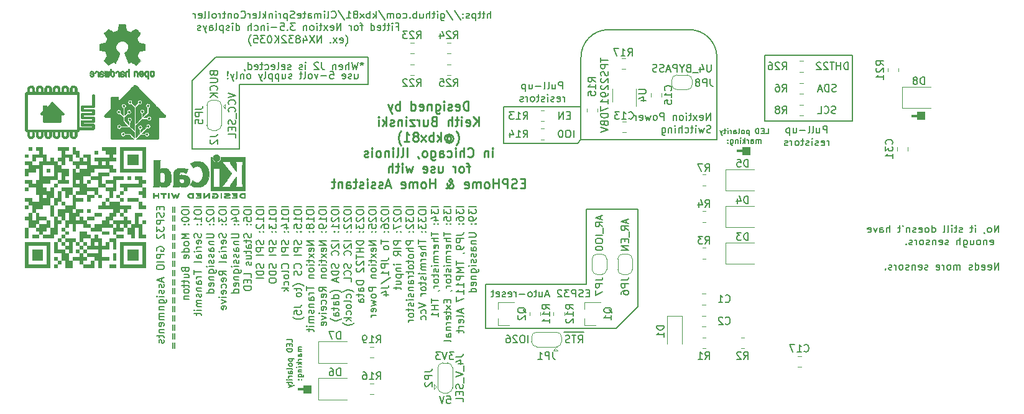
<source format=gbr>
G04 #@! TF.GenerationSoftware,KiCad,Pcbnew,(5.1.8-0-10_14)*
G04 #@! TF.CreationDate,2021-01-25T00:34:09-06:00*
G04 #@! TF.ProjectId,ClimateSprinklerController,436c696d-6174-4655-9370-72696e6b6c65,rev?*
G04 #@! TF.SameCoordinates,Original*
G04 #@! TF.FileFunction,Legend,Bot*
G04 #@! TF.FilePolarity,Positive*
%FSLAX46Y46*%
G04 Gerber Fmt 4.6, Leading zero omitted, Abs format (unit mm)*
G04 Created by KiCad (PCBNEW (5.1.8-0-10_14)) date 2021-01-25 00:34:09*
%MOMM*%
%LPD*%
G01*
G04 APERTURE LIST*
%ADD10C,0.200000*%
%ADD11C,0.100000*%
%ADD12C,0.160000*%
%ADD13C,0.250000*%
%ADD14C,0.120000*%
%ADD15C,0.010000*%
G04 APERTURE END LIST*
D10*
X108750000Y-69500000D02*
X129500000Y-69500000D01*
X105500000Y-72750000D02*
X108750000Y-69500000D01*
X105500000Y-82000000D02*
X105500000Y-72750000D01*
X112000000Y-82000000D02*
X105500000Y-82000000D01*
X112000000Y-73250000D02*
X112000000Y-82000000D01*
X129500000Y-73250000D02*
X112000000Y-73250000D01*
X129500000Y-69500000D02*
X129500000Y-73250000D01*
X158500000Y-76250000D02*
X148000000Y-76250000D01*
X148000000Y-76250000D02*
X148000000Y-81250000D01*
X158500000Y-80750000D02*
X158000000Y-81250000D01*
X158000000Y-81250000D02*
X148000000Y-81250000D01*
X156011904Y-73852380D02*
X156011904Y-72852380D01*
X155630952Y-72852380D01*
X155535714Y-72900000D01*
X155488095Y-72947619D01*
X155440476Y-73042857D01*
X155440476Y-73185714D01*
X155488095Y-73280952D01*
X155535714Y-73328571D01*
X155630952Y-73376190D01*
X156011904Y-73376190D01*
X154583333Y-73185714D02*
X154583333Y-73852380D01*
X155011904Y-73185714D02*
X155011904Y-73709523D01*
X154964285Y-73804761D01*
X154869047Y-73852380D01*
X154726190Y-73852380D01*
X154630952Y-73804761D01*
X154583333Y-73757142D01*
X153964285Y-73852380D02*
X154059523Y-73804761D01*
X154107142Y-73709523D01*
X154107142Y-72852380D01*
X153440476Y-73852380D02*
X153535714Y-73804761D01*
X153583333Y-73709523D01*
X153583333Y-72852380D01*
X153059523Y-73471428D02*
X152297619Y-73471428D01*
X151392857Y-73185714D02*
X151392857Y-73852380D01*
X151821428Y-73185714D02*
X151821428Y-73709523D01*
X151773809Y-73804761D01*
X151678571Y-73852380D01*
X151535714Y-73852380D01*
X151440476Y-73804761D01*
X151392857Y-73757142D01*
X150916666Y-73185714D02*
X150916666Y-74185714D01*
X150916666Y-73233333D02*
X150821428Y-73185714D01*
X150630952Y-73185714D01*
X150535714Y-73233333D01*
X150488095Y-73280952D01*
X150440476Y-73376190D01*
X150440476Y-73661904D01*
X150488095Y-73757142D01*
X150535714Y-73804761D01*
X150630952Y-73852380D01*
X150821428Y-73852380D01*
X150916666Y-73804761D01*
X156250000Y-75552380D02*
X156250000Y-74885714D01*
X156250000Y-75076190D02*
X156202380Y-74980952D01*
X156154761Y-74933333D01*
X156059523Y-74885714D01*
X155964285Y-74885714D01*
X155250000Y-75504761D02*
X155345238Y-75552380D01*
X155535714Y-75552380D01*
X155630952Y-75504761D01*
X155678571Y-75409523D01*
X155678571Y-75028571D01*
X155630952Y-74933333D01*
X155535714Y-74885714D01*
X155345238Y-74885714D01*
X155250000Y-74933333D01*
X155202380Y-75028571D01*
X155202380Y-75123809D01*
X155678571Y-75219047D01*
X154821428Y-75504761D02*
X154726190Y-75552380D01*
X154535714Y-75552380D01*
X154440476Y-75504761D01*
X154392857Y-75409523D01*
X154392857Y-75361904D01*
X154440476Y-75266666D01*
X154535714Y-75219047D01*
X154678571Y-75219047D01*
X154773809Y-75171428D01*
X154821428Y-75076190D01*
X154821428Y-75028571D01*
X154773809Y-74933333D01*
X154678571Y-74885714D01*
X154535714Y-74885714D01*
X154440476Y-74933333D01*
X153964285Y-75552380D02*
X153964285Y-74885714D01*
X153964285Y-74552380D02*
X154011904Y-74600000D01*
X153964285Y-74647619D01*
X153916666Y-74600000D01*
X153964285Y-74552380D01*
X153964285Y-74647619D01*
X153535714Y-75504761D02*
X153440476Y-75552380D01*
X153250000Y-75552380D01*
X153154761Y-75504761D01*
X153107142Y-75409523D01*
X153107142Y-75361904D01*
X153154761Y-75266666D01*
X153250000Y-75219047D01*
X153392857Y-75219047D01*
X153488095Y-75171428D01*
X153535714Y-75076190D01*
X153535714Y-75028571D01*
X153488095Y-74933333D01*
X153392857Y-74885714D01*
X153250000Y-74885714D01*
X153154761Y-74933333D01*
X152821428Y-74885714D02*
X152440476Y-74885714D01*
X152678571Y-74552380D02*
X152678571Y-75409523D01*
X152630952Y-75504761D01*
X152535714Y-75552380D01*
X152440476Y-75552380D01*
X151964285Y-75552380D02*
X152059523Y-75504761D01*
X152107142Y-75457142D01*
X152154761Y-75361904D01*
X152154761Y-75076190D01*
X152107142Y-74980952D01*
X152059523Y-74933333D01*
X151964285Y-74885714D01*
X151821428Y-74885714D01*
X151726190Y-74933333D01*
X151678571Y-74980952D01*
X151630952Y-75076190D01*
X151630952Y-75361904D01*
X151678571Y-75457142D01*
X151726190Y-75504761D01*
X151821428Y-75552380D01*
X151964285Y-75552380D01*
X151202380Y-75552380D02*
X151202380Y-74885714D01*
X151202380Y-75076190D02*
X151154761Y-74980952D01*
X151107142Y-74933333D01*
X151011904Y-74885714D01*
X150916666Y-74885714D01*
X150630952Y-75504761D02*
X150535714Y-75552380D01*
X150345238Y-75552380D01*
X150250000Y-75504761D01*
X150202380Y-75409523D01*
X150202380Y-75361904D01*
X150250000Y-75266666D01*
X150345238Y-75219047D01*
X150488095Y-75219047D01*
X150583333Y-75171428D01*
X150630952Y-75076190D01*
X150630952Y-75028571D01*
X150583333Y-74933333D01*
X150488095Y-74885714D01*
X150345238Y-74885714D01*
X150250000Y-74933333D01*
X195500000Y-78250000D02*
X183500000Y-78250000D01*
X183500000Y-78250000D02*
X183500000Y-69250000D01*
X159250000Y-90250000D02*
X159250000Y-100500000D01*
X166250000Y-90250000D02*
X159250000Y-90250000D01*
X166250000Y-103500000D02*
X166250000Y-90250000D01*
D11*
G36*
X205250000Y-78000000D02*
G01*
X204234000Y-78000000D01*
X204234000Y-77619000D01*
X203472000Y-77619000D01*
X203472000Y-77365000D01*
X204234000Y-77365000D01*
X204234000Y-76984000D01*
X205250000Y-76984000D01*
X205250000Y-78000000D01*
G37*
X205250000Y-78000000D02*
X204234000Y-78000000D01*
X204234000Y-77619000D01*
X203472000Y-77619000D01*
X203472000Y-77365000D01*
X204234000Y-77365000D01*
X204234000Y-76984000D01*
X205250000Y-76984000D01*
X205250000Y-78000000D01*
D10*
X173250000Y-65750000D02*
G75*
G02*
X177000000Y-69500000I0J-3750000D01*
G01*
X158500000Y-69500000D02*
G75*
G02*
X162250000Y-65750000I3750000J0D01*
G01*
X215381904Y-93402380D02*
X215381904Y-92402380D01*
X214810476Y-93402380D01*
X214810476Y-92402380D01*
X214191428Y-93402380D02*
X214286666Y-93354761D01*
X214334285Y-93307142D01*
X214381904Y-93211904D01*
X214381904Y-92926190D01*
X214334285Y-92830952D01*
X214286666Y-92783333D01*
X214191428Y-92735714D01*
X214048571Y-92735714D01*
X213953333Y-92783333D01*
X213905714Y-92830952D01*
X213858095Y-92926190D01*
X213858095Y-93211904D01*
X213905714Y-93307142D01*
X213953333Y-93354761D01*
X214048571Y-93402380D01*
X214191428Y-93402380D01*
X213381904Y-93354761D02*
X213381904Y-93402380D01*
X213429523Y-93497619D01*
X213477142Y-93545238D01*
X212191428Y-93402380D02*
X212191428Y-92735714D01*
X212191428Y-92402380D02*
X212239047Y-92450000D01*
X212191428Y-92497619D01*
X212143809Y-92450000D01*
X212191428Y-92402380D01*
X212191428Y-92497619D01*
X211858095Y-92735714D02*
X211477142Y-92735714D01*
X211715238Y-92402380D02*
X211715238Y-93259523D01*
X211667619Y-93354761D01*
X211572380Y-93402380D01*
X211477142Y-93402380D01*
X210429523Y-93354761D02*
X210334285Y-93402380D01*
X210143809Y-93402380D01*
X210048571Y-93354761D01*
X210000952Y-93259523D01*
X210000952Y-93211904D01*
X210048571Y-93116666D01*
X210143809Y-93069047D01*
X210286666Y-93069047D01*
X210381904Y-93021428D01*
X210429523Y-92926190D01*
X210429523Y-92878571D01*
X210381904Y-92783333D01*
X210286666Y-92735714D01*
X210143809Y-92735714D01*
X210048571Y-92783333D01*
X209715238Y-92735714D02*
X209334285Y-92735714D01*
X209572380Y-92402380D02*
X209572380Y-93259523D01*
X209524761Y-93354761D01*
X209429523Y-93402380D01*
X209334285Y-93402380D01*
X209000952Y-93402380D02*
X209000952Y-92735714D01*
X209000952Y-92402380D02*
X209048571Y-92450000D01*
X209000952Y-92497619D01*
X208953333Y-92450000D01*
X209000952Y-92402380D01*
X209000952Y-92497619D01*
X208381904Y-93402380D02*
X208477142Y-93354761D01*
X208524761Y-93259523D01*
X208524761Y-92402380D01*
X207858095Y-93402380D02*
X207953333Y-93354761D01*
X208000952Y-93259523D01*
X208000952Y-92402380D01*
X206286666Y-93402380D02*
X206286666Y-92402380D01*
X206286666Y-93354761D02*
X206381904Y-93402380D01*
X206572380Y-93402380D01*
X206667619Y-93354761D01*
X206715238Y-93307142D01*
X206762857Y-93211904D01*
X206762857Y-92926190D01*
X206715238Y-92830952D01*
X206667619Y-92783333D01*
X206572380Y-92735714D01*
X206381904Y-92735714D01*
X206286666Y-92783333D01*
X205667619Y-93402380D02*
X205762857Y-93354761D01*
X205810476Y-93307142D01*
X205858095Y-93211904D01*
X205858095Y-92926190D01*
X205810476Y-92830952D01*
X205762857Y-92783333D01*
X205667619Y-92735714D01*
X205524761Y-92735714D01*
X205429523Y-92783333D01*
X205381904Y-92830952D01*
X205334285Y-92926190D01*
X205334285Y-93211904D01*
X205381904Y-93307142D01*
X205429523Y-93354761D01*
X205524761Y-93402380D01*
X205667619Y-93402380D01*
X204524761Y-93354761D02*
X204620000Y-93402380D01*
X204810476Y-93402380D01*
X204905714Y-93354761D01*
X204953333Y-93259523D01*
X204953333Y-92878571D01*
X204905714Y-92783333D01*
X204810476Y-92735714D01*
X204620000Y-92735714D01*
X204524761Y-92783333D01*
X204477142Y-92878571D01*
X204477142Y-92973809D01*
X204953333Y-93069047D01*
X204096190Y-93354761D02*
X204000952Y-93402380D01*
X203810476Y-93402380D01*
X203715238Y-93354761D01*
X203667619Y-93259523D01*
X203667619Y-93211904D01*
X203715238Y-93116666D01*
X203810476Y-93069047D01*
X203953333Y-93069047D01*
X204048571Y-93021428D01*
X204096190Y-92926190D01*
X204096190Y-92878571D01*
X204048571Y-92783333D01*
X203953333Y-92735714D01*
X203810476Y-92735714D01*
X203715238Y-92783333D01*
X203239047Y-92735714D02*
X203239047Y-93402380D01*
X203239047Y-92830952D02*
X203191428Y-92783333D01*
X203096190Y-92735714D01*
X202953333Y-92735714D01*
X202858095Y-92783333D01*
X202810476Y-92878571D01*
X202810476Y-93402380D01*
X202286666Y-92402380D02*
X202286666Y-92450000D01*
X202334285Y-92545238D01*
X202381904Y-92592857D01*
X202000952Y-92735714D02*
X201620000Y-92735714D01*
X201858095Y-92402380D02*
X201858095Y-93259523D01*
X201810476Y-93354761D01*
X201715238Y-93402380D01*
X201620000Y-93402380D01*
X200524761Y-93402380D02*
X200524761Y-92402380D01*
X200096190Y-93402380D02*
X200096190Y-92878571D01*
X200143809Y-92783333D01*
X200239047Y-92735714D01*
X200381904Y-92735714D01*
X200477142Y-92783333D01*
X200524761Y-92830952D01*
X199191428Y-93402380D02*
X199191428Y-92878571D01*
X199239047Y-92783333D01*
X199334285Y-92735714D01*
X199524761Y-92735714D01*
X199620000Y-92783333D01*
X199191428Y-93354761D02*
X199286666Y-93402380D01*
X199524761Y-93402380D01*
X199620000Y-93354761D01*
X199667619Y-93259523D01*
X199667619Y-93164285D01*
X199620000Y-93069047D01*
X199524761Y-93021428D01*
X199286666Y-93021428D01*
X199191428Y-92973809D01*
X198810476Y-92735714D02*
X198572380Y-93402380D01*
X198334285Y-92735714D01*
X197572380Y-93354761D02*
X197667619Y-93402380D01*
X197858095Y-93402380D01*
X197953333Y-93354761D01*
X198000952Y-93259523D01*
X198000952Y-92878571D01*
X197953333Y-92783333D01*
X197858095Y-92735714D01*
X197667619Y-92735714D01*
X197572380Y-92783333D01*
X197524761Y-92878571D01*
X197524761Y-92973809D01*
X198000952Y-93069047D01*
X214239047Y-95054761D02*
X214334285Y-95102380D01*
X214524761Y-95102380D01*
X214620000Y-95054761D01*
X214667619Y-94959523D01*
X214667619Y-94578571D01*
X214620000Y-94483333D01*
X214524761Y-94435714D01*
X214334285Y-94435714D01*
X214239047Y-94483333D01*
X214191428Y-94578571D01*
X214191428Y-94673809D01*
X214667619Y-94769047D01*
X213762857Y-94435714D02*
X213762857Y-95102380D01*
X213762857Y-94530952D02*
X213715238Y-94483333D01*
X213620000Y-94435714D01*
X213477142Y-94435714D01*
X213381904Y-94483333D01*
X213334285Y-94578571D01*
X213334285Y-95102380D01*
X212715238Y-95102380D02*
X212810476Y-95054761D01*
X212858095Y-95007142D01*
X212905714Y-94911904D01*
X212905714Y-94626190D01*
X212858095Y-94530952D01*
X212810476Y-94483333D01*
X212715238Y-94435714D01*
X212572380Y-94435714D01*
X212477142Y-94483333D01*
X212429523Y-94530952D01*
X212381904Y-94626190D01*
X212381904Y-94911904D01*
X212429523Y-95007142D01*
X212477142Y-95054761D01*
X212572380Y-95102380D01*
X212715238Y-95102380D01*
X211524761Y-94435714D02*
X211524761Y-95102380D01*
X211953333Y-94435714D02*
X211953333Y-94959523D01*
X211905714Y-95054761D01*
X211810476Y-95102380D01*
X211667619Y-95102380D01*
X211572380Y-95054761D01*
X211524761Y-95007142D01*
X210620000Y-94435714D02*
X210620000Y-95245238D01*
X210667619Y-95340476D01*
X210715238Y-95388095D01*
X210810476Y-95435714D01*
X210953333Y-95435714D01*
X211048571Y-95388095D01*
X210620000Y-95054761D02*
X210715238Y-95102380D01*
X210905714Y-95102380D01*
X211000952Y-95054761D01*
X211048571Y-95007142D01*
X211096190Y-94911904D01*
X211096190Y-94626190D01*
X211048571Y-94530952D01*
X211000952Y-94483333D01*
X210905714Y-94435714D01*
X210715238Y-94435714D01*
X210620000Y-94483333D01*
X210143809Y-95102380D02*
X210143809Y-94102380D01*
X209715238Y-95102380D02*
X209715238Y-94578571D01*
X209762857Y-94483333D01*
X209858095Y-94435714D01*
X210000952Y-94435714D01*
X210096190Y-94483333D01*
X210143809Y-94530952D01*
X208524761Y-95054761D02*
X208429523Y-95102380D01*
X208239047Y-95102380D01*
X208143809Y-95054761D01*
X208096190Y-94959523D01*
X208096190Y-94911904D01*
X208143809Y-94816666D01*
X208239047Y-94769047D01*
X208381904Y-94769047D01*
X208477142Y-94721428D01*
X208524761Y-94626190D01*
X208524761Y-94578571D01*
X208477142Y-94483333D01*
X208381904Y-94435714D01*
X208239047Y-94435714D01*
X208143809Y-94483333D01*
X207286666Y-95054761D02*
X207381904Y-95102380D01*
X207572380Y-95102380D01*
X207667619Y-95054761D01*
X207715238Y-94959523D01*
X207715238Y-94578571D01*
X207667619Y-94483333D01*
X207572380Y-94435714D01*
X207381904Y-94435714D01*
X207286666Y-94483333D01*
X207239047Y-94578571D01*
X207239047Y-94673809D01*
X207715238Y-94769047D01*
X206810476Y-94435714D02*
X206810476Y-95102380D01*
X206810476Y-94530952D02*
X206762857Y-94483333D01*
X206667619Y-94435714D01*
X206524761Y-94435714D01*
X206429523Y-94483333D01*
X206381904Y-94578571D01*
X206381904Y-95102380D01*
X205953333Y-95054761D02*
X205858095Y-95102380D01*
X205667619Y-95102380D01*
X205572380Y-95054761D01*
X205524761Y-94959523D01*
X205524761Y-94911904D01*
X205572380Y-94816666D01*
X205667619Y-94769047D01*
X205810476Y-94769047D01*
X205905714Y-94721428D01*
X205953333Y-94626190D01*
X205953333Y-94578571D01*
X205905714Y-94483333D01*
X205810476Y-94435714D01*
X205667619Y-94435714D01*
X205572380Y-94483333D01*
X204953333Y-95102380D02*
X205048571Y-95054761D01*
X205096190Y-95007142D01*
X205143809Y-94911904D01*
X205143809Y-94626190D01*
X205096190Y-94530952D01*
X205048571Y-94483333D01*
X204953333Y-94435714D01*
X204810476Y-94435714D01*
X204715238Y-94483333D01*
X204667619Y-94530952D01*
X204620000Y-94626190D01*
X204620000Y-94911904D01*
X204667619Y-95007142D01*
X204715238Y-95054761D01*
X204810476Y-95102380D01*
X204953333Y-95102380D01*
X204191428Y-95102380D02*
X204191428Y-94435714D01*
X204191428Y-94626190D02*
X204143809Y-94530952D01*
X204096190Y-94483333D01*
X204000952Y-94435714D01*
X203905714Y-94435714D01*
X203620000Y-95054761D02*
X203524761Y-95102380D01*
X203334285Y-95102380D01*
X203239047Y-95054761D01*
X203191428Y-94959523D01*
X203191428Y-94911904D01*
X203239047Y-94816666D01*
X203334285Y-94769047D01*
X203477142Y-94769047D01*
X203572380Y-94721428D01*
X203620000Y-94626190D01*
X203620000Y-94578571D01*
X203572380Y-94483333D01*
X203477142Y-94435714D01*
X203334285Y-94435714D01*
X203239047Y-94483333D01*
X202762857Y-95007142D02*
X202715238Y-95054761D01*
X202762857Y-95102380D01*
X202810476Y-95054761D01*
X202762857Y-95007142D01*
X202762857Y-95102380D01*
X215381904Y-98502380D02*
X215381904Y-97502380D01*
X214810476Y-98502380D01*
X214810476Y-97502380D01*
X213953333Y-98454761D02*
X214048571Y-98502380D01*
X214239047Y-98502380D01*
X214334285Y-98454761D01*
X214381904Y-98359523D01*
X214381904Y-97978571D01*
X214334285Y-97883333D01*
X214239047Y-97835714D01*
X214048571Y-97835714D01*
X213953333Y-97883333D01*
X213905714Y-97978571D01*
X213905714Y-98073809D01*
X214381904Y-98169047D01*
X213096190Y-98454761D02*
X213191428Y-98502380D01*
X213381904Y-98502380D01*
X213477142Y-98454761D01*
X213524761Y-98359523D01*
X213524761Y-97978571D01*
X213477142Y-97883333D01*
X213381904Y-97835714D01*
X213191428Y-97835714D01*
X213096190Y-97883333D01*
X213048571Y-97978571D01*
X213048571Y-98073809D01*
X213524761Y-98169047D01*
X212191428Y-98502380D02*
X212191428Y-97502380D01*
X212191428Y-98454761D02*
X212286666Y-98502380D01*
X212477142Y-98502380D01*
X212572380Y-98454761D01*
X212620000Y-98407142D01*
X212667619Y-98311904D01*
X212667619Y-98026190D01*
X212620000Y-97930952D01*
X212572380Y-97883333D01*
X212477142Y-97835714D01*
X212286666Y-97835714D01*
X212191428Y-97883333D01*
X211762857Y-98454761D02*
X211667619Y-98502380D01*
X211477142Y-98502380D01*
X211381904Y-98454761D01*
X211334285Y-98359523D01*
X211334285Y-98311904D01*
X211381904Y-98216666D01*
X211477142Y-98169047D01*
X211620000Y-98169047D01*
X211715238Y-98121428D01*
X211762857Y-98026190D01*
X211762857Y-97978571D01*
X211715238Y-97883333D01*
X211620000Y-97835714D01*
X211477142Y-97835714D01*
X211381904Y-97883333D01*
X210143809Y-98502380D02*
X210143809Y-97835714D01*
X210143809Y-97930952D02*
X210096190Y-97883333D01*
X210000952Y-97835714D01*
X209858095Y-97835714D01*
X209762857Y-97883333D01*
X209715238Y-97978571D01*
X209715238Y-98502380D01*
X209715238Y-97978571D02*
X209667619Y-97883333D01*
X209572380Y-97835714D01*
X209429523Y-97835714D01*
X209334285Y-97883333D01*
X209286666Y-97978571D01*
X209286666Y-98502380D01*
X208667619Y-98502380D02*
X208762857Y-98454761D01*
X208810476Y-98407142D01*
X208858095Y-98311904D01*
X208858095Y-98026190D01*
X208810476Y-97930952D01*
X208762857Y-97883333D01*
X208667619Y-97835714D01*
X208524761Y-97835714D01*
X208429523Y-97883333D01*
X208381904Y-97930952D01*
X208334285Y-98026190D01*
X208334285Y-98311904D01*
X208381904Y-98407142D01*
X208429523Y-98454761D01*
X208524761Y-98502380D01*
X208667619Y-98502380D01*
X207905714Y-98502380D02*
X207905714Y-97835714D01*
X207905714Y-98026190D02*
X207858095Y-97930952D01*
X207810476Y-97883333D01*
X207715238Y-97835714D01*
X207620000Y-97835714D01*
X206905714Y-98454761D02*
X207000952Y-98502380D01*
X207191428Y-98502380D01*
X207286666Y-98454761D01*
X207334285Y-98359523D01*
X207334285Y-97978571D01*
X207286666Y-97883333D01*
X207191428Y-97835714D01*
X207000952Y-97835714D01*
X206905714Y-97883333D01*
X206858095Y-97978571D01*
X206858095Y-98073809D01*
X207334285Y-98169047D01*
X205715238Y-98454761D02*
X205620000Y-98502380D01*
X205429523Y-98502380D01*
X205334285Y-98454761D01*
X205286666Y-98359523D01*
X205286666Y-98311904D01*
X205334285Y-98216666D01*
X205429523Y-98169047D01*
X205572380Y-98169047D01*
X205667619Y-98121428D01*
X205715238Y-98026190D01*
X205715238Y-97978571D01*
X205667619Y-97883333D01*
X205572380Y-97835714D01*
X205429523Y-97835714D01*
X205334285Y-97883333D01*
X204477142Y-98454761D02*
X204572380Y-98502380D01*
X204762857Y-98502380D01*
X204858095Y-98454761D01*
X204905714Y-98359523D01*
X204905714Y-97978571D01*
X204858095Y-97883333D01*
X204762857Y-97835714D01*
X204572380Y-97835714D01*
X204477142Y-97883333D01*
X204429523Y-97978571D01*
X204429523Y-98073809D01*
X204905714Y-98169047D01*
X204000952Y-97835714D02*
X204000952Y-98502380D01*
X204000952Y-97930952D02*
X203953333Y-97883333D01*
X203858095Y-97835714D01*
X203715238Y-97835714D01*
X203620000Y-97883333D01*
X203572380Y-97978571D01*
X203572380Y-98502380D01*
X203143809Y-98454761D02*
X203048571Y-98502380D01*
X202858095Y-98502380D01*
X202762857Y-98454761D01*
X202715238Y-98359523D01*
X202715238Y-98311904D01*
X202762857Y-98216666D01*
X202858095Y-98169047D01*
X203000952Y-98169047D01*
X203096190Y-98121428D01*
X203143809Y-98026190D01*
X203143809Y-97978571D01*
X203096190Y-97883333D01*
X203000952Y-97835714D01*
X202858095Y-97835714D01*
X202762857Y-97883333D01*
X202143809Y-98502380D02*
X202239047Y-98454761D01*
X202286666Y-98407142D01*
X202334285Y-98311904D01*
X202334285Y-98026190D01*
X202286666Y-97930952D01*
X202239047Y-97883333D01*
X202143809Y-97835714D01*
X202000952Y-97835714D01*
X201905714Y-97883333D01*
X201858095Y-97930952D01*
X201810476Y-98026190D01*
X201810476Y-98311904D01*
X201858095Y-98407142D01*
X201905714Y-98454761D01*
X202000952Y-98502380D01*
X202143809Y-98502380D01*
X201381904Y-98502380D02*
X201381904Y-97835714D01*
X201381904Y-98026190D02*
X201334285Y-97930952D01*
X201286666Y-97883333D01*
X201191428Y-97835714D01*
X201096190Y-97835714D01*
X200810476Y-98454761D02*
X200715238Y-98502380D01*
X200524761Y-98502380D01*
X200429523Y-98454761D01*
X200381904Y-98359523D01*
X200381904Y-98311904D01*
X200429523Y-98216666D01*
X200524761Y-98169047D01*
X200667619Y-98169047D01*
X200762857Y-98121428D01*
X200810476Y-98026190D01*
X200810476Y-97978571D01*
X200762857Y-97883333D01*
X200667619Y-97835714D01*
X200524761Y-97835714D01*
X200429523Y-97883333D01*
X199953333Y-98407142D02*
X199905714Y-98454761D01*
X199953333Y-98502380D01*
X200000952Y-98454761D01*
X199953333Y-98407142D01*
X199953333Y-98502380D01*
X176131904Y-78102380D02*
X176131904Y-77102380D01*
X175560476Y-78102380D01*
X175560476Y-77102380D01*
X174703333Y-78054761D02*
X174798571Y-78102380D01*
X174989047Y-78102380D01*
X175084285Y-78054761D01*
X175131904Y-77959523D01*
X175131904Y-77578571D01*
X175084285Y-77483333D01*
X174989047Y-77435714D01*
X174798571Y-77435714D01*
X174703333Y-77483333D01*
X174655714Y-77578571D01*
X174655714Y-77673809D01*
X175131904Y-77769047D01*
X174322380Y-78102380D02*
X173798571Y-77435714D01*
X174322380Y-77435714D02*
X173798571Y-78102380D01*
X173560476Y-77435714D02*
X173179523Y-77435714D01*
X173417619Y-77102380D02*
X173417619Y-77959523D01*
X173370000Y-78054761D01*
X173274761Y-78102380D01*
X173179523Y-78102380D01*
X172846190Y-78102380D02*
X172846190Y-77435714D01*
X172846190Y-77102380D02*
X172893809Y-77150000D01*
X172846190Y-77197619D01*
X172798571Y-77150000D01*
X172846190Y-77102380D01*
X172846190Y-77197619D01*
X172227142Y-78102380D02*
X172322380Y-78054761D01*
X172370000Y-78007142D01*
X172417619Y-77911904D01*
X172417619Y-77626190D01*
X172370000Y-77530952D01*
X172322380Y-77483333D01*
X172227142Y-77435714D01*
X172084285Y-77435714D01*
X171989047Y-77483333D01*
X171941428Y-77530952D01*
X171893809Y-77626190D01*
X171893809Y-77911904D01*
X171941428Y-78007142D01*
X171989047Y-78054761D01*
X172084285Y-78102380D01*
X172227142Y-78102380D01*
X171465238Y-77435714D02*
X171465238Y-78102380D01*
X171465238Y-77530952D02*
X171417619Y-77483333D01*
X171322380Y-77435714D01*
X171179523Y-77435714D01*
X171084285Y-77483333D01*
X171036666Y-77578571D01*
X171036666Y-78102380D01*
X169798571Y-78102380D02*
X169798571Y-77102380D01*
X169417619Y-77102380D01*
X169322380Y-77150000D01*
X169274761Y-77197619D01*
X169227142Y-77292857D01*
X169227142Y-77435714D01*
X169274761Y-77530952D01*
X169322380Y-77578571D01*
X169417619Y-77626190D01*
X169798571Y-77626190D01*
X168655714Y-78102380D02*
X168750952Y-78054761D01*
X168798571Y-78007142D01*
X168846190Y-77911904D01*
X168846190Y-77626190D01*
X168798571Y-77530952D01*
X168750952Y-77483333D01*
X168655714Y-77435714D01*
X168512857Y-77435714D01*
X168417619Y-77483333D01*
X168370000Y-77530952D01*
X168322380Y-77626190D01*
X168322380Y-77911904D01*
X168370000Y-78007142D01*
X168417619Y-78054761D01*
X168512857Y-78102380D01*
X168655714Y-78102380D01*
X167989047Y-77435714D02*
X167798571Y-78102380D01*
X167608095Y-77626190D01*
X167417619Y-78102380D01*
X167227142Y-77435714D01*
X166465238Y-78054761D02*
X166560476Y-78102380D01*
X166750952Y-78102380D01*
X166846190Y-78054761D01*
X166893809Y-77959523D01*
X166893809Y-77578571D01*
X166846190Y-77483333D01*
X166750952Y-77435714D01*
X166560476Y-77435714D01*
X166465238Y-77483333D01*
X166417619Y-77578571D01*
X166417619Y-77673809D01*
X166893809Y-77769047D01*
X165989047Y-78102380D02*
X165989047Y-77435714D01*
X165989047Y-77626190D02*
X165941428Y-77530952D01*
X165893809Y-77483333D01*
X165798571Y-77435714D01*
X165703333Y-77435714D01*
X176179523Y-79754761D02*
X176036666Y-79802380D01*
X175798571Y-79802380D01*
X175703333Y-79754761D01*
X175655714Y-79707142D01*
X175608095Y-79611904D01*
X175608095Y-79516666D01*
X175655714Y-79421428D01*
X175703333Y-79373809D01*
X175798571Y-79326190D01*
X175989047Y-79278571D01*
X176084285Y-79230952D01*
X176131904Y-79183333D01*
X176179523Y-79088095D01*
X176179523Y-78992857D01*
X176131904Y-78897619D01*
X176084285Y-78850000D01*
X175989047Y-78802380D01*
X175750952Y-78802380D01*
X175608095Y-78850000D01*
X175274761Y-79135714D02*
X175084285Y-79802380D01*
X174893809Y-79326190D01*
X174703333Y-79802380D01*
X174512857Y-79135714D01*
X174131904Y-79802380D02*
X174131904Y-79135714D01*
X174131904Y-78802380D02*
X174179523Y-78850000D01*
X174131904Y-78897619D01*
X174084285Y-78850000D01*
X174131904Y-78802380D01*
X174131904Y-78897619D01*
X173798571Y-79135714D02*
X173417619Y-79135714D01*
X173655714Y-78802380D02*
X173655714Y-79659523D01*
X173608095Y-79754761D01*
X173512857Y-79802380D01*
X173417619Y-79802380D01*
X172655714Y-79754761D02*
X172750952Y-79802380D01*
X172941428Y-79802380D01*
X173036666Y-79754761D01*
X173084285Y-79707142D01*
X173131904Y-79611904D01*
X173131904Y-79326190D01*
X173084285Y-79230952D01*
X173036666Y-79183333D01*
X172941428Y-79135714D01*
X172750952Y-79135714D01*
X172655714Y-79183333D01*
X172227142Y-79802380D02*
X172227142Y-78802380D01*
X171798571Y-79802380D02*
X171798571Y-79278571D01*
X171846190Y-79183333D01*
X171941428Y-79135714D01*
X172084285Y-79135714D01*
X172179523Y-79183333D01*
X172227142Y-79230952D01*
X171322380Y-79802380D02*
X171322380Y-79135714D01*
X171322380Y-78802380D02*
X171370000Y-78850000D01*
X171322380Y-78897619D01*
X171274761Y-78850000D01*
X171322380Y-78802380D01*
X171322380Y-78897619D01*
X170846190Y-79135714D02*
X170846190Y-79802380D01*
X170846190Y-79230952D02*
X170798571Y-79183333D01*
X170703333Y-79135714D01*
X170560476Y-79135714D01*
X170465238Y-79183333D01*
X170417619Y-79278571D01*
X170417619Y-79802380D01*
X169512857Y-79135714D02*
X169512857Y-79945238D01*
X169560476Y-80040476D01*
X169608095Y-80088095D01*
X169703333Y-80135714D01*
X169846190Y-80135714D01*
X169941428Y-80088095D01*
X169512857Y-79754761D02*
X169608095Y-79802380D01*
X169798571Y-79802380D01*
X169893809Y-79754761D01*
X169941428Y-79707142D01*
X169989047Y-79611904D01*
X169989047Y-79326190D01*
X169941428Y-79230952D01*
X169893809Y-79183333D01*
X169798571Y-79135714D01*
X169608095Y-79135714D01*
X169512857Y-79183333D01*
X158500000Y-69500000D02*
X158500000Y-80750000D01*
X173250000Y-65750000D02*
X162250000Y-65750000D01*
X177000000Y-80750000D02*
X177000000Y-69500000D01*
X158500000Y-80750000D02*
X177000000Y-80750000D01*
X159631904Y-101678571D02*
X159298571Y-101678571D01*
X159155714Y-102202380D02*
X159631904Y-102202380D01*
X159631904Y-101202380D01*
X159155714Y-101202380D01*
X158774761Y-102154761D02*
X158631904Y-102202380D01*
X158393809Y-102202380D01*
X158298571Y-102154761D01*
X158250952Y-102107142D01*
X158203333Y-102011904D01*
X158203333Y-101916666D01*
X158250952Y-101821428D01*
X158298571Y-101773809D01*
X158393809Y-101726190D01*
X158584285Y-101678571D01*
X158679523Y-101630952D01*
X158727142Y-101583333D01*
X158774761Y-101488095D01*
X158774761Y-101392857D01*
X158727142Y-101297619D01*
X158679523Y-101250000D01*
X158584285Y-101202380D01*
X158346190Y-101202380D01*
X158203333Y-101250000D01*
X157774761Y-102202380D02*
X157774761Y-101202380D01*
X157393809Y-101202380D01*
X157298571Y-101250000D01*
X157250952Y-101297619D01*
X157203333Y-101392857D01*
X157203333Y-101535714D01*
X157250952Y-101630952D01*
X157298571Y-101678571D01*
X157393809Y-101726190D01*
X157774761Y-101726190D01*
X156870000Y-101202380D02*
X156250952Y-101202380D01*
X156584285Y-101583333D01*
X156441428Y-101583333D01*
X156346190Y-101630952D01*
X156298571Y-101678571D01*
X156250952Y-101773809D01*
X156250952Y-102011904D01*
X156298571Y-102107142D01*
X156346190Y-102154761D01*
X156441428Y-102202380D01*
X156727142Y-102202380D01*
X156822380Y-102154761D01*
X156870000Y-102107142D01*
X155870000Y-101297619D02*
X155822380Y-101250000D01*
X155727142Y-101202380D01*
X155489047Y-101202380D01*
X155393809Y-101250000D01*
X155346190Y-101297619D01*
X155298571Y-101392857D01*
X155298571Y-101488095D01*
X155346190Y-101630952D01*
X155917619Y-102202380D01*
X155298571Y-102202380D01*
X154155714Y-101916666D02*
X153679523Y-101916666D01*
X154250952Y-102202380D02*
X153917619Y-101202380D01*
X153584285Y-102202380D01*
X152822380Y-101535714D02*
X152822380Y-102202380D01*
X153250952Y-101535714D02*
X153250952Y-102059523D01*
X153203333Y-102154761D01*
X153108095Y-102202380D01*
X152965238Y-102202380D01*
X152870000Y-102154761D01*
X152822380Y-102107142D01*
X152489047Y-101535714D02*
X152108095Y-101535714D01*
X152346190Y-101202380D02*
X152346190Y-102059523D01*
X152298571Y-102154761D01*
X152203333Y-102202380D01*
X152108095Y-102202380D01*
X151631904Y-102202380D02*
X151727142Y-102154761D01*
X151774761Y-102107142D01*
X151822380Y-102011904D01*
X151822380Y-101726190D01*
X151774761Y-101630952D01*
X151727142Y-101583333D01*
X151631904Y-101535714D01*
X151489047Y-101535714D01*
X151393809Y-101583333D01*
X151346190Y-101630952D01*
X151298571Y-101726190D01*
X151298571Y-102011904D01*
X151346190Y-102107142D01*
X151393809Y-102154761D01*
X151489047Y-102202380D01*
X151631904Y-102202380D01*
X150870000Y-101821428D02*
X150108095Y-101821428D01*
X149631904Y-102202380D02*
X149631904Y-101535714D01*
X149631904Y-101726190D02*
X149584285Y-101630952D01*
X149536666Y-101583333D01*
X149441428Y-101535714D01*
X149346190Y-101535714D01*
X148631904Y-102154761D02*
X148727142Y-102202380D01*
X148917619Y-102202380D01*
X149012857Y-102154761D01*
X149060476Y-102059523D01*
X149060476Y-101678571D01*
X149012857Y-101583333D01*
X148917619Y-101535714D01*
X148727142Y-101535714D01*
X148631904Y-101583333D01*
X148584285Y-101678571D01*
X148584285Y-101773809D01*
X149060476Y-101869047D01*
X148203333Y-102154761D02*
X148108095Y-102202380D01*
X147917619Y-102202380D01*
X147822380Y-102154761D01*
X147774761Y-102059523D01*
X147774761Y-102011904D01*
X147822380Y-101916666D01*
X147917619Y-101869047D01*
X148060476Y-101869047D01*
X148155714Y-101821428D01*
X148203333Y-101726190D01*
X148203333Y-101678571D01*
X148155714Y-101583333D01*
X148060476Y-101535714D01*
X147917619Y-101535714D01*
X147822380Y-101583333D01*
X146965238Y-102154761D02*
X147060476Y-102202380D01*
X147250952Y-102202380D01*
X147346190Y-102154761D01*
X147393809Y-102059523D01*
X147393809Y-101678571D01*
X147346190Y-101583333D01*
X147250952Y-101535714D01*
X147060476Y-101535714D01*
X146965238Y-101583333D01*
X146917619Y-101678571D01*
X146917619Y-101773809D01*
X147393809Y-101869047D01*
X146631904Y-101535714D02*
X146250952Y-101535714D01*
X146489047Y-101202380D02*
X146489047Y-102059523D01*
X146441428Y-102154761D01*
X146346190Y-102202380D01*
X146250952Y-102202380D01*
X145500000Y-106500000D02*
X145500000Y-100500000D01*
X159250000Y-100500000D02*
X145500000Y-100500000D01*
X163250000Y-106500000D02*
X166250000Y-103500000D01*
X145500000Y-106500000D02*
X163250000Y-106500000D01*
D11*
G36*
X181500000Y-82766000D02*
G01*
X180484000Y-82766000D01*
X180484000Y-82385000D01*
X179722000Y-82385000D01*
X179722000Y-82131000D01*
X180484000Y-82131000D01*
X180484000Y-81750000D01*
X181500000Y-81750000D01*
X181500000Y-82766000D01*
G37*
X181500000Y-82766000D02*
X180484000Y-82766000D01*
X180484000Y-82385000D01*
X179722000Y-82385000D01*
X179722000Y-82131000D01*
X180484000Y-82131000D01*
X180484000Y-81750000D01*
X181500000Y-81750000D01*
X181500000Y-82766000D01*
D12*
X183642857Y-79946785D02*
X184000000Y-79946785D01*
X184000000Y-79196785D01*
X183392857Y-79553928D02*
X183142857Y-79553928D01*
X183035714Y-79946785D02*
X183392857Y-79946785D01*
X183392857Y-79196785D01*
X183035714Y-79196785D01*
X182714285Y-79946785D02*
X182714285Y-79196785D01*
X182535714Y-79196785D01*
X182428571Y-79232500D01*
X182357142Y-79303928D01*
X182321428Y-79375357D01*
X182285714Y-79518214D01*
X182285714Y-79625357D01*
X182321428Y-79768214D01*
X182357142Y-79839642D01*
X182428571Y-79911071D01*
X182535714Y-79946785D01*
X182714285Y-79946785D01*
X181392857Y-79446785D02*
X181392857Y-80196785D01*
X181392857Y-79482500D02*
X181321428Y-79446785D01*
X181178571Y-79446785D01*
X181107142Y-79482500D01*
X181071428Y-79518214D01*
X181035714Y-79589642D01*
X181035714Y-79803928D01*
X181071428Y-79875357D01*
X181107142Y-79911071D01*
X181178571Y-79946785D01*
X181321428Y-79946785D01*
X181392857Y-79911071D01*
X180607142Y-79946785D02*
X180678571Y-79911071D01*
X180714285Y-79875357D01*
X180750000Y-79803928D01*
X180750000Y-79589642D01*
X180714285Y-79518214D01*
X180678571Y-79482500D01*
X180607142Y-79446785D01*
X180500000Y-79446785D01*
X180428571Y-79482500D01*
X180392857Y-79518214D01*
X180357142Y-79589642D01*
X180357142Y-79803928D01*
X180392857Y-79875357D01*
X180428571Y-79911071D01*
X180500000Y-79946785D01*
X180607142Y-79946785D01*
X179928571Y-79946785D02*
X180000000Y-79911071D01*
X180035714Y-79839642D01*
X180035714Y-79196785D01*
X179321428Y-79946785D02*
X179321428Y-79553928D01*
X179357142Y-79482500D01*
X179428571Y-79446785D01*
X179571428Y-79446785D01*
X179642857Y-79482500D01*
X179321428Y-79911071D02*
X179392857Y-79946785D01*
X179571428Y-79946785D01*
X179642857Y-79911071D01*
X179678571Y-79839642D01*
X179678571Y-79768214D01*
X179642857Y-79696785D01*
X179571428Y-79661071D01*
X179392857Y-79661071D01*
X179321428Y-79625357D01*
X178964285Y-79946785D02*
X178964285Y-79446785D01*
X178964285Y-79589642D02*
X178928571Y-79518214D01*
X178892857Y-79482500D01*
X178821428Y-79446785D01*
X178750000Y-79446785D01*
X178500000Y-79946785D02*
X178500000Y-79446785D01*
X178500000Y-79196785D02*
X178535714Y-79232500D01*
X178500000Y-79268214D01*
X178464285Y-79232500D01*
X178500000Y-79196785D01*
X178500000Y-79268214D01*
X178250000Y-79446785D02*
X177964285Y-79446785D01*
X178142857Y-79196785D02*
X178142857Y-79839642D01*
X178107142Y-79911071D01*
X178035714Y-79946785D01*
X177964285Y-79946785D01*
X177785714Y-79446785D02*
X177607142Y-79946785D01*
X177428571Y-79446785D02*
X177607142Y-79946785D01*
X177678571Y-80125357D01*
X177714285Y-80161071D01*
X177785714Y-80196785D01*
X182982142Y-81231785D02*
X182982142Y-80731785D01*
X182982142Y-80803214D02*
X182946428Y-80767500D01*
X182875000Y-80731785D01*
X182767857Y-80731785D01*
X182696428Y-80767500D01*
X182660714Y-80838928D01*
X182660714Y-81231785D01*
X182660714Y-80838928D02*
X182625000Y-80767500D01*
X182553571Y-80731785D01*
X182446428Y-80731785D01*
X182375000Y-80767500D01*
X182339285Y-80838928D01*
X182339285Y-81231785D01*
X181660714Y-81231785D02*
X181660714Y-80838928D01*
X181696428Y-80767500D01*
X181767857Y-80731785D01*
X181910714Y-80731785D01*
X181982142Y-80767500D01*
X181660714Y-81196071D02*
X181732142Y-81231785D01*
X181910714Y-81231785D01*
X181982142Y-81196071D01*
X182017857Y-81124642D01*
X182017857Y-81053214D01*
X181982142Y-80981785D01*
X181910714Y-80946071D01*
X181732142Y-80946071D01*
X181660714Y-80910357D01*
X181303571Y-81231785D02*
X181303571Y-80731785D01*
X181303571Y-80874642D02*
X181267857Y-80803214D01*
X181232142Y-80767500D01*
X181160714Y-80731785D01*
X181089285Y-80731785D01*
X180839285Y-81231785D02*
X180839285Y-80481785D01*
X180767857Y-80946071D02*
X180553571Y-81231785D01*
X180553571Y-80731785D02*
X180839285Y-81017500D01*
X180232142Y-81231785D02*
X180232142Y-80731785D01*
X180232142Y-80481785D02*
X180267857Y-80517500D01*
X180232142Y-80553214D01*
X180196428Y-80517500D01*
X180232142Y-80481785D01*
X180232142Y-80553214D01*
X179875000Y-80731785D02*
X179875000Y-81231785D01*
X179875000Y-80803214D02*
X179839285Y-80767500D01*
X179767857Y-80731785D01*
X179660714Y-80731785D01*
X179589285Y-80767500D01*
X179553571Y-80838928D01*
X179553571Y-81231785D01*
X178875000Y-80731785D02*
X178875000Y-81338928D01*
X178910714Y-81410357D01*
X178946428Y-81446071D01*
X179017857Y-81481785D01*
X179125000Y-81481785D01*
X179196428Y-81446071D01*
X178875000Y-81196071D02*
X178946428Y-81231785D01*
X179089285Y-81231785D01*
X179160714Y-81196071D01*
X179196428Y-81160357D01*
X179232142Y-81088928D01*
X179232142Y-80874642D01*
X179196428Y-80803214D01*
X179160714Y-80767500D01*
X179089285Y-80731785D01*
X178946428Y-80731785D01*
X178875000Y-80767500D01*
X178517857Y-81160357D02*
X178482142Y-81196071D01*
X178517857Y-81231785D01*
X178553571Y-81196071D01*
X178517857Y-81160357D01*
X178517857Y-81231785D01*
X178517857Y-80767500D02*
X178482142Y-80803214D01*
X178517857Y-80838928D01*
X178553571Y-80803214D01*
X178517857Y-80767500D01*
X178517857Y-80838928D01*
D10*
X195500000Y-69250000D02*
X183500000Y-69250000D01*
X195500000Y-78250000D02*
X195500000Y-69250000D01*
X192011904Y-79852380D02*
X192011904Y-78852380D01*
X191630952Y-78852380D01*
X191535714Y-78900000D01*
X191488095Y-78947619D01*
X191440476Y-79042857D01*
X191440476Y-79185714D01*
X191488095Y-79280952D01*
X191535714Y-79328571D01*
X191630952Y-79376190D01*
X192011904Y-79376190D01*
X190583333Y-79185714D02*
X190583333Y-79852380D01*
X191011904Y-79185714D02*
X191011904Y-79709523D01*
X190964285Y-79804761D01*
X190869047Y-79852380D01*
X190726190Y-79852380D01*
X190630952Y-79804761D01*
X190583333Y-79757142D01*
X189964285Y-79852380D02*
X190059523Y-79804761D01*
X190107142Y-79709523D01*
X190107142Y-78852380D01*
X189440476Y-79852380D02*
X189535714Y-79804761D01*
X189583333Y-79709523D01*
X189583333Y-78852380D01*
X189059523Y-79471428D02*
X188297619Y-79471428D01*
X187392857Y-79185714D02*
X187392857Y-79852380D01*
X187821428Y-79185714D02*
X187821428Y-79709523D01*
X187773809Y-79804761D01*
X187678571Y-79852380D01*
X187535714Y-79852380D01*
X187440476Y-79804761D01*
X187392857Y-79757142D01*
X186916666Y-79185714D02*
X186916666Y-80185714D01*
X186916666Y-79233333D02*
X186821428Y-79185714D01*
X186630952Y-79185714D01*
X186535714Y-79233333D01*
X186488095Y-79280952D01*
X186440476Y-79376190D01*
X186440476Y-79661904D01*
X186488095Y-79757142D01*
X186535714Y-79804761D01*
X186630952Y-79852380D01*
X186821428Y-79852380D01*
X186916666Y-79804761D01*
X192250000Y-81552380D02*
X192250000Y-80885714D01*
X192250000Y-81076190D02*
X192202380Y-80980952D01*
X192154761Y-80933333D01*
X192059523Y-80885714D01*
X191964285Y-80885714D01*
X191250000Y-81504761D02*
X191345238Y-81552380D01*
X191535714Y-81552380D01*
X191630952Y-81504761D01*
X191678571Y-81409523D01*
X191678571Y-81028571D01*
X191630952Y-80933333D01*
X191535714Y-80885714D01*
X191345238Y-80885714D01*
X191250000Y-80933333D01*
X191202380Y-81028571D01*
X191202380Y-81123809D01*
X191678571Y-81219047D01*
X190821428Y-81504761D02*
X190726190Y-81552380D01*
X190535714Y-81552380D01*
X190440476Y-81504761D01*
X190392857Y-81409523D01*
X190392857Y-81361904D01*
X190440476Y-81266666D01*
X190535714Y-81219047D01*
X190678571Y-81219047D01*
X190773809Y-81171428D01*
X190821428Y-81076190D01*
X190821428Y-81028571D01*
X190773809Y-80933333D01*
X190678571Y-80885714D01*
X190535714Y-80885714D01*
X190440476Y-80933333D01*
X189964285Y-81552380D02*
X189964285Y-80885714D01*
X189964285Y-80552380D02*
X190011904Y-80600000D01*
X189964285Y-80647619D01*
X189916666Y-80600000D01*
X189964285Y-80552380D01*
X189964285Y-80647619D01*
X189535714Y-81504761D02*
X189440476Y-81552380D01*
X189250000Y-81552380D01*
X189154761Y-81504761D01*
X189107142Y-81409523D01*
X189107142Y-81361904D01*
X189154761Y-81266666D01*
X189250000Y-81219047D01*
X189392857Y-81219047D01*
X189488095Y-81171428D01*
X189535714Y-81076190D01*
X189535714Y-81028571D01*
X189488095Y-80933333D01*
X189392857Y-80885714D01*
X189250000Y-80885714D01*
X189154761Y-80933333D01*
X188821428Y-80885714D02*
X188440476Y-80885714D01*
X188678571Y-80552380D02*
X188678571Y-81409523D01*
X188630952Y-81504761D01*
X188535714Y-81552380D01*
X188440476Y-81552380D01*
X187964285Y-81552380D02*
X188059523Y-81504761D01*
X188107142Y-81457142D01*
X188154761Y-81361904D01*
X188154761Y-81076190D01*
X188107142Y-80980952D01*
X188059523Y-80933333D01*
X187964285Y-80885714D01*
X187821428Y-80885714D01*
X187726190Y-80933333D01*
X187678571Y-80980952D01*
X187630952Y-81076190D01*
X187630952Y-81361904D01*
X187678571Y-81457142D01*
X187726190Y-81504761D01*
X187821428Y-81552380D01*
X187964285Y-81552380D01*
X187202380Y-81552380D02*
X187202380Y-80885714D01*
X187202380Y-81076190D02*
X187154761Y-80980952D01*
X187107142Y-80933333D01*
X187011904Y-80885714D01*
X186916666Y-80885714D01*
X186630952Y-81504761D02*
X186535714Y-81552380D01*
X186345238Y-81552380D01*
X186250000Y-81504761D01*
X186202380Y-81409523D01*
X186202380Y-81361904D01*
X186250000Y-81266666D01*
X186345238Y-81219047D01*
X186488095Y-81219047D01*
X186583333Y-81171428D01*
X186630952Y-81076190D01*
X186630952Y-81028571D01*
X186583333Y-80933333D01*
X186488095Y-80885714D01*
X186345238Y-80885714D01*
X186250000Y-80933333D01*
D12*
X119196785Y-108357142D02*
X119196785Y-108000000D01*
X118446785Y-108000000D01*
X118803928Y-108607142D02*
X118803928Y-108857142D01*
X119196785Y-108964285D02*
X119196785Y-108607142D01*
X118446785Y-108607142D01*
X118446785Y-108964285D01*
X119196785Y-109285714D02*
X118446785Y-109285714D01*
X118446785Y-109464285D01*
X118482500Y-109571428D01*
X118553928Y-109642857D01*
X118625357Y-109678571D01*
X118768214Y-109714285D01*
X118875357Y-109714285D01*
X119018214Y-109678571D01*
X119089642Y-109642857D01*
X119161071Y-109571428D01*
X119196785Y-109464285D01*
X119196785Y-109285714D01*
X118696785Y-110607142D02*
X119446785Y-110607142D01*
X118732500Y-110607142D02*
X118696785Y-110678571D01*
X118696785Y-110821428D01*
X118732500Y-110892857D01*
X118768214Y-110928571D01*
X118839642Y-110964285D01*
X119053928Y-110964285D01*
X119125357Y-110928571D01*
X119161071Y-110892857D01*
X119196785Y-110821428D01*
X119196785Y-110678571D01*
X119161071Y-110607142D01*
X119196785Y-111392857D02*
X119161071Y-111321428D01*
X119125357Y-111285714D01*
X119053928Y-111250000D01*
X118839642Y-111250000D01*
X118768214Y-111285714D01*
X118732500Y-111321428D01*
X118696785Y-111392857D01*
X118696785Y-111500000D01*
X118732500Y-111571428D01*
X118768214Y-111607142D01*
X118839642Y-111642857D01*
X119053928Y-111642857D01*
X119125357Y-111607142D01*
X119161071Y-111571428D01*
X119196785Y-111500000D01*
X119196785Y-111392857D01*
X119196785Y-112071428D02*
X119161071Y-112000000D01*
X119089642Y-111964285D01*
X118446785Y-111964285D01*
X119196785Y-112678571D02*
X118803928Y-112678571D01*
X118732500Y-112642857D01*
X118696785Y-112571428D01*
X118696785Y-112428571D01*
X118732500Y-112357142D01*
X119161071Y-112678571D02*
X119196785Y-112607142D01*
X119196785Y-112428571D01*
X119161071Y-112357142D01*
X119089642Y-112321428D01*
X119018214Y-112321428D01*
X118946785Y-112357142D01*
X118911071Y-112428571D01*
X118911071Y-112607142D01*
X118875357Y-112678571D01*
X119196785Y-113035714D02*
X118696785Y-113035714D01*
X118839642Y-113035714D02*
X118768214Y-113071428D01*
X118732500Y-113107142D01*
X118696785Y-113178571D01*
X118696785Y-113250000D01*
X119196785Y-113500000D02*
X118696785Y-113500000D01*
X118446785Y-113500000D02*
X118482500Y-113464285D01*
X118518214Y-113500000D01*
X118482500Y-113535714D01*
X118446785Y-113500000D01*
X118518214Y-113500000D01*
X118696785Y-113750000D02*
X118696785Y-114035714D01*
X118446785Y-113857142D02*
X119089642Y-113857142D01*
X119161071Y-113892857D01*
X119196785Y-113964285D01*
X119196785Y-114035714D01*
X118696785Y-114214285D02*
X119196785Y-114392857D01*
X118696785Y-114571428D02*
X119196785Y-114392857D01*
X119375357Y-114321428D01*
X119411071Y-114285714D01*
X119446785Y-114214285D01*
X120481785Y-109017857D02*
X119981785Y-109017857D01*
X120053214Y-109017857D02*
X120017500Y-109053571D01*
X119981785Y-109125000D01*
X119981785Y-109232142D01*
X120017500Y-109303571D01*
X120088928Y-109339285D01*
X120481785Y-109339285D01*
X120088928Y-109339285D02*
X120017500Y-109375000D01*
X119981785Y-109446428D01*
X119981785Y-109553571D01*
X120017500Y-109625000D01*
X120088928Y-109660714D01*
X120481785Y-109660714D01*
X120481785Y-110339285D02*
X120088928Y-110339285D01*
X120017500Y-110303571D01*
X119981785Y-110232142D01*
X119981785Y-110089285D01*
X120017500Y-110017857D01*
X120446071Y-110339285D02*
X120481785Y-110267857D01*
X120481785Y-110089285D01*
X120446071Y-110017857D01*
X120374642Y-109982142D01*
X120303214Y-109982142D01*
X120231785Y-110017857D01*
X120196071Y-110089285D01*
X120196071Y-110267857D01*
X120160357Y-110339285D01*
X120481785Y-110696428D02*
X119981785Y-110696428D01*
X120124642Y-110696428D02*
X120053214Y-110732142D01*
X120017500Y-110767857D01*
X119981785Y-110839285D01*
X119981785Y-110910714D01*
X120481785Y-111160714D02*
X119731785Y-111160714D01*
X120196071Y-111232142D02*
X120481785Y-111446428D01*
X119981785Y-111446428D02*
X120267500Y-111160714D01*
X120481785Y-111767857D02*
X119981785Y-111767857D01*
X119731785Y-111767857D02*
X119767500Y-111732142D01*
X119803214Y-111767857D01*
X119767500Y-111803571D01*
X119731785Y-111767857D01*
X119803214Y-111767857D01*
X119981785Y-112125000D02*
X120481785Y-112125000D01*
X120053214Y-112125000D02*
X120017500Y-112160714D01*
X119981785Y-112232142D01*
X119981785Y-112339285D01*
X120017500Y-112410714D01*
X120088928Y-112446428D01*
X120481785Y-112446428D01*
X119981785Y-113125000D02*
X120588928Y-113125000D01*
X120660357Y-113089285D01*
X120696071Y-113053571D01*
X120731785Y-112982142D01*
X120731785Y-112875000D01*
X120696071Y-112803571D01*
X120446071Y-113125000D02*
X120481785Y-113053571D01*
X120481785Y-112910714D01*
X120446071Y-112839285D01*
X120410357Y-112803571D01*
X120338928Y-112767857D01*
X120124642Y-112767857D01*
X120053214Y-112803571D01*
X120017500Y-112839285D01*
X119981785Y-112910714D01*
X119981785Y-113053571D01*
X120017500Y-113125000D01*
X120410357Y-113482142D02*
X120446071Y-113517857D01*
X120481785Y-113482142D01*
X120446071Y-113446428D01*
X120410357Y-113482142D01*
X120481785Y-113482142D01*
X120017500Y-113482142D02*
X120053214Y-113517857D01*
X120088928Y-113482142D01*
X120053214Y-113446428D01*
X120017500Y-113482142D01*
X120088928Y-113482142D01*
D11*
G36*
X121750000Y-115266000D02*
G01*
X120734000Y-115266000D01*
X120734000Y-114885000D01*
X119972000Y-114885000D01*
X119972000Y-114631000D01*
X120734000Y-114631000D01*
X120734000Y-114250000D01*
X121750000Y-114250000D01*
X121750000Y-115266000D01*
G37*
X121750000Y-115266000D02*
X120734000Y-115266000D01*
X120734000Y-114885000D01*
X119972000Y-114885000D01*
X119972000Y-114631000D01*
X120734000Y-114631000D01*
X120734000Y-114250000D01*
X121750000Y-114250000D01*
X121750000Y-115266000D01*
D10*
X146190476Y-64202380D02*
X146190476Y-63202380D01*
X145761904Y-64202380D02*
X145761904Y-63678571D01*
X145809523Y-63583333D01*
X145904761Y-63535714D01*
X146047619Y-63535714D01*
X146142857Y-63583333D01*
X146190476Y-63630952D01*
X145428571Y-63535714D02*
X145047619Y-63535714D01*
X145285714Y-63202380D02*
X145285714Y-64059523D01*
X145238095Y-64154761D01*
X145142857Y-64202380D01*
X145047619Y-64202380D01*
X144857142Y-63535714D02*
X144476190Y-63535714D01*
X144714285Y-63202380D02*
X144714285Y-64059523D01*
X144666666Y-64154761D01*
X144571428Y-64202380D01*
X144476190Y-64202380D01*
X144142857Y-63535714D02*
X144142857Y-64535714D01*
X144142857Y-63583333D02*
X144047619Y-63535714D01*
X143857142Y-63535714D01*
X143761904Y-63583333D01*
X143714285Y-63630952D01*
X143666666Y-63726190D01*
X143666666Y-64011904D01*
X143714285Y-64107142D01*
X143761904Y-64154761D01*
X143857142Y-64202380D01*
X144047619Y-64202380D01*
X144142857Y-64154761D01*
X143285714Y-64154761D02*
X143190476Y-64202380D01*
X143000000Y-64202380D01*
X142904761Y-64154761D01*
X142857142Y-64059523D01*
X142857142Y-64011904D01*
X142904761Y-63916666D01*
X143000000Y-63869047D01*
X143142857Y-63869047D01*
X143238095Y-63821428D01*
X143285714Y-63726190D01*
X143285714Y-63678571D01*
X143238095Y-63583333D01*
X143142857Y-63535714D01*
X143000000Y-63535714D01*
X142904761Y-63583333D01*
X142428571Y-64107142D02*
X142380952Y-64154761D01*
X142428571Y-64202380D01*
X142476190Y-64154761D01*
X142428571Y-64107142D01*
X142428571Y-64202380D01*
X142428571Y-63583333D02*
X142380952Y-63630952D01*
X142428571Y-63678571D01*
X142476190Y-63630952D01*
X142428571Y-63583333D01*
X142428571Y-63678571D01*
X141238095Y-63154761D02*
X142095238Y-64440476D01*
X140190476Y-63154761D02*
X141047619Y-64440476D01*
X139428571Y-63535714D02*
X139428571Y-64345238D01*
X139476190Y-64440476D01*
X139523809Y-64488095D01*
X139619047Y-64535714D01*
X139761904Y-64535714D01*
X139857142Y-64488095D01*
X139428571Y-64154761D02*
X139523809Y-64202380D01*
X139714285Y-64202380D01*
X139809523Y-64154761D01*
X139857142Y-64107142D01*
X139904761Y-64011904D01*
X139904761Y-63726190D01*
X139857142Y-63630952D01*
X139809523Y-63583333D01*
X139714285Y-63535714D01*
X139523809Y-63535714D01*
X139428571Y-63583333D01*
X138952380Y-64202380D02*
X138952380Y-63535714D01*
X138952380Y-63202380D02*
X139000000Y-63250000D01*
X138952380Y-63297619D01*
X138904761Y-63250000D01*
X138952380Y-63202380D01*
X138952380Y-63297619D01*
X138619047Y-63535714D02*
X138238095Y-63535714D01*
X138476190Y-63202380D02*
X138476190Y-64059523D01*
X138428571Y-64154761D01*
X138333333Y-64202380D01*
X138238095Y-64202380D01*
X137904761Y-64202380D02*
X137904761Y-63202380D01*
X137476190Y-64202380D02*
X137476190Y-63678571D01*
X137523809Y-63583333D01*
X137619047Y-63535714D01*
X137761904Y-63535714D01*
X137857142Y-63583333D01*
X137904761Y-63630952D01*
X136571428Y-63535714D02*
X136571428Y-64202380D01*
X137000000Y-63535714D02*
X137000000Y-64059523D01*
X136952380Y-64154761D01*
X136857142Y-64202380D01*
X136714285Y-64202380D01*
X136619047Y-64154761D01*
X136571428Y-64107142D01*
X136095238Y-64202380D02*
X136095238Y-63202380D01*
X136095238Y-63583333D02*
X136000000Y-63535714D01*
X135809523Y-63535714D01*
X135714285Y-63583333D01*
X135666666Y-63630952D01*
X135619047Y-63726190D01*
X135619047Y-64011904D01*
X135666666Y-64107142D01*
X135714285Y-64154761D01*
X135809523Y-64202380D01*
X136000000Y-64202380D01*
X136095238Y-64154761D01*
X135190476Y-64107142D02*
X135142857Y-64154761D01*
X135190476Y-64202380D01*
X135238095Y-64154761D01*
X135190476Y-64107142D01*
X135190476Y-64202380D01*
X134285714Y-64154761D02*
X134380952Y-64202380D01*
X134571428Y-64202380D01*
X134666666Y-64154761D01*
X134714285Y-64107142D01*
X134761904Y-64011904D01*
X134761904Y-63726190D01*
X134714285Y-63630952D01*
X134666666Y-63583333D01*
X134571428Y-63535714D01*
X134380952Y-63535714D01*
X134285714Y-63583333D01*
X133714285Y-64202380D02*
X133809523Y-64154761D01*
X133857142Y-64107142D01*
X133904761Y-64011904D01*
X133904761Y-63726190D01*
X133857142Y-63630952D01*
X133809523Y-63583333D01*
X133714285Y-63535714D01*
X133571428Y-63535714D01*
X133476190Y-63583333D01*
X133428571Y-63630952D01*
X133380952Y-63726190D01*
X133380952Y-64011904D01*
X133428571Y-64107142D01*
X133476190Y-64154761D01*
X133571428Y-64202380D01*
X133714285Y-64202380D01*
X132952380Y-64202380D02*
X132952380Y-63535714D01*
X132952380Y-63630952D02*
X132904761Y-63583333D01*
X132809523Y-63535714D01*
X132666666Y-63535714D01*
X132571428Y-63583333D01*
X132523809Y-63678571D01*
X132523809Y-64202380D01*
X132523809Y-63678571D02*
X132476190Y-63583333D01*
X132380952Y-63535714D01*
X132238095Y-63535714D01*
X132142857Y-63583333D01*
X132095238Y-63678571D01*
X132095238Y-64202380D01*
X130904761Y-63154761D02*
X131761904Y-64440476D01*
X130571428Y-64202380D02*
X130571428Y-63202380D01*
X130476190Y-63821428D02*
X130190476Y-64202380D01*
X130190476Y-63535714D02*
X130571428Y-63916666D01*
X129761904Y-64202380D02*
X129761904Y-63202380D01*
X129761904Y-63583333D02*
X129666666Y-63535714D01*
X129476190Y-63535714D01*
X129380952Y-63583333D01*
X129333333Y-63630952D01*
X129285714Y-63726190D01*
X129285714Y-64011904D01*
X129333333Y-64107142D01*
X129380952Y-64154761D01*
X129476190Y-64202380D01*
X129666666Y-64202380D01*
X129761904Y-64154761D01*
X128952380Y-64202380D02*
X128428571Y-63535714D01*
X128952380Y-63535714D02*
X128428571Y-64202380D01*
X127904761Y-63630952D02*
X128000000Y-63583333D01*
X128047619Y-63535714D01*
X128095238Y-63440476D01*
X128095238Y-63392857D01*
X128047619Y-63297619D01*
X128000000Y-63250000D01*
X127904761Y-63202380D01*
X127714285Y-63202380D01*
X127619047Y-63250000D01*
X127571428Y-63297619D01*
X127523809Y-63392857D01*
X127523809Y-63440476D01*
X127571428Y-63535714D01*
X127619047Y-63583333D01*
X127714285Y-63630952D01*
X127904761Y-63630952D01*
X128000000Y-63678571D01*
X128047619Y-63726190D01*
X128095238Y-63821428D01*
X128095238Y-64011904D01*
X128047619Y-64107142D01*
X128000000Y-64154761D01*
X127904761Y-64202380D01*
X127714285Y-64202380D01*
X127619047Y-64154761D01*
X127571428Y-64107142D01*
X127523809Y-64011904D01*
X127523809Y-63821428D01*
X127571428Y-63726190D01*
X127619047Y-63678571D01*
X127714285Y-63630952D01*
X126571428Y-64202380D02*
X127142857Y-64202380D01*
X126857142Y-64202380D02*
X126857142Y-63202380D01*
X126952380Y-63345238D01*
X127047619Y-63440476D01*
X127142857Y-63488095D01*
X125428571Y-63154761D02*
X126285714Y-64440476D01*
X124523809Y-64107142D02*
X124571428Y-64154761D01*
X124714285Y-64202380D01*
X124809523Y-64202380D01*
X124952380Y-64154761D01*
X125047619Y-64059523D01*
X125095238Y-63964285D01*
X125142857Y-63773809D01*
X125142857Y-63630952D01*
X125095238Y-63440476D01*
X125047619Y-63345238D01*
X124952380Y-63250000D01*
X124809523Y-63202380D01*
X124714285Y-63202380D01*
X124571428Y-63250000D01*
X124523809Y-63297619D01*
X123952380Y-64202380D02*
X124047619Y-64154761D01*
X124095238Y-64059523D01*
X124095238Y-63202380D01*
X123571428Y-64202380D02*
X123571428Y-63535714D01*
X123571428Y-63202380D02*
X123619047Y-63250000D01*
X123571428Y-63297619D01*
X123523809Y-63250000D01*
X123571428Y-63202380D01*
X123571428Y-63297619D01*
X123095238Y-64202380D02*
X123095238Y-63535714D01*
X123095238Y-63630952D02*
X123047619Y-63583333D01*
X122952380Y-63535714D01*
X122809523Y-63535714D01*
X122714285Y-63583333D01*
X122666666Y-63678571D01*
X122666666Y-64202380D01*
X122666666Y-63678571D02*
X122619047Y-63583333D01*
X122523809Y-63535714D01*
X122380952Y-63535714D01*
X122285714Y-63583333D01*
X122238095Y-63678571D01*
X122238095Y-64202380D01*
X121333333Y-64202380D02*
X121333333Y-63678571D01*
X121380952Y-63583333D01*
X121476190Y-63535714D01*
X121666666Y-63535714D01*
X121761904Y-63583333D01*
X121333333Y-64154761D02*
X121428571Y-64202380D01*
X121666666Y-64202380D01*
X121761904Y-64154761D01*
X121809523Y-64059523D01*
X121809523Y-63964285D01*
X121761904Y-63869047D01*
X121666666Y-63821428D01*
X121428571Y-63821428D01*
X121333333Y-63773809D01*
X121000000Y-63535714D02*
X120619047Y-63535714D01*
X120857142Y-63202380D02*
X120857142Y-64059523D01*
X120809523Y-64154761D01*
X120714285Y-64202380D01*
X120619047Y-64202380D01*
X119904761Y-64154761D02*
X120000000Y-64202380D01*
X120190476Y-64202380D01*
X120285714Y-64154761D01*
X120333333Y-64059523D01*
X120333333Y-63678571D01*
X120285714Y-63583333D01*
X120190476Y-63535714D01*
X120000000Y-63535714D01*
X119904761Y-63583333D01*
X119857142Y-63678571D01*
X119857142Y-63773809D01*
X120333333Y-63869047D01*
X119476190Y-64154761D02*
X119333333Y-64202380D01*
X119095238Y-64202380D01*
X119000000Y-64154761D01*
X118952380Y-64107142D01*
X118904761Y-64011904D01*
X118904761Y-63916666D01*
X118952380Y-63821428D01*
X119000000Y-63773809D01*
X119095238Y-63726190D01*
X119285714Y-63678571D01*
X119380952Y-63630952D01*
X119428571Y-63583333D01*
X119476190Y-63488095D01*
X119476190Y-63392857D01*
X119428571Y-63297619D01*
X119380952Y-63250000D01*
X119285714Y-63202380D01*
X119047619Y-63202380D01*
X118904761Y-63250000D01*
X118476190Y-63535714D02*
X118476190Y-64535714D01*
X118476190Y-63583333D02*
X118380952Y-63535714D01*
X118190476Y-63535714D01*
X118095238Y-63583333D01*
X118047619Y-63630952D01*
X118000000Y-63726190D01*
X118000000Y-64011904D01*
X118047619Y-64107142D01*
X118095238Y-64154761D01*
X118190476Y-64202380D01*
X118380952Y-64202380D01*
X118476190Y-64154761D01*
X117571428Y-64202380D02*
X117571428Y-63535714D01*
X117571428Y-63726190D02*
X117523809Y-63630952D01*
X117476190Y-63583333D01*
X117380952Y-63535714D01*
X117285714Y-63535714D01*
X116952380Y-64202380D02*
X116952380Y-63535714D01*
X116952380Y-63202380D02*
X117000000Y-63250000D01*
X116952380Y-63297619D01*
X116904761Y-63250000D01*
X116952380Y-63202380D01*
X116952380Y-63297619D01*
X116476190Y-63535714D02*
X116476190Y-64202380D01*
X116476190Y-63630952D02*
X116428571Y-63583333D01*
X116333333Y-63535714D01*
X116190476Y-63535714D01*
X116095238Y-63583333D01*
X116047619Y-63678571D01*
X116047619Y-64202380D01*
X115571428Y-64202380D02*
X115571428Y-63202380D01*
X115476190Y-63821428D02*
X115190476Y-64202380D01*
X115190476Y-63535714D02*
X115571428Y-63916666D01*
X114619047Y-64202380D02*
X114714285Y-64154761D01*
X114761904Y-64059523D01*
X114761904Y-63202380D01*
X113857142Y-64154761D02*
X113952380Y-64202380D01*
X114142857Y-64202380D01*
X114238095Y-64154761D01*
X114285714Y-64059523D01*
X114285714Y-63678571D01*
X114238095Y-63583333D01*
X114142857Y-63535714D01*
X113952380Y-63535714D01*
X113857142Y-63583333D01*
X113809523Y-63678571D01*
X113809523Y-63773809D01*
X114285714Y-63869047D01*
X113380952Y-64202380D02*
X113380952Y-63535714D01*
X113380952Y-63726190D02*
X113333333Y-63630952D01*
X113285714Y-63583333D01*
X113190476Y-63535714D01*
X113095238Y-63535714D01*
X112190476Y-64107142D02*
X112238095Y-64154761D01*
X112380952Y-64202380D01*
X112476190Y-64202380D01*
X112619047Y-64154761D01*
X112714285Y-64059523D01*
X112761904Y-63964285D01*
X112809523Y-63773809D01*
X112809523Y-63630952D01*
X112761904Y-63440476D01*
X112714285Y-63345238D01*
X112619047Y-63250000D01*
X112476190Y-63202380D01*
X112380952Y-63202380D01*
X112238095Y-63250000D01*
X112190476Y-63297619D01*
X111619047Y-64202380D02*
X111714285Y-64154761D01*
X111761904Y-64107142D01*
X111809523Y-64011904D01*
X111809523Y-63726190D01*
X111761904Y-63630952D01*
X111714285Y-63583333D01*
X111619047Y-63535714D01*
X111476190Y-63535714D01*
X111380952Y-63583333D01*
X111333333Y-63630952D01*
X111285714Y-63726190D01*
X111285714Y-64011904D01*
X111333333Y-64107142D01*
X111380952Y-64154761D01*
X111476190Y-64202380D01*
X111619047Y-64202380D01*
X110857142Y-63535714D02*
X110857142Y-64202380D01*
X110857142Y-63630952D02*
X110809523Y-63583333D01*
X110714285Y-63535714D01*
X110571428Y-63535714D01*
X110476190Y-63583333D01*
X110428571Y-63678571D01*
X110428571Y-64202380D01*
X110095238Y-63535714D02*
X109714285Y-63535714D01*
X109952380Y-63202380D02*
X109952380Y-64059523D01*
X109904761Y-64154761D01*
X109809523Y-64202380D01*
X109714285Y-64202380D01*
X109380952Y-64202380D02*
X109380952Y-63535714D01*
X109380952Y-63726190D02*
X109333333Y-63630952D01*
X109285714Y-63583333D01*
X109190476Y-63535714D01*
X109095238Y-63535714D01*
X108619047Y-64202380D02*
X108714285Y-64154761D01*
X108761904Y-64107142D01*
X108809523Y-64011904D01*
X108809523Y-63726190D01*
X108761904Y-63630952D01*
X108714285Y-63583333D01*
X108619047Y-63535714D01*
X108476190Y-63535714D01*
X108380952Y-63583333D01*
X108333333Y-63630952D01*
X108285714Y-63726190D01*
X108285714Y-64011904D01*
X108333333Y-64107142D01*
X108380952Y-64154761D01*
X108476190Y-64202380D01*
X108619047Y-64202380D01*
X107714285Y-64202380D02*
X107809523Y-64154761D01*
X107857142Y-64059523D01*
X107857142Y-63202380D01*
X107190476Y-64202380D02*
X107285714Y-64154761D01*
X107333333Y-64059523D01*
X107333333Y-63202380D01*
X106428571Y-64154761D02*
X106523809Y-64202380D01*
X106714285Y-64202380D01*
X106809523Y-64154761D01*
X106857142Y-64059523D01*
X106857142Y-63678571D01*
X106809523Y-63583333D01*
X106714285Y-63535714D01*
X106523809Y-63535714D01*
X106428571Y-63583333D01*
X106380952Y-63678571D01*
X106380952Y-63773809D01*
X106857142Y-63869047D01*
X105952380Y-64202380D02*
X105952380Y-63535714D01*
X105952380Y-63726190D02*
X105904761Y-63630952D01*
X105857142Y-63583333D01*
X105761904Y-63535714D01*
X105666666Y-63535714D01*
D13*
X143166666Y-76752976D02*
X143166666Y-75502976D01*
X142869047Y-75502976D01*
X142690476Y-75562500D01*
X142571428Y-75681547D01*
X142511904Y-75800595D01*
X142452380Y-76038690D01*
X142452380Y-76217261D01*
X142511904Y-76455357D01*
X142571428Y-76574404D01*
X142690476Y-76693452D01*
X142869047Y-76752976D01*
X143166666Y-76752976D01*
X141440476Y-76693452D02*
X141559523Y-76752976D01*
X141797619Y-76752976D01*
X141916666Y-76693452D01*
X141976190Y-76574404D01*
X141976190Y-76098214D01*
X141916666Y-75979166D01*
X141797619Y-75919642D01*
X141559523Y-75919642D01*
X141440476Y-75979166D01*
X141380952Y-76098214D01*
X141380952Y-76217261D01*
X141976190Y-76336309D01*
X140904761Y-76693452D02*
X140785714Y-76752976D01*
X140547619Y-76752976D01*
X140428571Y-76693452D01*
X140369047Y-76574404D01*
X140369047Y-76514880D01*
X140428571Y-76395833D01*
X140547619Y-76336309D01*
X140726190Y-76336309D01*
X140845238Y-76276785D01*
X140904761Y-76157738D01*
X140904761Y-76098214D01*
X140845238Y-75979166D01*
X140726190Y-75919642D01*
X140547619Y-75919642D01*
X140428571Y-75979166D01*
X139833333Y-76752976D02*
X139833333Y-75919642D01*
X139833333Y-75502976D02*
X139892857Y-75562500D01*
X139833333Y-75622023D01*
X139773809Y-75562500D01*
X139833333Y-75502976D01*
X139833333Y-75622023D01*
X138702380Y-75919642D02*
X138702380Y-76931547D01*
X138761904Y-77050595D01*
X138821428Y-77110119D01*
X138940476Y-77169642D01*
X139119047Y-77169642D01*
X139238095Y-77110119D01*
X138702380Y-76693452D02*
X138821428Y-76752976D01*
X139059523Y-76752976D01*
X139178571Y-76693452D01*
X139238095Y-76633928D01*
X139297619Y-76514880D01*
X139297619Y-76157738D01*
X139238095Y-76038690D01*
X139178571Y-75979166D01*
X139059523Y-75919642D01*
X138821428Y-75919642D01*
X138702380Y-75979166D01*
X138107142Y-75919642D02*
X138107142Y-76752976D01*
X138107142Y-76038690D02*
X138047619Y-75979166D01*
X137928571Y-75919642D01*
X137750000Y-75919642D01*
X137630952Y-75979166D01*
X137571428Y-76098214D01*
X137571428Y-76752976D01*
X136500000Y-76693452D02*
X136619047Y-76752976D01*
X136857142Y-76752976D01*
X136976190Y-76693452D01*
X137035714Y-76574404D01*
X137035714Y-76098214D01*
X136976190Y-75979166D01*
X136857142Y-75919642D01*
X136619047Y-75919642D01*
X136500000Y-75979166D01*
X136440476Y-76098214D01*
X136440476Y-76217261D01*
X137035714Y-76336309D01*
X135369047Y-76752976D02*
X135369047Y-75502976D01*
X135369047Y-76693452D02*
X135488095Y-76752976D01*
X135726190Y-76752976D01*
X135845238Y-76693452D01*
X135904761Y-76633928D01*
X135964285Y-76514880D01*
X135964285Y-76157738D01*
X135904761Y-76038690D01*
X135845238Y-75979166D01*
X135726190Y-75919642D01*
X135488095Y-75919642D01*
X135369047Y-75979166D01*
X133821428Y-76752976D02*
X133821428Y-75502976D01*
X133821428Y-75979166D02*
X133702380Y-75919642D01*
X133464285Y-75919642D01*
X133345238Y-75979166D01*
X133285714Y-76038690D01*
X133226190Y-76157738D01*
X133226190Y-76514880D01*
X133285714Y-76633928D01*
X133345238Y-76693452D01*
X133464285Y-76752976D01*
X133702380Y-76752976D01*
X133821428Y-76693452D01*
X132809523Y-75919642D02*
X132511904Y-76752976D01*
X132214285Y-75919642D02*
X132511904Y-76752976D01*
X132630952Y-77050595D01*
X132690476Y-77110119D01*
X132809523Y-77169642D01*
X144565476Y-78877976D02*
X144565476Y-77627976D01*
X143851190Y-78877976D02*
X144386904Y-78163690D01*
X143851190Y-77627976D02*
X144565476Y-78342261D01*
X142839285Y-78818452D02*
X142958333Y-78877976D01*
X143196428Y-78877976D01*
X143315476Y-78818452D01*
X143375000Y-78699404D01*
X143375000Y-78223214D01*
X143315476Y-78104166D01*
X143196428Y-78044642D01*
X142958333Y-78044642D01*
X142839285Y-78104166D01*
X142779761Y-78223214D01*
X142779761Y-78342261D01*
X143375000Y-78461309D01*
X142244047Y-78877976D02*
X142244047Y-78044642D01*
X142244047Y-77627976D02*
X142303571Y-77687500D01*
X142244047Y-77747023D01*
X142184523Y-77687500D01*
X142244047Y-77627976D01*
X142244047Y-77747023D01*
X141827380Y-78044642D02*
X141351190Y-78044642D01*
X141648809Y-77627976D02*
X141648809Y-78699404D01*
X141589285Y-78818452D01*
X141470238Y-78877976D01*
X141351190Y-78877976D01*
X140934523Y-78877976D02*
X140934523Y-77627976D01*
X140398809Y-78877976D02*
X140398809Y-78223214D01*
X140458333Y-78104166D01*
X140577380Y-78044642D01*
X140755952Y-78044642D01*
X140875000Y-78104166D01*
X140934523Y-78163690D01*
X138434523Y-78223214D02*
X138255952Y-78282738D01*
X138196428Y-78342261D01*
X138136904Y-78461309D01*
X138136904Y-78639880D01*
X138196428Y-78758928D01*
X138255952Y-78818452D01*
X138375000Y-78877976D01*
X138851190Y-78877976D01*
X138851190Y-77627976D01*
X138434523Y-77627976D01*
X138315476Y-77687500D01*
X138255952Y-77747023D01*
X138196428Y-77866071D01*
X138196428Y-77985119D01*
X138255952Y-78104166D01*
X138315476Y-78163690D01*
X138434523Y-78223214D01*
X138851190Y-78223214D01*
X137065476Y-78044642D02*
X137065476Y-78877976D01*
X137601190Y-78044642D02*
X137601190Y-78699404D01*
X137541666Y-78818452D01*
X137422619Y-78877976D01*
X137244047Y-78877976D01*
X137125000Y-78818452D01*
X137065476Y-78758928D01*
X136470238Y-78877976D02*
X136470238Y-78044642D01*
X136470238Y-78282738D02*
X136410714Y-78163690D01*
X136351190Y-78104166D01*
X136232142Y-78044642D01*
X136113095Y-78044642D01*
X135815476Y-78044642D02*
X135160714Y-78044642D01*
X135815476Y-78877976D01*
X135160714Y-78877976D01*
X134684523Y-78877976D02*
X134684523Y-78044642D01*
X134684523Y-77627976D02*
X134744047Y-77687500D01*
X134684523Y-77747023D01*
X134625000Y-77687500D01*
X134684523Y-77627976D01*
X134684523Y-77747023D01*
X134089285Y-78044642D02*
X134089285Y-78877976D01*
X134089285Y-78163690D02*
X134029761Y-78104166D01*
X133910714Y-78044642D01*
X133732142Y-78044642D01*
X133613095Y-78104166D01*
X133553571Y-78223214D01*
X133553571Y-78877976D01*
X133017857Y-78818452D02*
X132898809Y-78877976D01*
X132660714Y-78877976D01*
X132541666Y-78818452D01*
X132482142Y-78699404D01*
X132482142Y-78639880D01*
X132541666Y-78520833D01*
X132660714Y-78461309D01*
X132839285Y-78461309D01*
X132958333Y-78401785D01*
X133017857Y-78282738D01*
X133017857Y-78223214D01*
X132958333Y-78104166D01*
X132839285Y-78044642D01*
X132660714Y-78044642D01*
X132541666Y-78104166D01*
X131946428Y-78877976D02*
X131946428Y-77627976D01*
X131827380Y-78401785D02*
X131470238Y-78877976D01*
X131470238Y-78044642D02*
X131946428Y-78520833D01*
X130934523Y-78877976D02*
X130934523Y-78044642D01*
X130934523Y-77627976D02*
X130994047Y-77687500D01*
X130934523Y-77747023D01*
X130875000Y-77687500D01*
X130934523Y-77627976D01*
X130934523Y-77747023D01*
X141500000Y-81479166D02*
X141559523Y-81419642D01*
X141678571Y-81241071D01*
X141738095Y-81122023D01*
X141797619Y-80943452D01*
X141857142Y-80645833D01*
X141857142Y-80407738D01*
X141797619Y-80110119D01*
X141738095Y-79931547D01*
X141678571Y-79812500D01*
X141559523Y-79633928D01*
X141500000Y-79574404D01*
X140250000Y-80407738D02*
X140309523Y-80348214D01*
X140428571Y-80288690D01*
X140547619Y-80288690D01*
X140666666Y-80348214D01*
X140726190Y-80407738D01*
X140785714Y-80526785D01*
X140785714Y-80645833D01*
X140726190Y-80764880D01*
X140666666Y-80824404D01*
X140547619Y-80883928D01*
X140428571Y-80883928D01*
X140309523Y-80824404D01*
X140250000Y-80764880D01*
X140250000Y-80288690D02*
X140250000Y-80764880D01*
X140190476Y-80824404D01*
X140130952Y-80824404D01*
X140011904Y-80764880D01*
X139952380Y-80645833D01*
X139952380Y-80348214D01*
X140071428Y-80169642D01*
X140250000Y-80050595D01*
X140488095Y-79991071D01*
X140726190Y-80050595D01*
X140904761Y-80169642D01*
X141023809Y-80348214D01*
X141083333Y-80586309D01*
X141023809Y-80824404D01*
X140904761Y-81002976D01*
X140726190Y-81122023D01*
X140488095Y-81181547D01*
X140250000Y-81122023D01*
X140071428Y-81002976D01*
X139416666Y-81002976D02*
X139416666Y-79752976D01*
X139297619Y-80526785D02*
X138940476Y-81002976D01*
X138940476Y-80169642D02*
X139416666Y-80645833D01*
X138404761Y-81002976D02*
X138404761Y-79752976D01*
X138404761Y-80229166D02*
X138285714Y-80169642D01*
X138047619Y-80169642D01*
X137928571Y-80229166D01*
X137869047Y-80288690D01*
X137809523Y-80407738D01*
X137809523Y-80764880D01*
X137869047Y-80883928D01*
X137928571Y-80943452D01*
X138047619Y-81002976D01*
X138285714Y-81002976D01*
X138404761Y-80943452D01*
X137392857Y-81002976D02*
X136738095Y-80169642D01*
X137392857Y-80169642D02*
X136738095Y-81002976D01*
X136083333Y-80288690D02*
X136202380Y-80229166D01*
X136261904Y-80169642D01*
X136321428Y-80050595D01*
X136321428Y-79991071D01*
X136261904Y-79872023D01*
X136202380Y-79812500D01*
X136083333Y-79752976D01*
X135845238Y-79752976D01*
X135726190Y-79812500D01*
X135666666Y-79872023D01*
X135607142Y-79991071D01*
X135607142Y-80050595D01*
X135666666Y-80169642D01*
X135726190Y-80229166D01*
X135845238Y-80288690D01*
X136083333Y-80288690D01*
X136202380Y-80348214D01*
X136261904Y-80407738D01*
X136321428Y-80526785D01*
X136321428Y-80764880D01*
X136261904Y-80883928D01*
X136202380Y-80943452D01*
X136083333Y-81002976D01*
X135845238Y-81002976D01*
X135726190Y-80943452D01*
X135666666Y-80883928D01*
X135607142Y-80764880D01*
X135607142Y-80526785D01*
X135666666Y-80407738D01*
X135726190Y-80348214D01*
X135845238Y-80288690D01*
X134416666Y-81002976D02*
X135130952Y-81002976D01*
X134773809Y-81002976D02*
X134773809Y-79752976D01*
X134892857Y-79931547D01*
X135011904Y-80050595D01*
X135130952Y-80110119D01*
X134000000Y-81479166D02*
X133940476Y-81419642D01*
X133821428Y-81241071D01*
X133761904Y-81122023D01*
X133702380Y-80943452D01*
X133642857Y-80645833D01*
X133642857Y-80407738D01*
X133702380Y-80110119D01*
X133761904Y-79931547D01*
X133821428Y-79812500D01*
X133940476Y-79633928D01*
X134000000Y-79574404D01*
X146470238Y-83127976D02*
X146470238Y-82294642D01*
X146470238Y-81877976D02*
X146529761Y-81937500D01*
X146470238Y-81997023D01*
X146410714Y-81937500D01*
X146470238Y-81877976D01*
X146470238Y-81997023D01*
X145875000Y-82294642D02*
X145875000Y-83127976D01*
X145875000Y-82413690D02*
X145815476Y-82354166D01*
X145696428Y-82294642D01*
X145517857Y-82294642D01*
X145398809Y-82354166D01*
X145339285Y-82473214D01*
X145339285Y-83127976D01*
X143077380Y-83008928D02*
X143136904Y-83068452D01*
X143315476Y-83127976D01*
X143434523Y-83127976D01*
X143613095Y-83068452D01*
X143732142Y-82949404D01*
X143791666Y-82830357D01*
X143851190Y-82592261D01*
X143851190Y-82413690D01*
X143791666Y-82175595D01*
X143732142Y-82056547D01*
X143613095Y-81937500D01*
X143434523Y-81877976D01*
X143315476Y-81877976D01*
X143136904Y-81937500D01*
X143077380Y-81997023D01*
X142541666Y-83127976D02*
X142541666Y-81877976D01*
X142005952Y-83127976D02*
X142005952Y-82473214D01*
X142065476Y-82354166D01*
X142184523Y-82294642D01*
X142363095Y-82294642D01*
X142482142Y-82354166D01*
X142541666Y-82413690D01*
X141410714Y-83127976D02*
X141410714Y-82294642D01*
X141410714Y-81877976D02*
X141470238Y-81937500D01*
X141410714Y-81997023D01*
X141351190Y-81937500D01*
X141410714Y-81877976D01*
X141410714Y-81997023D01*
X140279761Y-83068452D02*
X140398809Y-83127976D01*
X140636904Y-83127976D01*
X140755952Y-83068452D01*
X140815476Y-83008928D01*
X140875000Y-82889880D01*
X140875000Y-82532738D01*
X140815476Y-82413690D01*
X140755952Y-82354166D01*
X140636904Y-82294642D01*
X140398809Y-82294642D01*
X140279761Y-82354166D01*
X139208333Y-83127976D02*
X139208333Y-82473214D01*
X139267857Y-82354166D01*
X139386904Y-82294642D01*
X139625000Y-82294642D01*
X139744047Y-82354166D01*
X139208333Y-83068452D02*
X139327380Y-83127976D01*
X139625000Y-83127976D01*
X139744047Y-83068452D01*
X139803571Y-82949404D01*
X139803571Y-82830357D01*
X139744047Y-82711309D01*
X139625000Y-82651785D01*
X139327380Y-82651785D01*
X139208333Y-82592261D01*
X138077380Y-82294642D02*
X138077380Y-83306547D01*
X138136904Y-83425595D01*
X138196428Y-83485119D01*
X138315476Y-83544642D01*
X138494047Y-83544642D01*
X138613095Y-83485119D01*
X138077380Y-83068452D02*
X138196428Y-83127976D01*
X138434523Y-83127976D01*
X138553571Y-83068452D01*
X138613095Y-83008928D01*
X138672619Y-82889880D01*
X138672619Y-82532738D01*
X138613095Y-82413690D01*
X138553571Y-82354166D01*
X138434523Y-82294642D01*
X138196428Y-82294642D01*
X138077380Y-82354166D01*
X137303571Y-83127976D02*
X137422619Y-83068452D01*
X137482142Y-83008928D01*
X137541666Y-82889880D01*
X137541666Y-82532738D01*
X137482142Y-82413690D01*
X137422619Y-82354166D01*
X137303571Y-82294642D01*
X137125000Y-82294642D01*
X137005952Y-82354166D01*
X136946428Y-82413690D01*
X136886904Y-82532738D01*
X136886904Y-82889880D01*
X136946428Y-83008928D01*
X137005952Y-83068452D01*
X137125000Y-83127976D01*
X137303571Y-83127976D01*
X136291666Y-83068452D02*
X136291666Y-83127976D01*
X136351190Y-83247023D01*
X136410714Y-83306547D01*
X134803571Y-83127976D02*
X134803571Y-81877976D01*
X134029761Y-83127976D02*
X134148809Y-83068452D01*
X134208333Y-82949404D01*
X134208333Y-81877976D01*
X133375000Y-83127976D02*
X133494047Y-83068452D01*
X133553571Y-82949404D01*
X133553571Y-81877976D01*
X132898809Y-83127976D02*
X132898809Y-82294642D01*
X132898809Y-81877976D02*
X132958333Y-81937500D01*
X132898809Y-81997023D01*
X132839285Y-81937500D01*
X132898809Y-81877976D01*
X132898809Y-81997023D01*
X132303571Y-82294642D02*
X132303571Y-83127976D01*
X132303571Y-82413690D02*
X132244047Y-82354166D01*
X132125000Y-82294642D01*
X131946428Y-82294642D01*
X131827380Y-82354166D01*
X131767857Y-82473214D01*
X131767857Y-83127976D01*
X130994047Y-83127976D02*
X131113095Y-83068452D01*
X131172619Y-83008928D01*
X131232142Y-82889880D01*
X131232142Y-82532738D01*
X131172619Y-82413690D01*
X131113095Y-82354166D01*
X130994047Y-82294642D01*
X130815476Y-82294642D01*
X130696428Y-82354166D01*
X130636904Y-82413690D01*
X130577380Y-82532738D01*
X130577380Y-82889880D01*
X130636904Y-83008928D01*
X130696428Y-83068452D01*
X130815476Y-83127976D01*
X130994047Y-83127976D01*
X130041666Y-83127976D02*
X130041666Y-82294642D01*
X130041666Y-81877976D02*
X130101190Y-81937500D01*
X130041666Y-81997023D01*
X129982142Y-81937500D01*
X130041666Y-81877976D01*
X130041666Y-81997023D01*
X129505952Y-83068452D02*
X129386904Y-83127976D01*
X129148809Y-83127976D01*
X129029761Y-83068452D01*
X128970238Y-82949404D01*
X128970238Y-82889880D01*
X129029761Y-82770833D01*
X129148809Y-82711309D01*
X129327380Y-82711309D01*
X129446428Y-82651785D01*
X129505952Y-82532738D01*
X129505952Y-82473214D01*
X129446428Y-82354166D01*
X129327380Y-82294642D01*
X129148809Y-82294642D01*
X129029761Y-82354166D01*
X143375000Y-84419642D02*
X142898809Y-84419642D01*
X143196428Y-85252976D02*
X143196428Y-84181547D01*
X143136904Y-84062500D01*
X143017857Y-84002976D01*
X142898809Y-84002976D01*
X142303571Y-85252976D02*
X142422619Y-85193452D01*
X142482142Y-85133928D01*
X142541666Y-85014880D01*
X142541666Y-84657738D01*
X142482142Y-84538690D01*
X142422619Y-84479166D01*
X142303571Y-84419642D01*
X142125000Y-84419642D01*
X142005952Y-84479166D01*
X141946428Y-84538690D01*
X141886904Y-84657738D01*
X141886904Y-85014880D01*
X141946428Y-85133928D01*
X142005952Y-85193452D01*
X142125000Y-85252976D01*
X142303571Y-85252976D01*
X141351190Y-85252976D02*
X141351190Y-84419642D01*
X141351190Y-84657738D02*
X141291666Y-84538690D01*
X141232142Y-84479166D01*
X141113095Y-84419642D01*
X140994047Y-84419642D01*
X139089285Y-84419642D02*
X139089285Y-85252976D01*
X139625000Y-84419642D02*
X139625000Y-85074404D01*
X139565476Y-85193452D01*
X139446428Y-85252976D01*
X139267857Y-85252976D01*
X139148809Y-85193452D01*
X139089285Y-85133928D01*
X138553571Y-85193452D02*
X138434523Y-85252976D01*
X138196428Y-85252976D01*
X138077380Y-85193452D01*
X138017857Y-85074404D01*
X138017857Y-85014880D01*
X138077380Y-84895833D01*
X138196428Y-84836309D01*
X138375000Y-84836309D01*
X138494047Y-84776785D01*
X138553571Y-84657738D01*
X138553571Y-84598214D01*
X138494047Y-84479166D01*
X138375000Y-84419642D01*
X138196428Y-84419642D01*
X138077380Y-84479166D01*
X137005952Y-85193452D02*
X137125000Y-85252976D01*
X137363095Y-85252976D01*
X137482142Y-85193452D01*
X137541666Y-85074404D01*
X137541666Y-84598214D01*
X137482142Y-84479166D01*
X137363095Y-84419642D01*
X137125000Y-84419642D01*
X137005952Y-84479166D01*
X136946428Y-84598214D01*
X136946428Y-84717261D01*
X137541666Y-84836309D01*
X135577380Y-84419642D02*
X135339285Y-85252976D01*
X135101190Y-84657738D01*
X134863095Y-85252976D01*
X134625000Y-84419642D01*
X134148809Y-85252976D02*
X134148809Y-84419642D01*
X134148809Y-84002976D02*
X134208333Y-84062500D01*
X134148809Y-84122023D01*
X134089285Y-84062500D01*
X134148809Y-84002976D01*
X134148809Y-84122023D01*
X133732142Y-84419642D02*
X133255952Y-84419642D01*
X133553571Y-84002976D02*
X133553571Y-85074404D01*
X133494047Y-85193452D01*
X133375000Y-85252976D01*
X133255952Y-85252976D01*
X132839285Y-85252976D02*
X132839285Y-84002976D01*
X132303571Y-85252976D02*
X132303571Y-84598214D01*
X132363095Y-84479166D01*
X132482142Y-84419642D01*
X132660714Y-84419642D01*
X132779761Y-84479166D01*
X132839285Y-84538690D01*
X150815476Y-86723214D02*
X150398809Y-86723214D01*
X150220238Y-87377976D02*
X150815476Y-87377976D01*
X150815476Y-86127976D01*
X150220238Y-86127976D01*
X149744047Y-87318452D02*
X149565476Y-87377976D01*
X149267857Y-87377976D01*
X149148809Y-87318452D01*
X149089285Y-87258928D01*
X149029761Y-87139880D01*
X149029761Y-87020833D01*
X149089285Y-86901785D01*
X149148809Y-86842261D01*
X149267857Y-86782738D01*
X149505952Y-86723214D01*
X149625000Y-86663690D01*
X149684523Y-86604166D01*
X149744047Y-86485119D01*
X149744047Y-86366071D01*
X149684523Y-86247023D01*
X149625000Y-86187500D01*
X149505952Y-86127976D01*
X149208333Y-86127976D01*
X149029761Y-86187500D01*
X148494047Y-87377976D02*
X148494047Y-86127976D01*
X148017857Y-86127976D01*
X147898809Y-86187500D01*
X147839285Y-86247023D01*
X147779761Y-86366071D01*
X147779761Y-86544642D01*
X147839285Y-86663690D01*
X147898809Y-86723214D01*
X148017857Y-86782738D01*
X148494047Y-86782738D01*
X147244047Y-87377976D02*
X147244047Y-86127976D01*
X147244047Y-86723214D02*
X146529761Y-86723214D01*
X146529761Y-87377976D02*
X146529761Y-86127976D01*
X145755952Y-87377976D02*
X145875000Y-87318452D01*
X145934523Y-87258928D01*
X145994047Y-87139880D01*
X145994047Y-86782738D01*
X145934523Y-86663690D01*
X145875000Y-86604166D01*
X145755952Y-86544642D01*
X145577380Y-86544642D01*
X145458333Y-86604166D01*
X145398809Y-86663690D01*
X145339285Y-86782738D01*
X145339285Y-87139880D01*
X145398809Y-87258928D01*
X145458333Y-87318452D01*
X145577380Y-87377976D01*
X145755952Y-87377976D01*
X144803571Y-87377976D02*
X144803571Y-86544642D01*
X144803571Y-86663690D02*
X144744047Y-86604166D01*
X144625000Y-86544642D01*
X144446428Y-86544642D01*
X144327380Y-86604166D01*
X144267857Y-86723214D01*
X144267857Y-87377976D01*
X144267857Y-86723214D02*
X144208333Y-86604166D01*
X144089285Y-86544642D01*
X143910714Y-86544642D01*
X143791666Y-86604166D01*
X143732142Y-86723214D01*
X143732142Y-87377976D01*
X142660714Y-87318452D02*
X142779761Y-87377976D01*
X143017857Y-87377976D01*
X143136904Y-87318452D01*
X143196428Y-87199404D01*
X143196428Y-86723214D01*
X143136904Y-86604166D01*
X143017857Y-86544642D01*
X142779761Y-86544642D01*
X142660714Y-86604166D01*
X142601190Y-86723214D01*
X142601190Y-86842261D01*
X143196428Y-86961309D01*
X140101190Y-87377976D02*
X140160714Y-87377976D01*
X140279761Y-87318452D01*
X140458333Y-87139880D01*
X140755952Y-86782738D01*
X140875000Y-86604166D01*
X140934523Y-86425595D01*
X140934523Y-86306547D01*
X140875000Y-86187500D01*
X140755952Y-86127976D01*
X140696428Y-86127976D01*
X140577380Y-86187500D01*
X140517857Y-86306547D01*
X140517857Y-86366071D01*
X140577380Y-86485119D01*
X140636904Y-86544642D01*
X140994047Y-86782738D01*
X141053571Y-86842261D01*
X141113095Y-86961309D01*
X141113095Y-87139880D01*
X141053571Y-87258928D01*
X140994047Y-87318452D01*
X140875000Y-87377976D01*
X140696428Y-87377976D01*
X140577380Y-87318452D01*
X140517857Y-87258928D01*
X140339285Y-87020833D01*
X140279761Y-86842261D01*
X140279761Y-86723214D01*
X138613095Y-87377976D02*
X138613095Y-86127976D01*
X138613095Y-86723214D02*
X137898809Y-86723214D01*
X137898809Y-87377976D02*
X137898809Y-86127976D01*
X137125000Y-87377976D02*
X137244047Y-87318452D01*
X137303571Y-87258928D01*
X137363095Y-87139880D01*
X137363095Y-86782738D01*
X137303571Y-86663690D01*
X137244047Y-86604166D01*
X137125000Y-86544642D01*
X136946428Y-86544642D01*
X136827380Y-86604166D01*
X136767857Y-86663690D01*
X136708333Y-86782738D01*
X136708333Y-87139880D01*
X136767857Y-87258928D01*
X136827380Y-87318452D01*
X136946428Y-87377976D01*
X137125000Y-87377976D01*
X136172619Y-87377976D02*
X136172619Y-86544642D01*
X136172619Y-86663690D02*
X136113095Y-86604166D01*
X135994047Y-86544642D01*
X135815476Y-86544642D01*
X135696428Y-86604166D01*
X135636904Y-86723214D01*
X135636904Y-87377976D01*
X135636904Y-86723214D02*
X135577380Y-86604166D01*
X135458333Y-86544642D01*
X135279761Y-86544642D01*
X135160714Y-86604166D01*
X135101190Y-86723214D01*
X135101190Y-87377976D01*
X134029761Y-87318452D02*
X134148809Y-87377976D01*
X134386904Y-87377976D01*
X134505952Y-87318452D01*
X134565476Y-87199404D01*
X134565476Y-86723214D01*
X134505952Y-86604166D01*
X134386904Y-86544642D01*
X134148809Y-86544642D01*
X134029761Y-86604166D01*
X133970238Y-86723214D01*
X133970238Y-86842261D01*
X134565476Y-86961309D01*
X132541666Y-87020833D02*
X131946428Y-87020833D01*
X132660714Y-87377976D02*
X132244047Y-86127976D01*
X131827380Y-87377976D01*
X131470238Y-87318452D02*
X131351190Y-87377976D01*
X131113095Y-87377976D01*
X130994047Y-87318452D01*
X130934523Y-87199404D01*
X130934523Y-87139880D01*
X130994047Y-87020833D01*
X131113095Y-86961309D01*
X131291666Y-86961309D01*
X131410714Y-86901785D01*
X131470238Y-86782738D01*
X131470238Y-86723214D01*
X131410714Y-86604166D01*
X131291666Y-86544642D01*
X131113095Y-86544642D01*
X130994047Y-86604166D01*
X130458333Y-87318452D02*
X130339285Y-87377976D01*
X130101190Y-87377976D01*
X129982142Y-87318452D01*
X129922619Y-87199404D01*
X129922619Y-87139880D01*
X129982142Y-87020833D01*
X130101190Y-86961309D01*
X130279761Y-86961309D01*
X130398809Y-86901785D01*
X130458333Y-86782738D01*
X130458333Y-86723214D01*
X130398809Y-86604166D01*
X130279761Y-86544642D01*
X130101190Y-86544642D01*
X129982142Y-86604166D01*
X129386904Y-87377976D02*
X129386904Y-86544642D01*
X129386904Y-86127976D02*
X129446428Y-86187500D01*
X129386904Y-86247023D01*
X129327380Y-86187500D01*
X129386904Y-86127976D01*
X129386904Y-86247023D01*
X128851190Y-87318452D02*
X128732142Y-87377976D01*
X128494047Y-87377976D01*
X128375000Y-87318452D01*
X128315476Y-87199404D01*
X128315476Y-87139880D01*
X128375000Y-87020833D01*
X128494047Y-86961309D01*
X128672619Y-86961309D01*
X128791666Y-86901785D01*
X128851190Y-86782738D01*
X128851190Y-86723214D01*
X128791666Y-86604166D01*
X128672619Y-86544642D01*
X128494047Y-86544642D01*
X128375000Y-86604166D01*
X127958333Y-86544642D02*
X127482142Y-86544642D01*
X127779761Y-86127976D02*
X127779761Y-87199404D01*
X127720238Y-87318452D01*
X127601190Y-87377976D01*
X127482142Y-87377976D01*
X126529761Y-87377976D02*
X126529761Y-86723214D01*
X126589285Y-86604166D01*
X126708333Y-86544642D01*
X126946428Y-86544642D01*
X127065476Y-86604166D01*
X126529761Y-87318452D02*
X126648809Y-87377976D01*
X126946428Y-87377976D01*
X127065476Y-87318452D01*
X127125000Y-87199404D01*
X127125000Y-87080357D01*
X127065476Y-86961309D01*
X126946428Y-86901785D01*
X126648809Y-86901785D01*
X126529761Y-86842261D01*
X125934523Y-86544642D02*
X125934523Y-87377976D01*
X125934523Y-86663690D02*
X125875000Y-86604166D01*
X125755952Y-86544642D01*
X125577380Y-86544642D01*
X125458333Y-86604166D01*
X125398809Y-86723214D01*
X125398809Y-87377976D01*
X124982142Y-86544642D02*
X124505952Y-86544642D01*
X124803571Y-86127976D02*
X124803571Y-87199404D01*
X124744047Y-87318452D01*
X124625000Y-87377976D01*
X124505952Y-87377976D01*
D10*
X133333333Y-65328571D02*
X133666666Y-65328571D01*
X133666666Y-65852380D02*
X133666666Y-64852380D01*
X133190476Y-64852380D01*
X132809523Y-65852380D02*
X132809523Y-65185714D01*
X132809523Y-64852380D02*
X132857142Y-64900000D01*
X132809523Y-64947619D01*
X132761904Y-64900000D01*
X132809523Y-64852380D01*
X132809523Y-64947619D01*
X132476190Y-65185714D02*
X132095238Y-65185714D01*
X132333333Y-64852380D02*
X132333333Y-65709523D01*
X132285714Y-65804761D01*
X132190476Y-65852380D01*
X132095238Y-65852380D01*
X131904761Y-65185714D02*
X131523809Y-65185714D01*
X131761904Y-64852380D02*
X131761904Y-65709523D01*
X131714285Y-65804761D01*
X131619047Y-65852380D01*
X131523809Y-65852380D01*
X130809523Y-65804761D02*
X130904761Y-65852380D01*
X131095238Y-65852380D01*
X131190476Y-65804761D01*
X131238095Y-65709523D01*
X131238095Y-65328571D01*
X131190476Y-65233333D01*
X131095238Y-65185714D01*
X130904761Y-65185714D01*
X130809523Y-65233333D01*
X130761904Y-65328571D01*
X130761904Y-65423809D01*
X131238095Y-65519047D01*
X129904761Y-65852380D02*
X129904761Y-64852380D01*
X129904761Y-65804761D02*
X130000000Y-65852380D01*
X130190476Y-65852380D01*
X130285714Y-65804761D01*
X130333333Y-65757142D01*
X130380952Y-65661904D01*
X130380952Y-65376190D01*
X130333333Y-65280952D01*
X130285714Y-65233333D01*
X130190476Y-65185714D01*
X130000000Y-65185714D01*
X129904761Y-65233333D01*
X128809523Y-65185714D02*
X128428571Y-65185714D01*
X128666666Y-65852380D02*
X128666666Y-64995238D01*
X128619047Y-64900000D01*
X128523809Y-64852380D01*
X128428571Y-64852380D01*
X127952380Y-65852380D02*
X128047619Y-65804761D01*
X128095238Y-65757142D01*
X128142857Y-65661904D01*
X128142857Y-65376190D01*
X128095238Y-65280952D01*
X128047619Y-65233333D01*
X127952380Y-65185714D01*
X127809523Y-65185714D01*
X127714285Y-65233333D01*
X127666666Y-65280952D01*
X127619047Y-65376190D01*
X127619047Y-65661904D01*
X127666666Y-65757142D01*
X127714285Y-65804761D01*
X127809523Y-65852380D01*
X127952380Y-65852380D01*
X127190476Y-65852380D02*
X127190476Y-65185714D01*
X127190476Y-65376190D02*
X127142857Y-65280952D01*
X127095238Y-65233333D01*
X127000000Y-65185714D01*
X126904761Y-65185714D01*
X125809523Y-65852380D02*
X125809523Y-64852380D01*
X125238095Y-65852380D01*
X125238095Y-64852380D01*
X124380952Y-65804761D02*
X124476190Y-65852380D01*
X124666666Y-65852380D01*
X124761904Y-65804761D01*
X124809523Y-65709523D01*
X124809523Y-65328571D01*
X124761904Y-65233333D01*
X124666666Y-65185714D01*
X124476190Y-65185714D01*
X124380952Y-65233333D01*
X124333333Y-65328571D01*
X124333333Y-65423809D01*
X124809523Y-65519047D01*
X124000000Y-65852380D02*
X123476190Y-65185714D01*
X124000000Y-65185714D02*
X123476190Y-65852380D01*
X123238095Y-65185714D02*
X122857142Y-65185714D01*
X123095238Y-64852380D02*
X123095238Y-65709523D01*
X123047619Y-65804761D01*
X122952380Y-65852380D01*
X122857142Y-65852380D01*
X122523809Y-65852380D02*
X122523809Y-65185714D01*
X122523809Y-64852380D02*
X122571428Y-64900000D01*
X122523809Y-64947619D01*
X122476190Y-64900000D01*
X122523809Y-64852380D01*
X122523809Y-64947619D01*
X121904761Y-65852380D02*
X122000000Y-65804761D01*
X122047619Y-65757142D01*
X122095238Y-65661904D01*
X122095238Y-65376190D01*
X122047619Y-65280952D01*
X122000000Y-65233333D01*
X121904761Y-65185714D01*
X121761904Y-65185714D01*
X121666666Y-65233333D01*
X121619047Y-65280952D01*
X121571428Y-65376190D01*
X121571428Y-65661904D01*
X121619047Y-65757142D01*
X121666666Y-65804761D01*
X121761904Y-65852380D01*
X121904761Y-65852380D01*
X121142857Y-65185714D02*
X121142857Y-65852380D01*
X121142857Y-65280952D02*
X121095238Y-65233333D01*
X121000000Y-65185714D01*
X120857142Y-65185714D01*
X120761904Y-65233333D01*
X120714285Y-65328571D01*
X120714285Y-65852380D01*
X119571428Y-64852380D02*
X118952380Y-64852380D01*
X119285714Y-65233333D01*
X119142857Y-65233333D01*
X119047619Y-65280952D01*
X119000000Y-65328571D01*
X118952380Y-65423809D01*
X118952380Y-65661904D01*
X119000000Y-65757142D01*
X119047619Y-65804761D01*
X119142857Y-65852380D01*
X119428571Y-65852380D01*
X119523809Y-65804761D01*
X119571428Y-65757142D01*
X118523809Y-65757142D02*
X118476190Y-65804761D01*
X118523809Y-65852380D01*
X118571428Y-65804761D01*
X118523809Y-65757142D01*
X118523809Y-65852380D01*
X117571428Y-64852380D02*
X118047619Y-64852380D01*
X118095238Y-65328571D01*
X118047619Y-65280952D01*
X117952380Y-65233333D01*
X117714285Y-65233333D01*
X117619047Y-65280952D01*
X117571428Y-65328571D01*
X117523809Y-65423809D01*
X117523809Y-65661904D01*
X117571428Y-65757142D01*
X117619047Y-65804761D01*
X117714285Y-65852380D01*
X117952380Y-65852380D01*
X118047619Y-65804761D01*
X118095238Y-65757142D01*
X117095238Y-65471428D02*
X116333333Y-65471428D01*
X115857142Y-65852380D02*
X115857142Y-65185714D01*
X115857142Y-64852380D02*
X115904761Y-64900000D01*
X115857142Y-64947619D01*
X115809523Y-64900000D01*
X115857142Y-64852380D01*
X115857142Y-64947619D01*
X115380952Y-65185714D02*
X115380952Y-65852380D01*
X115380952Y-65280952D02*
X115333333Y-65233333D01*
X115238095Y-65185714D01*
X115095238Y-65185714D01*
X115000000Y-65233333D01*
X114952380Y-65328571D01*
X114952380Y-65852380D01*
X114047619Y-65804761D02*
X114142857Y-65852380D01*
X114333333Y-65852380D01*
X114428571Y-65804761D01*
X114476190Y-65757142D01*
X114523809Y-65661904D01*
X114523809Y-65376190D01*
X114476190Y-65280952D01*
X114428571Y-65233333D01*
X114333333Y-65185714D01*
X114142857Y-65185714D01*
X114047619Y-65233333D01*
X113619047Y-65852380D02*
X113619047Y-64852380D01*
X113190476Y-65852380D02*
X113190476Y-65328571D01*
X113238095Y-65233333D01*
X113333333Y-65185714D01*
X113476190Y-65185714D01*
X113571428Y-65233333D01*
X113619047Y-65280952D01*
X111523809Y-65852380D02*
X111523809Y-64852380D01*
X111523809Y-65804761D02*
X111619047Y-65852380D01*
X111809523Y-65852380D01*
X111904761Y-65804761D01*
X111952380Y-65757142D01*
X112000000Y-65661904D01*
X112000000Y-65376190D01*
X111952380Y-65280952D01*
X111904761Y-65233333D01*
X111809523Y-65185714D01*
X111619047Y-65185714D01*
X111523809Y-65233333D01*
X111047619Y-65852380D02*
X111047619Y-65185714D01*
X111047619Y-64852380D02*
X111095238Y-64900000D01*
X111047619Y-64947619D01*
X111000000Y-64900000D01*
X111047619Y-64852380D01*
X111047619Y-64947619D01*
X110619047Y-65804761D02*
X110523809Y-65852380D01*
X110333333Y-65852380D01*
X110238095Y-65804761D01*
X110190476Y-65709523D01*
X110190476Y-65661904D01*
X110238095Y-65566666D01*
X110333333Y-65519047D01*
X110476190Y-65519047D01*
X110571428Y-65471428D01*
X110619047Y-65376190D01*
X110619047Y-65328571D01*
X110571428Y-65233333D01*
X110476190Y-65185714D01*
X110333333Y-65185714D01*
X110238095Y-65233333D01*
X109761904Y-65185714D02*
X109761904Y-66185714D01*
X109761904Y-65233333D02*
X109666666Y-65185714D01*
X109476190Y-65185714D01*
X109380952Y-65233333D01*
X109333333Y-65280952D01*
X109285714Y-65376190D01*
X109285714Y-65661904D01*
X109333333Y-65757142D01*
X109380952Y-65804761D01*
X109476190Y-65852380D01*
X109666666Y-65852380D01*
X109761904Y-65804761D01*
X108714285Y-65852380D02*
X108809523Y-65804761D01*
X108857142Y-65709523D01*
X108857142Y-64852380D01*
X107904761Y-65852380D02*
X107904761Y-65328571D01*
X107952380Y-65233333D01*
X108047619Y-65185714D01*
X108238095Y-65185714D01*
X108333333Y-65233333D01*
X107904761Y-65804761D02*
X108000000Y-65852380D01*
X108238095Y-65852380D01*
X108333333Y-65804761D01*
X108380952Y-65709523D01*
X108380952Y-65614285D01*
X108333333Y-65519047D01*
X108238095Y-65471428D01*
X108000000Y-65471428D01*
X107904761Y-65423809D01*
X107523809Y-65185714D02*
X107285714Y-65852380D01*
X107047619Y-65185714D02*
X107285714Y-65852380D01*
X107380952Y-66090476D01*
X107428571Y-66138095D01*
X107523809Y-66185714D01*
X106714285Y-65804761D02*
X106619047Y-65852380D01*
X106428571Y-65852380D01*
X106333333Y-65804761D01*
X106285714Y-65709523D01*
X106285714Y-65661904D01*
X106333333Y-65566666D01*
X106428571Y-65519047D01*
X106571428Y-65519047D01*
X106666666Y-65471428D01*
X106714285Y-65376190D01*
X106714285Y-65328571D01*
X106666666Y-65233333D01*
X106571428Y-65185714D01*
X106428571Y-65185714D01*
X106333333Y-65233333D01*
X126428571Y-67933333D02*
X126476190Y-67885714D01*
X126571428Y-67742857D01*
X126619047Y-67647619D01*
X126666666Y-67504761D01*
X126714285Y-67266666D01*
X126714285Y-67076190D01*
X126666666Y-66838095D01*
X126619047Y-66695238D01*
X126571428Y-66600000D01*
X126476190Y-66457142D01*
X126428571Y-66409523D01*
X125666666Y-67504761D02*
X125761904Y-67552380D01*
X125952380Y-67552380D01*
X126047619Y-67504761D01*
X126095238Y-67409523D01*
X126095238Y-67028571D01*
X126047619Y-66933333D01*
X125952380Y-66885714D01*
X125761904Y-66885714D01*
X125666666Y-66933333D01*
X125619047Y-67028571D01*
X125619047Y-67123809D01*
X126095238Y-67219047D01*
X125285714Y-67552380D02*
X124761904Y-66885714D01*
X125285714Y-66885714D02*
X124761904Y-67552380D01*
X124380952Y-67457142D02*
X124333333Y-67504761D01*
X124380952Y-67552380D01*
X124428571Y-67504761D01*
X124380952Y-67457142D01*
X124380952Y-67552380D01*
X123142857Y-67552380D02*
X123142857Y-66552380D01*
X122571428Y-67552380D01*
X122571428Y-66552380D01*
X122190476Y-66552380D02*
X121523809Y-67552380D01*
X121523809Y-66552380D02*
X122190476Y-67552380D01*
X120714285Y-66885714D02*
X120714285Y-67552380D01*
X120952380Y-66504761D02*
X121190476Y-67219047D01*
X120571428Y-67219047D01*
X120047619Y-66980952D02*
X120142857Y-66933333D01*
X120190476Y-66885714D01*
X120238095Y-66790476D01*
X120238095Y-66742857D01*
X120190476Y-66647619D01*
X120142857Y-66600000D01*
X120047619Y-66552380D01*
X119857142Y-66552380D01*
X119761904Y-66600000D01*
X119714285Y-66647619D01*
X119666666Y-66742857D01*
X119666666Y-66790476D01*
X119714285Y-66885714D01*
X119761904Y-66933333D01*
X119857142Y-66980952D01*
X120047619Y-66980952D01*
X120142857Y-67028571D01*
X120190476Y-67076190D01*
X120238095Y-67171428D01*
X120238095Y-67361904D01*
X120190476Y-67457142D01*
X120142857Y-67504761D01*
X120047619Y-67552380D01*
X119857142Y-67552380D01*
X119761904Y-67504761D01*
X119714285Y-67457142D01*
X119666666Y-67361904D01*
X119666666Y-67171428D01*
X119714285Y-67076190D01*
X119761904Y-67028571D01*
X119857142Y-66980952D01*
X119333333Y-66552380D02*
X118714285Y-66552380D01*
X119047619Y-66933333D01*
X118904761Y-66933333D01*
X118809523Y-66980952D01*
X118761904Y-67028571D01*
X118714285Y-67123809D01*
X118714285Y-67361904D01*
X118761904Y-67457142D01*
X118809523Y-67504761D01*
X118904761Y-67552380D01*
X119190476Y-67552380D01*
X119285714Y-67504761D01*
X119333333Y-67457142D01*
X118333333Y-66647619D02*
X118285714Y-66600000D01*
X118190476Y-66552380D01*
X117952380Y-66552380D01*
X117857142Y-66600000D01*
X117809523Y-66647619D01*
X117761904Y-66742857D01*
X117761904Y-66838095D01*
X117809523Y-66980952D01*
X118380952Y-67552380D01*
X117761904Y-67552380D01*
X117333333Y-67552380D02*
X117333333Y-66552380D01*
X116761904Y-67552380D02*
X117190476Y-66980952D01*
X116761904Y-66552380D02*
X117333333Y-67123809D01*
X116142857Y-66552380D02*
X116047619Y-66552380D01*
X115952380Y-66600000D01*
X115904761Y-66647619D01*
X115857142Y-66742857D01*
X115809523Y-66933333D01*
X115809523Y-67171428D01*
X115857142Y-67361904D01*
X115904761Y-67457142D01*
X115952380Y-67504761D01*
X116047619Y-67552380D01*
X116142857Y-67552380D01*
X116238095Y-67504761D01*
X116285714Y-67457142D01*
X116333333Y-67361904D01*
X116380952Y-67171428D01*
X116380952Y-66933333D01*
X116333333Y-66742857D01*
X116285714Y-66647619D01*
X116238095Y-66600000D01*
X116142857Y-66552380D01*
X115476190Y-66552380D02*
X114857142Y-66552380D01*
X115190476Y-66933333D01*
X115047619Y-66933333D01*
X114952380Y-66980952D01*
X114904761Y-67028571D01*
X114857142Y-67123809D01*
X114857142Y-67361904D01*
X114904761Y-67457142D01*
X114952380Y-67504761D01*
X115047619Y-67552380D01*
X115333333Y-67552380D01*
X115428571Y-67504761D01*
X115476190Y-67457142D01*
X113952380Y-66552380D02*
X114428571Y-66552380D01*
X114476190Y-67028571D01*
X114428571Y-66980952D01*
X114333333Y-66933333D01*
X114095238Y-66933333D01*
X114000000Y-66980952D01*
X113952380Y-67028571D01*
X113904761Y-67123809D01*
X113904761Y-67361904D01*
X113952380Y-67457142D01*
X114000000Y-67504761D01*
X114095238Y-67552380D01*
X114333333Y-67552380D01*
X114428571Y-67504761D01*
X114476190Y-67457142D01*
X113571428Y-67933333D02*
X113523809Y-67885714D01*
X113428571Y-67742857D01*
X113380952Y-67647619D01*
X113333333Y-67504761D01*
X113285714Y-67266666D01*
X113285714Y-67076190D01*
X113333333Y-66838095D01*
X113380952Y-66695238D01*
X113428571Y-66600000D01*
X113523809Y-66457142D01*
X113571428Y-66409523D01*
X101178571Y-89868095D02*
X101178571Y-90201428D01*
X101702380Y-90344285D02*
X101702380Y-89868095D01*
X100702380Y-89868095D01*
X100702380Y-90344285D01*
X101654761Y-90725238D02*
X101702380Y-90868095D01*
X101702380Y-91106190D01*
X101654761Y-91201428D01*
X101607142Y-91249047D01*
X101511904Y-91296666D01*
X101416666Y-91296666D01*
X101321428Y-91249047D01*
X101273809Y-91201428D01*
X101226190Y-91106190D01*
X101178571Y-90915714D01*
X101130952Y-90820476D01*
X101083333Y-90772857D01*
X100988095Y-90725238D01*
X100892857Y-90725238D01*
X100797619Y-90772857D01*
X100750000Y-90820476D01*
X100702380Y-90915714D01*
X100702380Y-91153809D01*
X100750000Y-91296666D01*
X101702380Y-91725238D02*
X100702380Y-91725238D01*
X100702380Y-92106190D01*
X100750000Y-92201428D01*
X100797619Y-92249047D01*
X100892857Y-92296666D01*
X101035714Y-92296666D01*
X101130952Y-92249047D01*
X101178571Y-92201428D01*
X101226190Y-92106190D01*
X101226190Y-91725238D01*
X100702380Y-92630000D02*
X100702380Y-93249047D01*
X101083333Y-92915714D01*
X101083333Y-93058571D01*
X101130952Y-93153809D01*
X101178571Y-93201428D01*
X101273809Y-93249047D01*
X101511904Y-93249047D01*
X101607142Y-93201428D01*
X101654761Y-93153809D01*
X101702380Y-93058571D01*
X101702380Y-92772857D01*
X101654761Y-92677619D01*
X101607142Y-92630000D01*
X100797619Y-93630000D02*
X100750000Y-93677619D01*
X100702380Y-93772857D01*
X100702380Y-94010952D01*
X100750000Y-94106190D01*
X100797619Y-94153809D01*
X100892857Y-94201428D01*
X100988095Y-94201428D01*
X101130952Y-94153809D01*
X101702380Y-93582380D01*
X101702380Y-94201428D01*
X100750000Y-95915714D02*
X100702380Y-95820476D01*
X100702380Y-95677619D01*
X100750000Y-95534761D01*
X100845238Y-95439523D01*
X100940476Y-95391904D01*
X101130952Y-95344285D01*
X101273809Y-95344285D01*
X101464285Y-95391904D01*
X101559523Y-95439523D01*
X101654761Y-95534761D01*
X101702380Y-95677619D01*
X101702380Y-95772857D01*
X101654761Y-95915714D01*
X101607142Y-95963333D01*
X101273809Y-95963333D01*
X101273809Y-95772857D01*
X101702380Y-96391904D02*
X100702380Y-96391904D01*
X100702380Y-96772857D01*
X100750000Y-96868095D01*
X100797619Y-96915714D01*
X100892857Y-96963333D01*
X101035714Y-96963333D01*
X101130952Y-96915714D01*
X101178571Y-96868095D01*
X101226190Y-96772857D01*
X101226190Y-96391904D01*
X101702380Y-97391904D02*
X100702380Y-97391904D01*
X100702380Y-98058571D02*
X100702380Y-98249047D01*
X100750000Y-98344285D01*
X100845238Y-98439523D01*
X101035714Y-98487142D01*
X101369047Y-98487142D01*
X101559523Y-98439523D01*
X101654761Y-98344285D01*
X101702380Y-98249047D01*
X101702380Y-98058571D01*
X101654761Y-97963333D01*
X101559523Y-97868095D01*
X101369047Y-97820476D01*
X101035714Y-97820476D01*
X100845238Y-97868095D01*
X100750000Y-97963333D01*
X100702380Y-98058571D01*
X101416666Y-99630000D02*
X101416666Y-100106190D01*
X101702380Y-99534761D02*
X100702380Y-99868095D01*
X101702380Y-100201428D01*
X101654761Y-100487142D02*
X101702380Y-100582380D01*
X101702380Y-100772857D01*
X101654761Y-100868095D01*
X101559523Y-100915714D01*
X101511904Y-100915714D01*
X101416666Y-100868095D01*
X101369047Y-100772857D01*
X101369047Y-100630000D01*
X101321428Y-100534761D01*
X101226190Y-100487142D01*
X101178571Y-100487142D01*
X101083333Y-100534761D01*
X101035714Y-100630000D01*
X101035714Y-100772857D01*
X101083333Y-100868095D01*
X101654761Y-101296666D02*
X101702380Y-101391904D01*
X101702380Y-101582380D01*
X101654761Y-101677619D01*
X101559523Y-101725238D01*
X101511904Y-101725238D01*
X101416666Y-101677619D01*
X101369047Y-101582380D01*
X101369047Y-101439523D01*
X101321428Y-101344285D01*
X101226190Y-101296666D01*
X101178571Y-101296666D01*
X101083333Y-101344285D01*
X101035714Y-101439523D01*
X101035714Y-101582380D01*
X101083333Y-101677619D01*
X101702380Y-102153809D02*
X101035714Y-102153809D01*
X100702380Y-102153809D02*
X100750000Y-102106190D01*
X100797619Y-102153809D01*
X100750000Y-102201428D01*
X100702380Y-102153809D01*
X100797619Y-102153809D01*
X101035714Y-103058571D02*
X101845238Y-103058571D01*
X101940476Y-103010952D01*
X101988095Y-102963333D01*
X102035714Y-102868095D01*
X102035714Y-102725238D01*
X101988095Y-102630000D01*
X101654761Y-103058571D02*
X101702380Y-102963333D01*
X101702380Y-102772857D01*
X101654761Y-102677619D01*
X101607142Y-102630000D01*
X101511904Y-102582380D01*
X101226190Y-102582380D01*
X101130952Y-102630000D01*
X101083333Y-102677619D01*
X101035714Y-102772857D01*
X101035714Y-102963333D01*
X101083333Y-103058571D01*
X101035714Y-103534761D02*
X101702380Y-103534761D01*
X101130952Y-103534761D02*
X101083333Y-103582380D01*
X101035714Y-103677619D01*
X101035714Y-103820476D01*
X101083333Y-103915714D01*
X101178571Y-103963333D01*
X101702380Y-103963333D01*
X101702380Y-104439523D02*
X101035714Y-104439523D01*
X101130952Y-104439523D02*
X101083333Y-104487142D01*
X101035714Y-104582380D01*
X101035714Y-104725238D01*
X101083333Y-104820476D01*
X101178571Y-104868095D01*
X101702380Y-104868095D01*
X101178571Y-104868095D02*
X101083333Y-104915714D01*
X101035714Y-105010952D01*
X101035714Y-105153809D01*
X101083333Y-105249047D01*
X101178571Y-105296666D01*
X101702380Y-105296666D01*
X101654761Y-106153809D02*
X101702380Y-106058571D01*
X101702380Y-105868095D01*
X101654761Y-105772857D01*
X101559523Y-105725238D01*
X101178571Y-105725238D01*
X101083333Y-105772857D01*
X101035714Y-105868095D01*
X101035714Y-106058571D01*
X101083333Y-106153809D01*
X101178571Y-106201428D01*
X101273809Y-106201428D01*
X101369047Y-105725238D01*
X101035714Y-106630000D02*
X101702380Y-106630000D01*
X101130952Y-106630000D02*
X101083333Y-106677619D01*
X101035714Y-106772857D01*
X101035714Y-106915714D01*
X101083333Y-107010952D01*
X101178571Y-107058571D01*
X101702380Y-107058571D01*
X101035714Y-107391904D02*
X101035714Y-107772857D01*
X100702380Y-107534761D02*
X101559523Y-107534761D01*
X101654761Y-107582380D01*
X101702380Y-107677619D01*
X101702380Y-107772857D01*
X101654761Y-108058571D02*
X101702380Y-108153809D01*
X101702380Y-108344285D01*
X101654761Y-108439523D01*
X101559523Y-108487142D01*
X101511904Y-108487142D01*
X101416666Y-108439523D01*
X101369047Y-108344285D01*
X101369047Y-108201428D01*
X101321428Y-108106190D01*
X101226190Y-108058571D01*
X101178571Y-108058571D01*
X101083333Y-108106190D01*
X101035714Y-108201428D01*
X101035714Y-108344285D01*
X101083333Y-108439523D01*
X102878571Y-89868095D02*
X102878571Y-90630000D01*
X103164285Y-90630000D02*
X103164285Y-89868095D01*
X102878571Y-91106190D02*
X102878571Y-91868095D01*
X103164285Y-91868095D02*
X103164285Y-91106190D01*
X102878571Y-92344285D02*
X102878571Y-93106190D01*
X103164285Y-93106190D02*
X103164285Y-92344285D01*
X102878571Y-93582380D02*
X102878571Y-94344285D01*
X103164285Y-94344285D02*
X103164285Y-93582380D01*
X102878571Y-94820476D02*
X102878571Y-95582380D01*
X103164285Y-95582380D02*
X103164285Y-94820476D01*
X102878571Y-96058571D02*
X102878571Y-96820476D01*
X103164285Y-96820476D02*
X103164285Y-96058571D01*
X102878571Y-97296666D02*
X102878571Y-98058571D01*
X103164285Y-98058571D02*
X103164285Y-97296666D01*
X102878571Y-98534761D02*
X102878571Y-99296666D01*
X103164285Y-99296666D02*
X103164285Y-98534761D01*
X102878571Y-99772857D02*
X102878571Y-100534761D01*
X103164285Y-100534761D02*
X103164285Y-99772857D01*
X102878571Y-101010952D02*
X102878571Y-101772857D01*
X103164285Y-101772857D02*
X103164285Y-101010952D01*
X102878571Y-102249047D02*
X102878571Y-103010952D01*
X103164285Y-103010952D02*
X103164285Y-102249047D01*
X102878571Y-103487142D02*
X102878571Y-104249047D01*
X103164285Y-104249047D02*
X103164285Y-103487142D01*
X102878571Y-104725238D02*
X102878571Y-105487142D01*
X103164285Y-105487142D02*
X103164285Y-104725238D01*
X102878571Y-105963333D02*
X102878571Y-106725238D01*
X103164285Y-106725238D02*
X103164285Y-105963333D01*
X102878571Y-107201428D02*
X102878571Y-107963333D01*
X103164285Y-107963333D02*
X103164285Y-107201428D01*
X102878571Y-108439523D02*
X102878571Y-109201428D01*
X103164285Y-109201428D02*
X103164285Y-108439523D01*
X105102380Y-89868095D02*
X104102380Y-89868095D01*
X104102380Y-90534761D02*
X104102380Y-90725238D01*
X104150000Y-90820476D01*
X104245238Y-90915714D01*
X104435714Y-90963333D01*
X104769047Y-90963333D01*
X104959523Y-90915714D01*
X105054761Y-90820476D01*
X105102380Y-90725238D01*
X105102380Y-90534761D01*
X105054761Y-90439523D01*
X104959523Y-90344285D01*
X104769047Y-90296666D01*
X104435714Y-90296666D01*
X104245238Y-90344285D01*
X104150000Y-90439523D01*
X104102380Y-90534761D01*
X104102380Y-91582380D02*
X104102380Y-91677619D01*
X104150000Y-91772857D01*
X104197619Y-91820476D01*
X104292857Y-91868095D01*
X104483333Y-91915714D01*
X104721428Y-91915714D01*
X104911904Y-91868095D01*
X105007142Y-91820476D01*
X105054761Y-91772857D01*
X105102380Y-91677619D01*
X105102380Y-91582380D01*
X105054761Y-91487142D01*
X105007142Y-91439523D01*
X104911904Y-91391904D01*
X104721428Y-91344285D01*
X104483333Y-91344285D01*
X104292857Y-91391904D01*
X104197619Y-91439523D01*
X104150000Y-91487142D01*
X104102380Y-91582380D01*
X105007142Y-92344285D02*
X105054761Y-92391904D01*
X105102380Y-92344285D01*
X105054761Y-92296666D01*
X105007142Y-92344285D01*
X105102380Y-92344285D01*
X104483333Y-92344285D02*
X104530952Y-92391904D01*
X104578571Y-92344285D01*
X104530952Y-92296666D01*
X104483333Y-92344285D01*
X104578571Y-92344285D01*
X105102380Y-93582380D02*
X104102380Y-93582380D01*
X104816666Y-93915714D01*
X104102380Y-94249047D01*
X105102380Y-94249047D01*
X105102380Y-94868095D02*
X105054761Y-94772857D01*
X105007142Y-94725238D01*
X104911904Y-94677619D01*
X104626190Y-94677619D01*
X104530952Y-94725238D01*
X104483333Y-94772857D01*
X104435714Y-94868095D01*
X104435714Y-95010952D01*
X104483333Y-95106190D01*
X104530952Y-95153809D01*
X104626190Y-95201428D01*
X104911904Y-95201428D01*
X105007142Y-95153809D01*
X105054761Y-95106190D01*
X105102380Y-95010952D01*
X105102380Y-94868095D01*
X105102380Y-96058571D02*
X104102380Y-96058571D01*
X105054761Y-96058571D02*
X105102380Y-95963333D01*
X105102380Y-95772857D01*
X105054761Y-95677619D01*
X105007142Y-95630000D01*
X104911904Y-95582380D01*
X104626190Y-95582380D01*
X104530952Y-95630000D01*
X104483333Y-95677619D01*
X104435714Y-95772857D01*
X104435714Y-95963333D01*
X104483333Y-96058571D01*
X105054761Y-96915714D02*
X105102380Y-96820476D01*
X105102380Y-96630000D01*
X105054761Y-96534761D01*
X104959523Y-96487142D01*
X104578571Y-96487142D01*
X104483333Y-96534761D01*
X104435714Y-96630000D01*
X104435714Y-96820476D01*
X104483333Y-96915714D01*
X104578571Y-96963333D01*
X104673809Y-96963333D01*
X104769047Y-96487142D01*
X104578571Y-98487142D02*
X104626190Y-98630000D01*
X104673809Y-98677619D01*
X104769047Y-98725238D01*
X104911904Y-98725238D01*
X105007142Y-98677619D01*
X105054761Y-98630000D01*
X105102380Y-98534761D01*
X105102380Y-98153809D01*
X104102380Y-98153809D01*
X104102380Y-98487142D01*
X104150000Y-98582380D01*
X104197619Y-98630000D01*
X104292857Y-98677619D01*
X104388095Y-98677619D01*
X104483333Y-98630000D01*
X104530952Y-98582380D01*
X104578571Y-98487142D01*
X104578571Y-98153809D01*
X104435714Y-99582380D02*
X105102380Y-99582380D01*
X104435714Y-99153809D02*
X104959523Y-99153809D01*
X105054761Y-99201428D01*
X105102380Y-99296666D01*
X105102380Y-99439523D01*
X105054761Y-99534761D01*
X105007142Y-99582380D01*
X104435714Y-99915714D02*
X104435714Y-100296666D01*
X104102380Y-100058571D02*
X104959523Y-100058571D01*
X105054761Y-100106190D01*
X105102380Y-100201428D01*
X105102380Y-100296666D01*
X104435714Y-100487142D02*
X104435714Y-100868095D01*
X104102380Y-100630000D02*
X104959523Y-100630000D01*
X105054761Y-100677619D01*
X105102380Y-100772857D01*
X105102380Y-100868095D01*
X105102380Y-101344285D02*
X105054761Y-101249047D01*
X105007142Y-101201428D01*
X104911904Y-101153809D01*
X104626190Y-101153809D01*
X104530952Y-101201428D01*
X104483333Y-101249047D01*
X104435714Y-101344285D01*
X104435714Y-101487142D01*
X104483333Y-101582380D01*
X104530952Y-101630000D01*
X104626190Y-101677619D01*
X104911904Y-101677619D01*
X105007142Y-101630000D01*
X105054761Y-101582380D01*
X105102380Y-101487142D01*
X105102380Y-101344285D01*
X104435714Y-102106190D02*
X105102380Y-102106190D01*
X104530952Y-102106190D02*
X104483333Y-102153809D01*
X104435714Y-102249047D01*
X104435714Y-102391904D01*
X104483333Y-102487142D01*
X104578571Y-102534761D01*
X105102380Y-102534761D01*
X106802380Y-89868095D02*
X105802380Y-89868095D01*
X105802380Y-90534761D02*
X105802380Y-90725238D01*
X105850000Y-90820476D01*
X105945238Y-90915714D01*
X106135714Y-90963333D01*
X106469047Y-90963333D01*
X106659523Y-90915714D01*
X106754761Y-90820476D01*
X106802380Y-90725238D01*
X106802380Y-90534761D01*
X106754761Y-90439523D01*
X106659523Y-90344285D01*
X106469047Y-90296666D01*
X106135714Y-90296666D01*
X105945238Y-90344285D01*
X105850000Y-90439523D01*
X105802380Y-90534761D01*
X106802380Y-91915714D02*
X106802380Y-91344285D01*
X106802380Y-91630000D02*
X105802380Y-91630000D01*
X105945238Y-91534761D01*
X106040476Y-91439523D01*
X106088095Y-91344285D01*
X106707142Y-92344285D02*
X106754761Y-92391904D01*
X106802380Y-92344285D01*
X106754761Y-92296666D01*
X106707142Y-92344285D01*
X106802380Y-92344285D01*
X106183333Y-92344285D02*
X106230952Y-92391904D01*
X106278571Y-92344285D01*
X106230952Y-92296666D01*
X106183333Y-92344285D01*
X106278571Y-92344285D01*
X106754761Y-93534761D02*
X106802380Y-93677619D01*
X106802380Y-93915714D01*
X106754761Y-94010952D01*
X106707142Y-94058571D01*
X106611904Y-94106190D01*
X106516666Y-94106190D01*
X106421428Y-94058571D01*
X106373809Y-94010952D01*
X106326190Y-93915714D01*
X106278571Y-93725238D01*
X106230952Y-93630000D01*
X106183333Y-93582380D01*
X106088095Y-93534761D01*
X105992857Y-93534761D01*
X105897619Y-93582380D01*
X105850000Y-93630000D01*
X105802380Y-93725238D01*
X105802380Y-93963333D01*
X105850000Y-94106190D01*
X106754761Y-94915714D02*
X106802380Y-94820476D01*
X106802380Y-94630000D01*
X106754761Y-94534761D01*
X106659523Y-94487142D01*
X106278571Y-94487142D01*
X106183333Y-94534761D01*
X106135714Y-94630000D01*
X106135714Y-94820476D01*
X106183333Y-94915714D01*
X106278571Y-94963333D01*
X106373809Y-94963333D01*
X106469047Y-94487142D01*
X106802380Y-95391904D02*
X106135714Y-95391904D01*
X106326190Y-95391904D02*
X106230952Y-95439523D01*
X106183333Y-95487142D01*
X106135714Y-95582380D01*
X106135714Y-95677619D01*
X106802380Y-96010952D02*
X106135714Y-96010952D01*
X105802380Y-96010952D02*
X105850000Y-95963333D01*
X105897619Y-96010952D01*
X105850000Y-96058571D01*
X105802380Y-96010952D01*
X105897619Y-96010952D01*
X106802380Y-96915714D02*
X106278571Y-96915714D01*
X106183333Y-96868095D01*
X106135714Y-96772857D01*
X106135714Y-96582380D01*
X106183333Y-96487142D01*
X106754761Y-96915714D02*
X106802380Y-96820476D01*
X106802380Y-96582380D01*
X106754761Y-96487142D01*
X106659523Y-96439523D01*
X106564285Y-96439523D01*
X106469047Y-96487142D01*
X106421428Y-96582380D01*
X106421428Y-96820476D01*
X106373809Y-96915714D01*
X106802380Y-97534761D02*
X106754761Y-97439523D01*
X106659523Y-97391904D01*
X105802380Y-97391904D01*
X105802380Y-98534761D02*
X105802380Y-99106190D01*
X106802380Y-98820476D02*
X105802380Y-98820476D01*
X106802380Y-99439523D02*
X106135714Y-99439523D01*
X106326190Y-99439523D02*
X106230952Y-99487142D01*
X106183333Y-99534761D01*
X106135714Y-99630000D01*
X106135714Y-99725238D01*
X106802380Y-100487142D02*
X106278571Y-100487142D01*
X106183333Y-100439523D01*
X106135714Y-100344285D01*
X106135714Y-100153809D01*
X106183333Y-100058571D01*
X106754761Y-100487142D02*
X106802380Y-100391904D01*
X106802380Y-100153809D01*
X106754761Y-100058571D01*
X106659523Y-100010952D01*
X106564285Y-100010952D01*
X106469047Y-100058571D01*
X106421428Y-100153809D01*
X106421428Y-100391904D01*
X106373809Y-100487142D01*
X106135714Y-100963333D02*
X106802380Y-100963333D01*
X106230952Y-100963333D02*
X106183333Y-101010952D01*
X106135714Y-101106190D01*
X106135714Y-101249047D01*
X106183333Y-101344285D01*
X106278571Y-101391904D01*
X106802380Y-101391904D01*
X106754761Y-101820476D02*
X106802380Y-101915714D01*
X106802380Y-102106190D01*
X106754761Y-102201428D01*
X106659523Y-102249047D01*
X106611904Y-102249047D01*
X106516666Y-102201428D01*
X106469047Y-102106190D01*
X106469047Y-101963333D01*
X106421428Y-101868095D01*
X106326190Y-101820476D01*
X106278571Y-101820476D01*
X106183333Y-101868095D01*
X106135714Y-101963333D01*
X106135714Y-102106190D01*
X106183333Y-102201428D01*
X106802380Y-102677619D02*
X106135714Y-102677619D01*
X106230952Y-102677619D02*
X106183333Y-102725238D01*
X106135714Y-102820476D01*
X106135714Y-102963333D01*
X106183333Y-103058571D01*
X106278571Y-103106190D01*
X106802380Y-103106190D01*
X106278571Y-103106190D02*
X106183333Y-103153809D01*
X106135714Y-103249047D01*
X106135714Y-103391904D01*
X106183333Y-103487142D01*
X106278571Y-103534761D01*
X106802380Y-103534761D01*
X106802380Y-104010952D02*
X106135714Y-104010952D01*
X105802380Y-104010952D02*
X105850000Y-103963333D01*
X105897619Y-104010952D01*
X105850000Y-104058571D01*
X105802380Y-104010952D01*
X105897619Y-104010952D01*
X106135714Y-104344285D02*
X106135714Y-104725238D01*
X105802380Y-104487142D02*
X106659523Y-104487142D01*
X106754761Y-104534761D01*
X106802380Y-104630000D01*
X106802380Y-104725238D01*
X108502380Y-89868095D02*
X107502380Y-89868095D01*
X107502380Y-90534761D02*
X107502380Y-90725238D01*
X107550000Y-90820476D01*
X107645238Y-90915714D01*
X107835714Y-90963333D01*
X108169047Y-90963333D01*
X108359523Y-90915714D01*
X108454761Y-90820476D01*
X108502380Y-90725238D01*
X108502380Y-90534761D01*
X108454761Y-90439523D01*
X108359523Y-90344285D01*
X108169047Y-90296666D01*
X107835714Y-90296666D01*
X107645238Y-90344285D01*
X107550000Y-90439523D01*
X107502380Y-90534761D01*
X107597619Y-91344285D02*
X107550000Y-91391904D01*
X107502380Y-91487142D01*
X107502380Y-91725238D01*
X107550000Y-91820476D01*
X107597619Y-91868095D01*
X107692857Y-91915714D01*
X107788095Y-91915714D01*
X107930952Y-91868095D01*
X108502380Y-91296666D01*
X108502380Y-91915714D01*
X108407142Y-92344285D02*
X108454761Y-92391904D01*
X108502380Y-92344285D01*
X108454761Y-92296666D01*
X108407142Y-92344285D01*
X108502380Y-92344285D01*
X107883333Y-92344285D02*
X107930952Y-92391904D01*
X107978571Y-92344285D01*
X107930952Y-92296666D01*
X107883333Y-92344285D01*
X107978571Y-92344285D01*
X107502380Y-93582380D02*
X108311904Y-93582380D01*
X108407142Y-93630000D01*
X108454761Y-93677619D01*
X108502380Y-93772857D01*
X108502380Y-93963333D01*
X108454761Y-94058571D01*
X108407142Y-94106190D01*
X108311904Y-94153809D01*
X107502380Y-94153809D01*
X107835714Y-94630000D02*
X108502380Y-94630000D01*
X107930952Y-94630000D02*
X107883333Y-94677619D01*
X107835714Y-94772857D01*
X107835714Y-94915714D01*
X107883333Y-95010952D01*
X107978571Y-95058571D01*
X108502380Y-95058571D01*
X108502380Y-95963333D02*
X107978571Y-95963333D01*
X107883333Y-95915714D01*
X107835714Y-95820476D01*
X107835714Y-95630000D01*
X107883333Y-95534761D01*
X108454761Y-95963333D02*
X108502380Y-95868095D01*
X108502380Y-95630000D01*
X108454761Y-95534761D01*
X108359523Y-95487142D01*
X108264285Y-95487142D01*
X108169047Y-95534761D01*
X108121428Y-95630000D01*
X108121428Y-95868095D01*
X108073809Y-95963333D01*
X108454761Y-96391904D02*
X108502380Y-96487142D01*
X108502380Y-96677619D01*
X108454761Y-96772857D01*
X108359523Y-96820476D01*
X108311904Y-96820476D01*
X108216666Y-96772857D01*
X108169047Y-96677619D01*
X108169047Y-96534761D01*
X108121428Y-96439523D01*
X108026190Y-96391904D01*
X107978571Y-96391904D01*
X107883333Y-96439523D01*
X107835714Y-96534761D01*
X107835714Y-96677619D01*
X107883333Y-96772857D01*
X108454761Y-97201428D02*
X108502380Y-97296666D01*
X108502380Y-97487142D01*
X108454761Y-97582380D01*
X108359523Y-97630000D01*
X108311904Y-97630000D01*
X108216666Y-97582380D01*
X108169047Y-97487142D01*
X108169047Y-97344285D01*
X108121428Y-97249047D01*
X108026190Y-97201428D01*
X107978571Y-97201428D01*
X107883333Y-97249047D01*
X107835714Y-97344285D01*
X107835714Y-97487142D01*
X107883333Y-97582380D01*
X108502380Y-98058571D02*
X107835714Y-98058571D01*
X107502380Y-98058571D02*
X107550000Y-98010952D01*
X107597619Y-98058571D01*
X107550000Y-98106190D01*
X107502380Y-98058571D01*
X107597619Y-98058571D01*
X107835714Y-98963333D02*
X108645238Y-98963333D01*
X108740476Y-98915714D01*
X108788095Y-98868095D01*
X108835714Y-98772857D01*
X108835714Y-98630000D01*
X108788095Y-98534761D01*
X108454761Y-98963333D02*
X108502380Y-98868095D01*
X108502380Y-98677619D01*
X108454761Y-98582380D01*
X108407142Y-98534761D01*
X108311904Y-98487142D01*
X108026190Y-98487142D01*
X107930952Y-98534761D01*
X107883333Y-98582380D01*
X107835714Y-98677619D01*
X107835714Y-98868095D01*
X107883333Y-98963333D01*
X107835714Y-99439523D02*
X108502380Y-99439523D01*
X107930952Y-99439523D02*
X107883333Y-99487142D01*
X107835714Y-99582380D01*
X107835714Y-99725238D01*
X107883333Y-99820476D01*
X107978571Y-99868095D01*
X108502380Y-99868095D01*
X108454761Y-100725238D02*
X108502380Y-100630000D01*
X108502380Y-100439523D01*
X108454761Y-100344285D01*
X108359523Y-100296666D01*
X107978571Y-100296666D01*
X107883333Y-100344285D01*
X107835714Y-100439523D01*
X107835714Y-100630000D01*
X107883333Y-100725238D01*
X107978571Y-100772857D01*
X108073809Y-100772857D01*
X108169047Y-100296666D01*
X108502380Y-101630000D02*
X107502380Y-101630000D01*
X108454761Y-101630000D02*
X108502380Y-101534761D01*
X108502380Y-101344285D01*
X108454761Y-101249047D01*
X108407142Y-101201428D01*
X108311904Y-101153809D01*
X108026190Y-101153809D01*
X107930952Y-101201428D01*
X107883333Y-101249047D01*
X107835714Y-101344285D01*
X107835714Y-101534761D01*
X107883333Y-101630000D01*
X110202380Y-89868095D02*
X109202380Y-89868095D01*
X109202380Y-90534761D02*
X109202380Y-90725238D01*
X109250000Y-90820476D01*
X109345238Y-90915714D01*
X109535714Y-90963333D01*
X109869047Y-90963333D01*
X110059523Y-90915714D01*
X110154761Y-90820476D01*
X110202380Y-90725238D01*
X110202380Y-90534761D01*
X110154761Y-90439523D01*
X110059523Y-90344285D01*
X109869047Y-90296666D01*
X109535714Y-90296666D01*
X109345238Y-90344285D01*
X109250000Y-90439523D01*
X109202380Y-90534761D01*
X109202380Y-91296666D02*
X109202380Y-91915714D01*
X109583333Y-91582380D01*
X109583333Y-91725238D01*
X109630952Y-91820476D01*
X109678571Y-91868095D01*
X109773809Y-91915714D01*
X110011904Y-91915714D01*
X110107142Y-91868095D01*
X110154761Y-91820476D01*
X110202380Y-91725238D01*
X110202380Y-91439523D01*
X110154761Y-91344285D01*
X110107142Y-91296666D01*
X110107142Y-92344285D02*
X110154761Y-92391904D01*
X110202380Y-92344285D01*
X110154761Y-92296666D01*
X110107142Y-92344285D01*
X110202380Y-92344285D01*
X109583333Y-92344285D02*
X109630952Y-92391904D01*
X109678571Y-92344285D01*
X109630952Y-92296666D01*
X109583333Y-92344285D01*
X109678571Y-92344285D01*
X110154761Y-93534761D02*
X110202380Y-93677619D01*
X110202380Y-93915714D01*
X110154761Y-94010952D01*
X110107142Y-94058571D01*
X110011904Y-94106190D01*
X109916666Y-94106190D01*
X109821428Y-94058571D01*
X109773809Y-94010952D01*
X109726190Y-93915714D01*
X109678571Y-93725238D01*
X109630952Y-93630000D01*
X109583333Y-93582380D01*
X109488095Y-93534761D01*
X109392857Y-93534761D01*
X109297619Y-93582380D01*
X109250000Y-93630000D01*
X109202380Y-93725238D01*
X109202380Y-93963333D01*
X109250000Y-94106190D01*
X110154761Y-94915714D02*
X110202380Y-94820476D01*
X110202380Y-94630000D01*
X110154761Y-94534761D01*
X110059523Y-94487142D01*
X109678571Y-94487142D01*
X109583333Y-94534761D01*
X109535714Y-94630000D01*
X109535714Y-94820476D01*
X109583333Y-94915714D01*
X109678571Y-94963333D01*
X109773809Y-94963333D01*
X109869047Y-94487142D01*
X110202380Y-95391904D02*
X109535714Y-95391904D01*
X109726190Y-95391904D02*
X109630952Y-95439523D01*
X109583333Y-95487142D01*
X109535714Y-95582380D01*
X109535714Y-95677619D01*
X110202380Y-96010952D02*
X109535714Y-96010952D01*
X109202380Y-96010952D02*
X109250000Y-95963333D01*
X109297619Y-96010952D01*
X109250000Y-96058571D01*
X109202380Y-96010952D01*
X109297619Y-96010952D01*
X110202380Y-96915714D02*
X109678571Y-96915714D01*
X109583333Y-96868095D01*
X109535714Y-96772857D01*
X109535714Y-96582380D01*
X109583333Y-96487142D01*
X110154761Y-96915714D02*
X110202380Y-96820476D01*
X110202380Y-96582380D01*
X110154761Y-96487142D01*
X110059523Y-96439523D01*
X109964285Y-96439523D01*
X109869047Y-96487142D01*
X109821428Y-96582380D01*
X109821428Y-96820476D01*
X109773809Y-96915714D01*
X110202380Y-97534761D02*
X110154761Y-97439523D01*
X110059523Y-97391904D01*
X109202380Y-97391904D01*
X110202380Y-99249047D02*
X109726190Y-98915714D01*
X110202380Y-98677619D02*
X109202380Y-98677619D01*
X109202380Y-99058571D01*
X109250000Y-99153809D01*
X109297619Y-99201428D01*
X109392857Y-99249047D01*
X109535714Y-99249047D01*
X109630952Y-99201428D01*
X109678571Y-99153809D01*
X109726190Y-99058571D01*
X109726190Y-98677619D01*
X110154761Y-100058571D02*
X110202380Y-99963333D01*
X110202380Y-99772857D01*
X110154761Y-99677619D01*
X110059523Y-99630000D01*
X109678571Y-99630000D01*
X109583333Y-99677619D01*
X109535714Y-99772857D01*
X109535714Y-99963333D01*
X109583333Y-100058571D01*
X109678571Y-100106190D01*
X109773809Y-100106190D01*
X109869047Y-99630000D01*
X110154761Y-100963333D02*
X110202380Y-100868095D01*
X110202380Y-100677619D01*
X110154761Y-100582380D01*
X110107142Y-100534761D01*
X110011904Y-100487142D01*
X109726190Y-100487142D01*
X109630952Y-100534761D01*
X109583333Y-100582380D01*
X109535714Y-100677619D01*
X109535714Y-100868095D01*
X109583333Y-100963333D01*
X110154761Y-101772857D02*
X110202380Y-101677619D01*
X110202380Y-101487142D01*
X110154761Y-101391904D01*
X110059523Y-101344285D01*
X109678571Y-101344285D01*
X109583333Y-101391904D01*
X109535714Y-101487142D01*
X109535714Y-101677619D01*
X109583333Y-101772857D01*
X109678571Y-101820476D01*
X109773809Y-101820476D01*
X109869047Y-101344285D01*
X110202380Y-102249047D02*
X109535714Y-102249047D01*
X109202380Y-102249047D02*
X109250000Y-102201428D01*
X109297619Y-102249047D01*
X109250000Y-102296666D01*
X109202380Y-102249047D01*
X109297619Y-102249047D01*
X109535714Y-102630000D02*
X110202380Y-102868095D01*
X109535714Y-103106190D01*
X110154761Y-103868095D02*
X110202380Y-103772857D01*
X110202380Y-103582380D01*
X110154761Y-103487142D01*
X110059523Y-103439523D01*
X109678571Y-103439523D01*
X109583333Y-103487142D01*
X109535714Y-103582380D01*
X109535714Y-103772857D01*
X109583333Y-103868095D01*
X109678571Y-103915714D01*
X109773809Y-103915714D01*
X109869047Y-103439523D01*
X111902380Y-89868095D02*
X110902380Y-89868095D01*
X110902380Y-90534761D02*
X110902380Y-90725238D01*
X110950000Y-90820476D01*
X111045238Y-90915714D01*
X111235714Y-90963333D01*
X111569047Y-90963333D01*
X111759523Y-90915714D01*
X111854761Y-90820476D01*
X111902380Y-90725238D01*
X111902380Y-90534761D01*
X111854761Y-90439523D01*
X111759523Y-90344285D01*
X111569047Y-90296666D01*
X111235714Y-90296666D01*
X111045238Y-90344285D01*
X110950000Y-90439523D01*
X110902380Y-90534761D01*
X111235714Y-91820476D02*
X111902380Y-91820476D01*
X110854761Y-91582380D02*
X111569047Y-91344285D01*
X111569047Y-91963333D01*
X111807142Y-92344285D02*
X111854761Y-92391904D01*
X111902380Y-92344285D01*
X111854761Y-92296666D01*
X111807142Y-92344285D01*
X111902380Y-92344285D01*
X111283333Y-92344285D02*
X111330952Y-92391904D01*
X111378571Y-92344285D01*
X111330952Y-92296666D01*
X111283333Y-92344285D01*
X111378571Y-92344285D01*
X110902380Y-93582380D02*
X111711904Y-93582380D01*
X111807142Y-93630000D01*
X111854761Y-93677619D01*
X111902380Y-93772857D01*
X111902380Y-93963333D01*
X111854761Y-94058571D01*
X111807142Y-94106190D01*
X111711904Y-94153809D01*
X110902380Y-94153809D01*
X111235714Y-94630000D02*
X111902380Y-94630000D01*
X111330952Y-94630000D02*
X111283333Y-94677619D01*
X111235714Y-94772857D01*
X111235714Y-94915714D01*
X111283333Y-95010952D01*
X111378571Y-95058571D01*
X111902380Y-95058571D01*
X111902380Y-95963333D02*
X111378571Y-95963333D01*
X111283333Y-95915714D01*
X111235714Y-95820476D01*
X111235714Y-95630000D01*
X111283333Y-95534761D01*
X111854761Y-95963333D02*
X111902380Y-95868095D01*
X111902380Y-95630000D01*
X111854761Y-95534761D01*
X111759523Y-95487142D01*
X111664285Y-95487142D01*
X111569047Y-95534761D01*
X111521428Y-95630000D01*
X111521428Y-95868095D01*
X111473809Y-95963333D01*
X111854761Y-96391904D02*
X111902380Y-96487142D01*
X111902380Y-96677619D01*
X111854761Y-96772857D01*
X111759523Y-96820476D01*
X111711904Y-96820476D01*
X111616666Y-96772857D01*
X111569047Y-96677619D01*
X111569047Y-96534761D01*
X111521428Y-96439523D01*
X111426190Y-96391904D01*
X111378571Y-96391904D01*
X111283333Y-96439523D01*
X111235714Y-96534761D01*
X111235714Y-96677619D01*
X111283333Y-96772857D01*
X111854761Y-97201428D02*
X111902380Y-97296666D01*
X111902380Y-97487142D01*
X111854761Y-97582380D01*
X111759523Y-97630000D01*
X111711904Y-97630000D01*
X111616666Y-97582380D01*
X111569047Y-97487142D01*
X111569047Y-97344285D01*
X111521428Y-97249047D01*
X111426190Y-97201428D01*
X111378571Y-97201428D01*
X111283333Y-97249047D01*
X111235714Y-97344285D01*
X111235714Y-97487142D01*
X111283333Y-97582380D01*
X111902380Y-98058571D02*
X111235714Y-98058571D01*
X110902380Y-98058571D02*
X110950000Y-98010952D01*
X110997619Y-98058571D01*
X110950000Y-98106190D01*
X110902380Y-98058571D01*
X110997619Y-98058571D01*
X111235714Y-98963333D02*
X112045238Y-98963333D01*
X112140476Y-98915714D01*
X112188095Y-98868095D01*
X112235714Y-98772857D01*
X112235714Y-98630000D01*
X112188095Y-98534761D01*
X111854761Y-98963333D02*
X111902380Y-98868095D01*
X111902380Y-98677619D01*
X111854761Y-98582380D01*
X111807142Y-98534761D01*
X111711904Y-98487142D01*
X111426190Y-98487142D01*
X111330952Y-98534761D01*
X111283333Y-98582380D01*
X111235714Y-98677619D01*
X111235714Y-98868095D01*
X111283333Y-98963333D01*
X111235714Y-99439523D02*
X111902380Y-99439523D01*
X111330952Y-99439523D02*
X111283333Y-99487142D01*
X111235714Y-99582380D01*
X111235714Y-99725238D01*
X111283333Y-99820476D01*
X111378571Y-99868095D01*
X111902380Y-99868095D01*
X111854761Y-100725238D02*
X111902380Y-100630000D01*
X111902380Y-100439523D01*
X111854761Y-100344285D01*
X111759523Y-100296666D01*
X111378571Y-100296666D01*
X111283333Y-100344285D01*
X111235714Y-100439523D01*
X111235714Y-100630000D01*
X111283333Y-100725238D01*
X111378571Y-100772857D01*
X111473809Y-100772857D01*
X111569047Y-100296666D01*
X111902380Y-101630000D02*
X110902380Y-101630000D01*
X111854761Y-101630000D02*
X111902380Y-101534761D01*
X111902380Y-101344285D01*
X111854761Y-101249047D01*
X111807142Y-101201428D01*
X111711904Y-101153809D01*
X111426190Y-101153809D01*
X111330952Y-101201428D01*
X111283333Y-101249047D01*
X111235714Y-101344285D01*
X111235714Y-101534761D01*
X111283333Y-101630000D01*
X113602380Y-89868095D02*
X112602380Y-89868095D01*
X112602380Y-90534761D02*
X112602380Y-90725238D01*
X112650000Y-90820476D01*
X112745238Y-90915714D01*
X112935714Y-90963333D01*
X113269047Y-90963333D01*
X113459523Y-90915714D01*
X113554761Y-90820476D01*
X113602380Y-90725238D01*
X113602380Y-90534761D01*
X113554761Y-90439523D01*
X113459523Y-90344285D01*
X113269047Y-90296666D01*
X112935714Y-90296666D01*
X112745238Y-90344285D01*
X112650000Y-90439523D01*
X112602380Y-90534761D01*
X112602380Y-91868095D02*
X112602380Y-91391904D01*
X113078571Y-91344285D01*
X113030952Y-91391904D01*
X112983333Y-91487142D01*
X112983333Y-91725238D01*
X113030952Y-91820476D01*
X113078571Y-91868095D01*
X113173809Y-91915714D01*
X113411904Y-91915714D01*
X113507142Y-91868095D01*
X113554761Y-91820476D01*
X113602380Y-91725238D01*
X113602380Y-91487142D01*
X113554761Y-91391904D01*
X113507142Y-91344285D01*
X113507142Y-92344285D02*
X113554761Y-92391904D01*
X113602380Y-92344285D01*
X113554761Y-92296666D01*
X113507142Y-92344285D01*
X113602380Y-92344285D01*
X112983333Y-92344285D02*
X113030952Y-92391904D01*
X113078571Y-92344285D01*
X113030952Y-92296666D01*
X112983333Y-92344285D01*
X113078571Y-92344285D01*
X113554761Y-93534761D02*
X113602380Y-93677619D01*
X113602380Y-93915714D01*
X113554761Y-94010952D01*
X113507142Y-94058571D01*
X113411904Y-94106190D01*
X113316666Y-94106190D01*
X113221428Y-94058571D01*
X113173809Y-94010952D01*
X113126190Y-93915714D01*
X113078571Y-93725238D01*
X113030952Y-93630000D01*
X112983333Y-93582380D01*
X112888095Y-93534761D01*
X112792857Y-93534761D01*
X112697619Y-93582380D01*
X112650000Y-93630000D01*
X112602380Y-93725238D01*
X112602380Y-93963333D01*
X112650000Y-94106190D01*
X112935714Y-94391904D02*
X112935714Y-94772857D01*
X112602380Y-94534761D02*
X113459523Y-94534761D01*
X113554761Y-94582380D01*
X113602380Y-94677619D01*
X113602380Y-94772857D01*
X113602380Y-95534761D02*
X113078571Y-95534761D01*
X112983333Y-95487142D01*
X112935714Y-95391904D01*
X112935714Y-95201428D01*
X112983333Y-95106190D01*
X113554761Y-95534761D02*
X113602380Y-95439523D01*
X113602380Y-95201428D01*
X113554761Y-95106190D01*
X113459523Y-95058571D01*
X113364285Y-95058571D01*
X113269047Y-95106190D01*
X113221428Y-95201428D01*
X113221428Y-95439523D01*
X113173809Y-95534761D01*
X112935714Y-95868095D02*
X112935714Y-96249047D01*
X112602380Y-96010952D02*
X113459523Y-96010952D01*
X113554761Y-96058571D01*
X113602380Y-96153809D01*
X113602380Y-96249047D01*
X112935714Y-97010952D02*
X113602380Y-97010952D01*
X112935714Y-96582380D02*
X113459523Y-96582380D01*
X113554761Y-96630000D01*
X113602380Y-96725238D01*
X113602380Y-96868095D01*
X113554761Y-96963333D01*
X113507142Y-97010952D01*
X113554761Y-97439523D02*
X113602380Y-97534761D01*
X113602380Y-97725238D01*
X113554761Y-97820476D01*
X113459523Y-97868095D01*
X113411904Y-97868095D01*
X113316666Y-97820476D01*
X113269047Y-97725238D01*
X113269047Y-97582380D01*
X113221428Y-97487142D01*
X113126190Y-97439523D01*
X113078571Y-97439523D01*
X112983333Y-97487142D01*
X112935714Y-97582380D01*
X112935714Y-97725238D01*
X112983333Y-97820476D01*
X113602380Y-99534761D02*
X113602380Y-99058571D01*
X112602380Y-99058571D01*
X113078571Y-99868095D02*
X113078571Y-100201428D01*
X113602380Y-100344285D02*
X113602380Y-99868095D01*
X112602380Y-99868095D01*
X112602380Y-100344285D01*
X113602380Y-100772857D02*
X112602380Y-100772857D01*
X112602380Y-101010952D01*
X112650000Y-101153809D01*
X112745238Y-101249047D01*
X112840476Y-101296666D01*
X113030952Y-101344285D01*
X113173809Y-101344285D01*
X113364285Y-101296666D01*
X113459523Y-101249047D01*
X113554761Y-101153809D01*
X113602380Y-101010952D01*
X113602380Y-100772857D01*
X115302380Y-89868095D02*
X114302380Y-89868095D01*
X114302380Y-90534761D02*
X114302380Y-90725238D01*
X114350000Y-90820476D01*
X114445238Y-90915714D01*
X114635714Y-90963333D01*
X114969047Y-90963333D01*
X115159523Y-90915714D01*
X115254761Y-90820476D01*
X115302380Y-90725238D01*
X115302380Y-90534761D01*
X115254761Y-90439523D01*
X115159523Y-90344285D01*
X114969047Y-90296666D01*
X114635714Y-90296666D01*
X114445238Y-90344285D01*
X114350000Y-90439523D01*
X114302380Y-90534761D01*
X115302380Y-91915714D02*
X115302380Y-91344285D01*
X115302380Y-91630000D02*
X114302380Y-91630000D01*
X114445238Y-91534761D01*
X114540476Y-91439523D01*
X114588095Y-91344285D01*
X114397619Y-92296666D02*
X114350000Y-92344285D01*
X114302380Y-92439523D01*
X114302380Y-92677619D01*
X114350000Y-92772857D01*
X114397619Y-92820476D01*
X114492857Y-92868095D01*
X114588095Y-92868095D01*
X114730952Y-92820476D01*
X115302380Y-92249047D01*
X115302380Y-92868095D01*
X115207142Y-93296666D02*
X115254761Y-93344285D01*
X115302380Y-93296666D01*
X115254761Y-93249047D01*
X115207142Y-93296666D01*
X115302380Y-93296666D01*
X114683333Y-93296666D02*
X114730952Y-93344285D01*
X114778571Y-93296666D01*
X114730952Y-93249047D01*
X114683333Y-93296666D01*
X114778571Y-93296666D01*
X115254761Y-94487142D02*
X115302380Y-94630000D01*
X115302380Y-94868095D01*
X115254761Y-94963333D01*
X115207142Y-95010952D01*
X115111904Y-95058571D01*
X115016666Y-95058571D01*
X114921428Y-95010952D01*
X114873809Y-94963333D01*
X114826190Y-94868095D01*
X114778571Y-94677619D01*
X114730952Y-94582380D01*
X114683333Y-94534761D01*
X114588095Y-94487142D01*
X114492857Y-94487142D01*
X114397619Y-94534761D01*
X114350000Y-94582380D01*
X114302380Y-94677619D01*
X114302380Y-94915714D01*
X114350000Y-95058571D01*
X115302380Y-95487142D02*
X114302380Y-95487142D01*
X114302380Y-95868095D01*
X114350000Y-95963333D01*
X114397619Y-96010952D01*
X114492857Y-96058571D01*
X114635714Y-96058571D01*
X114730952Y-96010952D01*
X114778571Y-95963333D01*
X114826190Y-95868095D01*
X114826190Y-95487142D01*
X115302380Y-96487142D02*
X114302380Y-96487142D01*
X115254761Y-97677619D02*
X115302380Y-97820476D01*
X115302380Y-98058571D01*
X115254761Y-98153809D01*
X115207142Y-98201428D01*
X115111904Y-98249047D01*
X115016666Y-98249047D01*
X114921428Y-98201428D01*
X114873809Y-98153809D01*
X114826190Y-98058571D01*
X114778571Y-97868095D01*
X114730952Y-97772857D01*
X114683333Y-97725238D01*
X114588095Y-97677619D01*
X114492857Y-97677619D01*
X114397619Y-97725238D01*
X114350000Y-97772857D01*
X114302380Y-97868095D01*
X114302380Y-98106190D01*
X114350000Y-98249047D01*
X115302380Y-98677619D02*
X114302380Y-98677619D01*
X114302380Y-98915714D01*
X114350000Y-99058571D01*
X114445238Y-99153809D01*
X114540476Y-99201428D01*
X114730952Y-99249047D01*
X114873809Y-99249047D01*
X115064285Y-99201428D01*
X115159523Y-99153809D01*
X115254761Y-99058571D01*
X115302380Y-98915714D01*
X115302380Y-98677619D01*
X115302380Y-99677619D02*
X114302380Y-99677619D01*
X117002380Y-89868095D02*
X116002380Y-89868095D01*
X116002380Y-90534761D02*
X116002380Y-90725238D01*
X116050000Y-90820476D01*
X116145238Y-90915714D01*
X116335714Y-90963333D01*
X116669047Y-90963333D01*
X116859523Y-90915714D01*
X116954761Y-90820476D01*
X117002380Y-90725238D01*
X117002380Y-90534761D01*
X116954761Y-90439523D01*
X116859523Y-90344285D01*
X116669047Y-90296666D01*
X116335714Y-90296666D01*
X116145238Y-90344285D01*
X116050000Y-90439523D01*
X116002380Y-90534761D01*
X117002380Y-91915714D02*
X117002380Y-91344285D01*
X117002380Y-91630000D02*
X116002380Y-91630000D01*
X116145238Y-91534761D01*
X116240476Y-91439523D01*
X116288095Y-91344285D01*
X116002380Y-92249047D02*
X116002380Y-92868095D01*
X116383333Y-92534761D01*
X116383333Y-92677619D01*
X116430952Y-92772857D01*
X116478571Y-92820476D01*
X116573809Y-92868095D01*
X116811904Y-92868095D01*
X116907142Y-92820476D01*
X116954761Y-92772857D01*
X117002380Y-92677619D01*
X117002380Y-92391904D01*
X116954761Y-92296666D01*
X116907142Y-92249047D01*
X116907142Y-93296666D02*
X116954761Y-93344285D01*
X117002380Y-93296666D01*
X116954761Y-93249047D01*
X116907142Y-93296666D01*
X117002380Y-93296666D01*
X116383333Y-93296666D02*
X116430952Y-93344285D01*
X116478571Y-93296666D01*
X116430952Y-93249047D01*
X116383333Y-93296666D01*
X116478571Y-93296666D01*
X116954761Y-94487142D02*
X117002380Y-94630000D01*
X117002380Y-94868095D01*
X116954761Y-94963333D01*
X116907142Y-95010952D01*
X116811904Y-95058571D01*
X116716666Y-95058571D01*
X116621428Y-95010952D01*
X116573809Y-94963333D01*
X116526190Y-94868095D01*
X116478571Y-94677619D01*
X116430952Y-94582380D01*
X116383333Y-94534761D01*
X116288095Y-94487142D01*
X116192857Y-94487142D01*
X116097619Y-94534761D01*
X116050000Y-94582380D01*
X116002380Y-94677619D01*
X116002380Y-94915714D01*
X116050000Y-95058571D01*
X117002380Y-95487142D02*
X116002380Y-95487142D01*
X116002380Y-95868095D01*
X116050000Y-95963333D01*
X116097619Y-96010952D01*
X116192857Y-96058571D01*
X116335714Y-96058571D01*
X116430952Y-96010952D01*
X116478571Y-95963333D01*
X116526190Y-95868095D01*
X116526190Y-95487142D01*
X117002380Y-96487142D02*
X116002380Y-96487142D01*
X116954761Y-97677619D02*
X117002380Y-97820476D01*
X117002380Y-98058571D01*
X116954761Y-98153809D01*
X116907142Y-98201428D01*
X116811904Y-98249047D01*
X116716666Y-98249047D01*
X116621428Y-98201428D01*
X116573809Y-98153809D01*
X116526190Y-98058571D01*
X116478571Y-97868095D01*
X116430952Y-97772857D01*
X116383333Y-97725238D01*
X116288095Y-97677619D01*
X116192857Y-97677619D01*
X116097619Y-97725238D01*
X116050000Y-97772857D01*
X116002380Y-97868095D01*
X116002380Y-98106190D01*
X116050000Y-98249047D01*
X117002380Y-98677619D02*
X116002380Y-98677619D01*
X116002380Y-98915714D01*
X116050000Y-99058571D01*
X116145238Y-99153809D01*
X116240476Y-99201428D01*
X116430952Y-99249047D01*
X116573809Y-99249047D01*
X116764285Y-99201428D01*
X116859523Y-99153809D01*
X116954761Y-99058571D01*
X117002380Y-98915714D01*
X117002380Y-98677619D01*
X116002380Y-99868095D02*
X116002380Y-100058571D01*
X116050000Y-100153809D01*
X116145238Y-100249047D01*
X116335714Y-100296666D01*
X116669047Y-100296666D01*
X116859523Y-100249047D01*
X116954761Y-100153809D01*
X117002380Y-100058571D01*
X117002380Y-99868095D01*
X116954761Y-99772857D01*
X116859523Y-99677619D01*
X116669047Y-99630000D01*
X116335714Y-99630000D01*
X116145238Y-99677619D01*
X116050000Y-99772857D01*
X116002380Y-99868095D01*
X118702380Y-89868095D02*
X117702380Y-89868095D01*
X117702380Y-90534761D02*
X117702380Y-90725238D01*
X117750000Y-90820476D01*
X117845238Y-90915714D01*
X118035714Y-90963333D01*
X118369047Y-90963333D01*
X118559523Y-90915714D01*
X118654761Y-90820476D01*
X118702380Y-90725238D01*
X118702380Y-90534761D01*
X118654761Y-90439523D01*
X118559523Y-90344285D01*
X118369047Y-90296666D01*
X118035714Y-90296666D01*
X117845238Y-90344285D01*
X117750000Y-90439523D01*
X117702380Y-90534761D01*
X118702380Y-91915714D02*
X118702380Y-91344285D01*
X118702380Y-91630000D02*
X117702380Y-91630000D01*
X117845238Y-91534761D01*
X117940476Y-91439523D01*
X117988095Y-91344285D01*
X118035714Y-92772857D02*
X118702380Y-92772857D01*
X117654761Y-92534761D02*
X118369047Y-92296666D01*
X118369047Y-92915714D01*
X118607142Y-93296666D02*
X118654761Y-93344285D01*
X118702380Y-93296666D01*
X118654761Y-93249047D01*
X118607142Y-93296666D01*
X118702380Y-93296666D01*
X118083333Y-93296666D02*
X118130952Y-93344285D01*
X118178571Y-93296666D01*
X118130952Y-93249047D01*
X118083333Y-93296666D01*
X118178571Y-93296666D01*
X118654761Y-94487142D02*
X118702380Y-94630000D01*
X118702380Y-94868095D01*
X118654761Y-94963333D01*
X118607142Y-95010952D01*
X118511904Y-95058571D01*
X118416666Y-95058571D01*
X118321428Y-95010952D01*
X118273809Y-94963333D01*
X118226190Y-94868095D01*
X118178571Y-94677619D01*
X118130952Y-94582380D01*
X118083333Y-94534761D01*
X117988095Y-94487142D01*
X117892857Y-94487142D01*
X117797619Y-94534761D01*
X117750000Y-94582380D01*
X117702380Y-94677619D01*
X117702380Y-94915714D01*
X117750000Y-95058571D01*
X118702380Y-95487142D02*
X117702380Y-95487142D01*
X117702380Y-95868095D01*
X117750000Y-95963333D01*
X117797619Y-96010952D01*
X117892857Y-96058571D01*
X118035714Y-96058571D01*
X118130952Y-96010952D01*
X118178571Y-95963333D01*
X118226190Y-95868095D01*
X118226190Y-95487142D01*
X118702380Y-96487142D02*
X117702380Y-96487142D01*
X118607142Y-98296666D02*
X118654761Y-98249047D01*
X118702380Y-98106190D01*
X118702380Y-98010952D01*
X118654761Y-97868095D01*
X118559523Y-97772857D01*
X118464285Y-97725238D01*
X118273809Y-97677619D01*
X118130952Y-97677619D01*
X117940476Y-97725238D01*
X117845238Y-97772857D01*
X117750000Y-97868095D01*
X117702380Y-98010952D01*
X117702380Y-98106190D01*
X117750000Y-98249047D01*
X117797619Y-98296666D01*
X118702380Y-98868095D02*
X118654761Y-98772857D01*
X118559523Y-98725238D01*
X117702380Y-98725238D01*
X118702380Y-99391904D02*
X118654761Y-99296666D01*
X118607142Y-99249047D01*
X118511904Y-99201428D01*
X118226190Y-99201428D01*
X118130952Y-99249047D01*
X118083333Y-99296666D01*
X118035714Y-99391904D01*
X118035714Y-99534761D01*
X118083333Y-99630000D01*
X118130952Y-99677619D01*
X118226190Y-99725238D01*
X118511904Y-99725238D01*
X118607142Y-99677619D01*
X118654761Y-99630000D01*
X118702380Y-99534761D01*
X118702380Y-99391904D01*
X118654761Y-100582380D02*
X118702380Y-100487142D01*
X118702380Y-100296666D01*
X118654761Y-100201428D01*
X118607142Y-100153809D01*
X118511904Y-100106190D01*
X118226190Y-100106190D01*
X118130952Y-100153809D01*
X118083333Y-100201428D01*
X118035714Y-100296666D01*
X118035714Y-100487142D01*
X118083333Y-100582380D01*
X118702380Y-101010952D02*
X117702380Y-101010952D01*
X118321428Y-101106190D02*
X118702380Y-101391904D01*
X118035714Y-101391904D02*
X118416666Y-101010952D01*
X120402380Y-89868095D02*
X119402380Y-89868095D01*
X119402380Y-90534761D02*
X119402380Y-90725238D01*
X119450000Y-90820476D01*
X119545238Y-90915714D01*
X119735714Y-90963333D01*
X120069047Y-90963333D01*
X120259523Y-90915714D01*
X120354761Y-90820476D01*
X120402380Y-90725238D01*
X120402380Y-90534761D01*
X120354761Y-90439523D01*
X120259523Y-90344285D01*
X120069047Y-90296666D01*
X119735714Y-90296666D01*
X119545238Y-90344285D01*
X119450000Y-90439523D01*
X119402380Y-90534761D01*
X120402380Y-91915714D02*
X120402380Y-91344285D01*
X120402380Y-91630000D02*
X119402380Y-91630000D01*
X119545238Y-91534761D01*
X119640476Y-91439523D01*
X119688095Y-91344285D01*
X119402380Y-92820476D02*
X119402380Y-92344285D01*
X119878571Y-92296666D01*
X119830952Y-92344285D01*
X119783333Y-92439523D01*
X119783333Y-92677619D01*
X119830952Y-92772857D01*
X119878571Y-92820476D01*
X119973809Y-92868095D01*
X120211904Y-92868095D01*
X120307142Y-92820476D01*
X120354761Y-92772857D01*
X120402380Y-92677619D01*
X120402380Y-92439523D01*
X120354761Y-92344285D01*
X120307142Y-92296666D01*
X120307142Y-93296666D02*
X120354761Y-93344285D01*
X120402380Y-93296666D01*
X120354761Y-93249047D01*
X120307142Y-93296666D01*
X120402380Y-93296666D01*
X119783333Y-93296666D02*
X119830952Y-93344285D01*
X119878571Y-93296666D01*
X119830952Y-93249047D01*
X119783333Y-93296666D01*
X119878571Y-93296666D01*
X120354761Y-94487142D02*
X120402380Y-94630000D01*
X120402380Y-94868095D01*
X120354761Y-94963333D01*
X120307142Y-95010952D01*
X120211904Y-95058571D01*
X120116666Y-95058571D01*
X120021428Y-95010952D01*
X119973809Y-94963333D01*
X119926190Y-94868095D01*
X119878571Y-94677619D01*
X119830952Y-94582380D01*
X119783333Y-94534761D01*
X119688095Y-94487142D01*
X119592857Y-94487142D01*
X119497619Y-94534761D01*
X119450000Y-94582380D01*
X119402380Y-94677619D01*
X119402380Y-94915714D01*
X119450000Y-95058571D01*
X120402380Y-95487142D02*
X119402380Y-95487142D01*
X119402380Y-95868095D01*
X119450000Y-95963333D01*
X119497619Y-96010952D01*
X119592857Y-96058571D01*
X119735714Y-96058571D01*
X119830952Y-96010952D01*
X119878571Y-95963333D01*
X119926190Y-95868095D01*
X119926190Y-95487142D01*
X120402380Y-96487142D02*
X119402380Y-96487142D01*
X120307142Y-98296666D02*
X120354761Y-98249047D01*
X120402380Y-98106190D01*
X120402380Y-98010952D01*
X120354761Y-97868095D01*
X120259523Y-97772857D01*
X120164285Y-97725238D01*
X119973809Y-97677619D01*
X119830952Y-97677619D01*
X119640476Y-97725238D01*
X119545238Y-97772857D01*
X119450000Y-97868095D01*
X119402380Y-98010952D01*
X119402380Y-98106190D01*
X119450000Y-98249047D01*
X119497619Y-98296666D01*
X120354761Y-98677619D02*
X120402380Y-98820476D01*
X120402380Y-99058571D01*
X120354761Y-99153809D01*
X120307142Y-99201428D01*
X120211904Y-99249047D01*
X120116666Y-99249047D01*
X120021428Y-99201428D01*
X119973809Y-99153809D01*
X119926190Y-99058571D01*
X119878571Y-98868095D01*
X119830952Y-98772857D01*
X119783333Y-98725238D01*
X119688095Y-98677619D01*
X119592857Y-98677619D01*
X119497619Y-98725238D01*
X119450000Y-98772857D01*
X119402380Y-98868095D01*
X119402380Y-99106190D01*
X119450000Y-99249047D01*
X120783333Y-100725238D02*
X120735714Y-100677619D01*
X120592857Y-100582380D01*
X120497619Y-100534761D01*
X120354761Y-100487142D01*
X120116666Y-100439523D01*
X119926190Y-100439523D01*
X119688095Y-100487142D01*
X119545238Y-100534761D01*
X119450000Y-100582380D01*
X119307142Y-100677619D01*
X119259523Y-100725238D01*
X119735714Y-100963333D02*
X119735714Y-101344285D01*
X119402380Y-101106190D02*
X120259523Y-101106190D01*
X120354761Y-101153809D01*
X120402380Y-101249047D01*
X120402380Y-101344285D01*
X120402380Y-101820476D02*
X120354761Y-101725238D01*
X120307142Y-101677619D01*
X120211904Y-101630000D01*
X119926190Y-101630000D01*
X119830952Y-101677619D01*
X119783333Y-101725238D01*
X119735714Y-101820476D01*
X119735714Y-101963333D01*
X119783333Y-102058571D01*
X119830952Y-102106190D01*
X119926190Y-102153809D01*
X120211904Y-102153809D01*
X120307142Y-102106190D01*
X120354761Y-102058571D01*
X120402380Y-101963333D01*
X120402380Y-101820476D01*
X119402380Y-103630000D02*
X120116666Y-103630000D01*
X120259523Y-103582380D01*
X120354761Y-103487142D01*
X120402380Y-103344285D01*
X120402380Y-103249047D01*
X119402380Y-104582380D02*
X119402380Y-104106190D01*
X119878571Y-104058571D01*
X119830952Y-104106190D01*
X119783333Y-104201428D01*
X119783333Y-104439523D01*
X119830952Y-104534761D01*
X119878571Y-104582380D01*
X119973809Y-104630000D01*
X120211904Y-104630000D01*
X120307142Y-104582380D01*
X120354761Y-104534761D01*
X120402380Y-104439523D01*
X120402380Y-104201428D01*
X120354761Y-104106190D01*
X120307142Y-104058571D01*
X120783333Y-104963333D02*
X120735714Y-105010952D01*
X120592857Y-105106190D01*
X120497619Y-105153809D01*
X120354761Y-105201428D01*
X120116666Y-105249047D01*
X119926190Y-105249047D01*
X119688095Y-105201428D01*
X119545238Y-105153809D01*
X119450000Y-105106190D01*
X119307142Y-105010952D01*
X119259523Y-104963333D01*
X122102380Y-89868095D02*
X121102380Y-89868095D01*
X121102380Y-90534761D02*
X121102380Y-90725238D01*
X121150000Y-90820476D01*
X121245238Y-90915714D01*
X121435714Y-90963333D01*
X121769047Y-90963333D01*
X121959523Y-90915714D01*
X122054761Y-90820476D01*
X122102380Y-90725238D01*
X122102380Y-90534761D01*
X122054761Y-90439523D01*
X121959523Y-90344285D01*
X121769047Y-90296666D01*
X121435714Y-90296666D01*
X121245238Y-90344285D01*
X121150000Y-90439523D01*
X121102380Y-90534761D01*
X122102380Y-91915714D02*
X122102380Y-91344285D01*
X122102380Y-91630000D02*
X121102380Y-91630000D01*
X121245238Y-91534761D01*
X121340476Y-91439523D01*
X121388095Y-91344285D01*
X121530952Y-92487142D02*
X121483333Y-92391904D01*
X121435714Y-92344285D01*
X121340476Y-92296666D01*
X121292857Y-92296666D01*
X121197619Y-92344285D01*
X121150000Y-92391904D01*
X121102380Y-92487142D01*
X121102380Y-92677619D01*
X121150000Y-92772857D01*
X121197619Y-92820476D01*
X121292857Y-92868095D01*
X121340476Y-92868095D01*
X121435714Y-92820476D01*
X121483333Y-92772857D01*
X121530952Y-92677619D01*
X121530952Y-92487142D01*
X121578571Y-92391904D01*
X121626190Y-92344285D01*
X121721428Y-92296666D01*
X121911904Y-92296666D01*
X122007142Y-92344285D01*
X122054761Y-92391904D01*
X122102380Y-92487142D01*
X122102380Y-92677619D01*
X122054761Y-92772857D01*
X122007142Y-92820476D01*
X121911904Y-92868095D01*
X121721428Y-92868095D01*
X121626190Y-92820476D01*
X121578571Y-92772857D01*
X121530952Y-92677619D01*
X122007142Y-93296666D02*
X122054761Y-93344285D01*
X122102380Y-93296666D01*
X122054761Y-93249047D01*
X122007142Y-93296666D01*
X122102380Y-93296666D01*
X121483333Y-93296666D02*
X121530952Y-93344285D01*
X121578571Y-93296666D01*
X121530952Y-93249047D01*
X121483333Y-93296666D01*
X121578571Y-93296666D01*
X122102380Y-94534761D02*
X121102380Y-94534761D01*
X122102380Y-95106190D01*
X121102380Y-95106190D01*
X122054761Y-95963333D02*
X122102380Y-95868095D01*
X122102380Y-95677619D01*
X122054761Y-95582380D01*
X121959523Y-95534761D01*
X121578571Y-95534761D01*
X121483333Y-95582380D01*
X121435714Y-95677619D01*
X121435714Y-95868095D01*
X121483333Y-95963333D01*
X121578571Y-96010952D01*
X121673809Y-96010952D01*
X121769047Y-95534761D01*
X122102380Y-96344285D02*
X121435714Y-96868095D01*
X121435714Y-96344285D02*
X122102380Y-96868095D01*
X121435714Y-97106190D02*
X121435714Y-97487142D01*
X121102380Y-97249047D02*
X121959523Y-97249047D01*
X122054761Y-97296666D01*
X122102380Y-97391904D01*
X122102380Y-97487142D01*
X122102380Y-97820476D02*
X121435714Y-97820476D01*
X121102380Y-97820476D02*
X121150000Y-97772857D01*
X121197619Y-97820476D01*
X121150000Y-97868095D01*
X121102380Y-97820476D01*
X121197619Y-97820476D01*
X122102380Y-98439523D02*
X122054761Y-98344285D01*
X122007142Y-98296666D01*
X121911904Y-98249047D01*
X121626190Y-98249047D01*
X121530952Y-98296666D01*
X121483333Y-98344285D01*
X121435714Y-98439523D01*
X121435714Y-98582380D01*
X121483333Y-98677619D01*
X121530952Y-98725238D01*
X121626190Y-98772857D01*
X121911904Y-98772857D01*
X122007142Y-98725238D01*
X122054761Y-98677619D01*
X122102380Y-98582380D01*
X122102380Y-98439523D01*
X121435714Y-99201428D02*
X122102380Y-99201428D01*
X121530952Y-99201428D02*
X121483333Y-99249047D01*
X121435714Y-99344285D01*
X121435714Y-99487142D01*
X121483333Y-99582380D01*
X121578571Y-99630000D01*
X122102380Y-99630000D01*
X121102380Y-100725238D02*
X121102380Y-101296666D01*
X122102380Y-101010952D02*
X121102380Y-101010952D01*
X122102380Y-101630000D02*
X121435714Y-101630000D01*
X121626190Y-101630000D02*
X121530952Y-101677619D01*
X121483333Y-101725238D01*
X121435714Y-101820476D01*
X121435714Y-101915714D01*
X122102380Y-102677619D02*
X121578571Y-102677619D01*
X121483333Y-102630000D01*
X121435714Y-102534761D01*
X121435714Y-102344285D01*
X121483333Y-102249047D01*
X122054761Y-102677619D02*
X122102380Y-102582380D01*
X122102380Y-102344285D01*
X122054761Y-102249047D01*
X121959523Y-102201428D01*
X121864285Y-102201428D01*
X121769047Y-102249047D01*
X121721428Y-102344285D01*
X121721428Y-102582380D01*
X121673809Y-102677619D01*
X121435714Y-103153809D02*
X122102380Y-103153809D01*
X121530952Y-103153809D02*
X121483333Y-103201428D01*
X121435714Y-103296666D01*
X121435714Y-103439523D01*
X121483333Y-103534761D01*
X121578571Y-103582380D01*
X122102380Y-103582380D01*
X122054761Y-104010952D02*
X122102380Y-104106190D01*
X122102380Y-104296666D01*
X122054761Y-104391904D01*
X121959523Y-104439523D01*
X121911904Y-104439523D01*
X121816666Y-104391904D01*
X121769047Y-104296666D01*
X121769047Y-104153809D01*
X121721428Y-104058571D01*
X121626190Y-104010952D01*
X121578571Y-104010952D01*
X121483333Y-104058571D01*
X121435714Y-104153809D01*
X121435714Y-104296666D01*
X121483333Y-104391904D01*
X122102380Y-104868095D02*
X121435714Y-104868095D01*
X121530952Y-104868095D02*
X121483333Y-104915714D01*
X121435714Y-105010952D01*
X121435714Y-105153809D01*
X121483333Y-105249047D01*
X121578571Y-105296666D01*
X122102380Y-105296666D01*
X121578571Y-105296666D02*
X121483333Y-105344285D01*
X121435714Y-105439523D01*
X121435714Y-105582380D01*
X121483333Y-105677619D01*
X121578571Y-105725238D01*
X122102380Y-105725238D01*
X122102380Y-106201428D02*
X121435714Y-106201428D01*
X121102380Y-106201428D02*
X121150000Y-106153809D01*
X121197619Y-106201428D01*
X121150000Y-106249047D01*
X121102380Y-106201428D01*
X121197619Y-106201428D01*
X121435714Y-106534761D02*
X121435714Y-106915714D01*
X121102380Y-106677619D02*
X121959523Y-106677619D01*
X122054761Y-106725238D01*
X122102380Y-106820476D01*
X122102380Y-106915714D01*
X123802380Y-89868095D02*
X122802380Y-89868095D01*
X122802380Y-90534761D02*
X122802380Y-90725238D01*
X122850000Y-90820476D01*
X122945238Y-90915714D01*
X123135714Y-90963333D01*
X123469047Y-90963333D01*
X123659523Y-90915714D01*
X123754761Y-90820476D01*
X123802380Y-90725238D01*
X123802380Y-90534761D01*
X123754761Y-90439523D01*
X123659523Y-90344285D01*
X123469047Y-90296666D01*
X123135714Y-90296666D01*
X122945238Y-90344285D01*
X122850000Y-90439523D01*
X122802380Y-90534761D01*
X123802380Y-91915714D02*
X123802380Y-91344285D01*
X123802380Y-91630000D02*
X122802380Y-91630000D01*
X122945238Y-91534761D01*
X123040476Y-91439523D01*
X123088095Y-91344285D01*
X123802380Y-92391904D02*
X123802380Y-92582380D01*
X123754761Y-92677619D01*
X123707142Y-92725238D01*
X123564285Y-92820476D01*
X123373809Y-92868095D01*
X122992857Y-92868095D01*
X122897619Y-92820476D01*
X122850000Y-92772857D01*
X122802380Y-92677619D01*
X122802380Y-92487142D01*
X122850000Y-92391904D01*
X122897619Y-92344285D01*
X122992857Y-92296666D01*
X123230952Y-92296666D01*
X123326190Y-92344285D01*
X123373809Y-92391904D01*
X123421428Y-92487142D01*
X123421428Y-92677619D01*
X123373809Y-92772857D01*
X123326190Y-92820476D01*
X123230952Y-92868095D01*
X123707142Y-93296666D02*
X123754761Y-93344285D01*
X123802380Y-93296666D01*
X123754761Y-93249047D01*
X123707142Y-93296666D01*
X123802380Y-93296666D01*
X123183333Y-93296666D02*
X123230952Y-93344285D01*
X123278571Y-93296666D01*
X123230952Y-93249047D01*
X123183333Y-93296666D01*
X123278571Y-93296666D01*
X123802380Y-94534761D02*
X122802380Y-94534761D01*
X123802380Y-95106190D01*
X122802380Y-95106190D01*
X123754761Y-95963333D02*
X123802380Y-95868095D01*
X123802380Y-95677619D01*
X123754761Y-95582380D01*
X123659523Y-95534761D01*
X123278571Y-95534761D01*
X123183333Y-95582380D01*
X123135714Y-95677619D01*
X123135714Y-95868095D01*
X123183333Y-95963333D01*
X123278571Y-96010952D01*
X123373809Y-96010952D01*
X123469047Y-95534761D01*
X123802380Y-96344285D02*
X123135714Y-96868095D01*
X123135714Y-96344285D02*
X123802380Y-96868095D01*
X123135714Y-97106190D02*
X123135714Y-97487142D01*
X122802380Y-97249047D02*
X123659523Y-97249047D01*
X123754761Y-97296666D01*
X123802380Y-97391904D01*
X123802380Y-97487142D01*
X123802380Y-97820476D02*
X123135714Y-97820476D01*
X122802380Y-97820476D02*
X122850000Y-97772857D01*
X122897619Y-97820476D01*
X122850000Y-97868095D01*
X122802380Y-97820476D01*
X122897619Y-97820476D01*
X123802380Y-98439523D02*
X123754761Y-98344285D01*
X123707142Y-98296666D01*
X123611904Y-98249047D01*
X123326190Y-98249047D01*
X123230952Y-98296666D01*
X123183333Y-98344285D01*
X123135714Y-98439523D01*
X123135714Y-98582380D01*
X123183333Y-98677619D01*
X123230952Y-98725238D01*
X123326190Y-98772857D01*
X123611904Y-98772857D01*
X123707142Y-98725238D01*
X123754761Y-98677619D01*
X123802380Y-98582380D01*
X123802380Y-98439523D01*
X123135714Y-99201428D02*
X123802380Y-99201428D01*
X123230952Y-99201428D02*
X123183333Y-99249047D01*
X123135714Y-99344285D01*
X123135714Y-99487142D01*
X123183333Y-99582380D01*
X123278571Y-99630000D01*
X123802380Y-99630000D01*
X123802380Y-101439523D02*
X123326190Y-101106190D01*
X123802380Y-100868095D02*
X122802380Y-100868095D01*
X122802380Y-101249047D01*
X122850000Y-101344285D01*
X122897619Y-101391904D01*
X122992857Y-101439523D01*
X123135714Y-101439523D01*
X123230952Y-101391904D01*
X123278571Y-101344285D01*
X123326190Y-101249047D01*
X123326190Y-100868095D01*
X123754761Y-102249047D02*
X123802380Y-102153809D01*
X123802380Y-101963333D01*
X123754761Y-101868095D01*
X123659523Y-101820476D01*
X123278571Y-101820476D01*
X123183333Y-101868095D01*
X123135714Y-101963333D01*
X123135714Y-102153809D01*
X123183333Y-102249047D01*
X123278571Y-102296666D01*
X123373809Y-102296666D01*
X123469047Y-101820476D01*
X123754761Y-103153809D02*
X123802380Y-103058571D01*
X123802380Y-102868095D01*
X123754761Y-102772857D01*
X123707142Y-102725238D01*
X123611904Y-102677619D01*
X123326190Y-102677619D01*
X123230952Y-102725238D01*
X123183333Y-102772857D01*
X123135714Y-102868095D01*
X123135714Y-103058571D01*
X123183333Y-103153809D01*
X123754761Y-103963333D02*
X123802380Y-103868095D01*
X123802380Y-103677619D01*
X123754761Y-103582380D01*
X123659523Y-103534761D01*
X123278571Y-103534761D01*
X123183333Y-103582380D01*
X123135714Y-103677619D01*
X123135714Y-103868095D01*
X123183333Y-103963333D01*
X123278571Y-104010952D01*
X123373809Y-104010952D01*
X123469047Y-103534761D01*
X123802380Y-104439523D02*
X123135714Y-104439523D01*
X122802380Y-104439523D02*
X122850000Y-104391904D01*
X122897619Y-104439523D01*
X122850000Y-104487142D01*
X122802380Y-104439523D01*
X122897619Y-104439523D01*
X123135714Y-104820476D02*
X123802380Y-105058571D01*
X123135714Y-105296666D01*
X123754761Y-106058571D02*
X123802380Y-105963333D01*
X123802380Y-105772857D01*
X123754761Y-105677619D01*
X123659523Y-105630000D01*
X123278571Y-105630000D01*
X123183333Y-105677619D01*
X123135714Y-105772857D01*
X123135714Y-105963333D01*
X123183333Y-106058571D01*
X123278571Y-106106190D01*
X123373809Y-106106190D01*
X123469047Y-105630000D01*
X125502380Y-89868095D02*
X124502380Y-89868095D01*
X124502380Y-90534761D02*
X124502380Y-90725238D01*
X124550000Y-90820476D01*
X124645238Y-90915714D01*
X124835714Y-90963333D01*
X125169047Y-90963333D01*
X125359523Y-90915714D01*
X125454761Y-90820476D01*
X125502380Y-90725238D01*
X125502380Y-90534761D01*
X125454761Y-90439523D01*
X125359523Y-90344285D01*
X125169047Y-90296666D01*
X124835714Y-90296666D01*
X124645238Y-90344285D01*
X124550000Y-90439523D01*
X124502380Y-90534761D01*
X124597619Y-91344285D02*
X124550000Y-91391904D01*
X124502380Y-91487142D01*
X124502380Y-91725238D01*
X124550000Y-91820476D01*
X124597619Y-91868095D01*
X124692857Y-91915714D01*
X124788095Y-91915714D01*
X124930952Y-91868095D01*
X125502380Y-91296666D01*
X125502380Y-91915714D01*
X125502380Y-92868095D02*
X125502380Y-92296666D01*
X125502380Y-92582380D02*
X124502380Y-92582380D01*
X124645238Y-92487142D01*
X124740476Y-92391904D01*
X124788095Y-92296666D01*
X125407142Y-93296666D02*
X125454761Y-93344285D01*
X125502380Y-93296666D01*
X125454761Y-93249047D01*
X125407142Y-93296666D01*
X125502380Y-93296666D01*
X124883333Y-93296666D02*
X124930952Y-93344285D01*
X124978571Y-93296666D01*
X124930952Y-93249047D01*
X124883333Y-93296666D01*
X124978571Y-93296666D01*
X125502380Y-94534761D02*
X124502380Y-94534761D01*
X124597619Y-94963333D02*
X124550000Y-95010952D01*
X124502380Y-95106190D01*
X124502380Y-95344285D01*
X124550000Y-95439523D01*
X124597619Y-95487142D01*
X124692857Y-95534761D01*
X124788095Y-95534761D01*
X124930952Y-95487142D01*
X125502380Y-94915714D01*
X125502380Y-95534761D01*
X125407142Y-96534761D02*
X125454761Y-96487142D01*
X125502380Y-96344285D01*
X125502380Y-96249047D01*
X125454761Y-96106190D01*
X125359523Y-96010952D01*
X125264285Y-95963333D01*
X125073809Y-95915714D01*
X124930952Y-95915714D01*
X124740476Y-95963333D01*
X124645238Y-96010952D01*
X124550000Y-96106190D01*
X124502380Y-96249047D01*
X124502380Y-96344285D01*
X124550000Y-96487142D01*
X124597619Y-96534761D01*
X125454761Y-97677619D02*
X125502380Y-97820476D01*
X125502380Y-98058571D01*
X125454761Y-98153809D01*
X125407142Y-98201428D01*
X125311904Y-98249047D01*
X125216666Y-98249047D01*
X125121428Y-98201428D01*
X125073809Y-98153809D01*
X125026190Y-98058571D01*
X124978571Y-97868095D01*
X124930952Y-97772857D01*
X124883333Y-97725238D01*
X124788095Y-97677619D01*
X124692857Y-97677619D01*
X124597619Y-97725238D01*
X124550000Y-97772857D01*
X124502380Y-97868095D01*
X124502380Y-98106190D01*
X124550000Y-98249047D01*
X125502380Y-98677619D02*
X124502380Y-98677619D01*
X124502380Y-98915714D01*
X124550000Y-99058571D01*
X124645238Y-99153809D01*
X124740476Y-99201428D01*
X124930952Y-99249047D01*
X125073809Y-99249047D01*
X125264285Y-99201428D01*
X125359523Y-99153809D01*
X125454761Y-99058571D01*
X125502380Y-98915714D01*
X125502380Y-98677619D01*
X125216666Y-99629999D02*
X125216666Y-100106190D01*
X125502380Y-99534761D02*
X124502380Y-99868095D01*
X125502380Y-100201428D01*
X125883333Y-101582380D02*
X125835714Y-101534761D01*
X125692857Y-101439523D01*
X125597619Y-101391904D01*
X125454761Y-101344285D01*
X125216666Y-101296666D01*
X125026190Y-101296666D01*
X124788095Y-101344285D01*
X124645238Y-101391904D01*
X124550000Y-101439523D01*
X124407142Y-101534761D01*
X124359523Y-101582380D01*
X125502380Y-102391904D02*
X124502380Y-102391904D01*
X125454761Y-102391904D02*
X125502380Y-102296666D01*
X125502380Y-102106190D01*
X125454761Y-102010952D01*
X125407142Y-101963333D01*
X125311904Y-101915714D01*
X125026190Y-101915714D01*
X124930952Y-101963333D01*
X124883333Y-102010952D01*
X124835714Y-102106190D01*
X124835714Y-102296666D01*
X124883333Y-102391904D01*
X125502380Y-103296666D02*
X124978571Y-103296666D01*
X124883333Y-103249047D01*
X124835714Y-103153809D01*
X124835714Y-102963333D01*
X124883333Y-102868095D01*
X125454761Y-103296666D02*
X125502380Y-103201428D01*
X125502380Y-102963333D01*
X125454761Y-102868095D01*
X125359523Y-102820476D01*
X125264285Y-102820476D01*
X125169047Y-102868095D01*
X125121428Y-102963333D01*
X125121428Y-103201428D01*
X125073809Y-103296666D01*
X124835714Y-103629999D02*
X124835714Y-104010952D01*
X124502380Y-103772857D02*
X125359523Y-103772857D01*
X125454761Y-103820476D01*
X125502380Y-103915714D01*
X125502380Y-104010952D01*
X125502380Y-104772857D02*
X124978571Y-104772857D01*
X124883333Y-104725238D01*
X124835714Y-104629999D01*
X124835714Y-104439523D01*
X124883333Y-104344285D01*
X125454761Y-104772857D02*
X125502380Y-104677619D01*
X125502380Y-104439523D01*
X125454761Y-104344285D01*
X125359523Y-104296666D01*
X125264285Y-104296666D01*
X125169047Y-104344285D01*
X125121428Y-104439523D01*
X125121428Y-104677619D01*
X125073809Y-104772857D01*
X125883333Y-105153809D02*
X125835714Y-105201428D01*
X125692857Y-105296666D01*
X125597619Y-105344285D01*
X125454761Y-105391904D01*
X125216666Y-105439523D01*
X125026190Y-105439523D01*
X124788095Y-105391904D01*
X124645238Y-105344285D01*
X124550000Y-105296666D01*
X124407142Y-105201428D01*
X124359523Y-105153809D01*
X127202380Y-89868095D02*
X126202380Y-89868095D01*
X126202380Y-90534761D02*
X126202380Y-90725238D01*
X126250000Y-90820476D01*
X126345238Y-90915714D01*
X126535714Y-90963333D01*
X126869047Y-90963333D01*
X127059523Y-90915714D01*
X127154761Y-90820476D01*
X127202380Y-90725238D01*
X127202380Y-90534761D01*
X127154761Y-90439523D01*
X127059523Y-90344285D01*
X126869047Y-90296666D01*
X126535714Y-90296666D01*
X126345238Y-90344285D01*
X126250000Y-90439523D01*
X126202380Y-90534761D01*
X126297619Y-91344285D02*
X126250000Y-91391904D01*
X126202380Y-91487142D01*
X126202380Y-91725238D01*
X126250000Y-91820476D01*
X126297619Y-91868095D01*
X126392857Y-91915714D01*
X126488095Y-91915714D01*
X126630952Y-91868095D01*
X127202380Y-91296666D01*
X127202380Y-91915714D01*
X126297619Y-92296666D02*
X126250000Y-92344285D01*
X126202380Y-92439523D01*
X126202380Y-92677619D01*
X126250000Y-92772857D01*
X126297619Y-92820476D01*
X126392857Y-92868095D01*
X126488095Y-92868095D01*
X126630952Y-92820476D01*
X127202380Y-92249047D01*
X127202380Y-92868095D01*
X127107142Y-93296666D02*
X127154761Y-93344285D01*
X127202380Y-93296666D01*
X127154761Y-93249047D01*
X127107142Y-93296666D01*
X127202380Y-93296666D01*
X126583333Y-93296666D02*
X126630952Y-93344285D01*
X126678571Y-93296666D01*
X126630952Y-93249047D01*
X126583333Y-93296666D01*
X126678571Y-93296666D01*
X127202380Y-94534761D02*
X126202380Y-94534761D01*
X126297619Y-94963333D02*
X126250000Y-95010952D01*
X126202380Y-95106190D01*
X126202380Y-95344285D01*
X126250000Y-95439523D01*
X126297619Y-95487142D01*
X126392857Y-95534761D01*
X126488095Y-95534761D01*
X126630952Y-95487142D01*
X127202380Y-94915714D01*
X127202380Y-95534761D01*
X127107142Y-96534761D02*
X127154761Y-96487142D01*
X127202380Y-96344285D01*
X127202380Y-96249047D01*
X127154761Y-96106190D01*
X127059523Y-96010952D01*
X126964285Y-95963333D01*
X126773809Y-95915714D01*
X126630952Y-95915714D01*
X126440476Y-95963333D01*
X126345238Y-96010952D01*
X126250000Y-96106190D01*
X126202380Y-96249047D01*
X126202380Y-96344285D01*
X126250000Y-96487142D01*
X126297619Y-96534761D01*
X127154761Y-97677619D02*
X127202380Y-97820476D01*
X127202380Y-98058571D01*
X127154761Y-98153809D01*
X127107142Y-98201428D01*
X127011904Y-98249047D01*
X126916666Y-98249047D01*
X126821428Y-98201428D01*
X126773809Y-98153809D01*
X126726190Y-98058571D01*
X126678571Y-97868095D01*
X126630952Y-97772857D01*
X126583333Y-97725238D01*
X126488095Y-97677619D01*
X126392857Y-97677619D01*
X126297619Y-97725238D01*
X126250000Y-97772857D01*
X126202380Y-97868095D01*
X126202380Y-98106190D01*
X126250000Y-98249047D01*
X127107142Y-99249047D02*
X127154761Y-99201428D01*
X127202380Y-99058571D01*
X127202380Y-98963333D01*
X127154761Y-98820476D01*
X127059523Y-98725238D01*
X126964285Y-98677619D01*
X126773809Y-98630000D01*
X126630952Y-98630000D01*
X126440476Y-98677619D01*
X126345238Y-98725238D01*
X126250000Y-98820476D01*
X126202380Y-98963333D01*
X126202380Y-99058571D01*
X126250000Y-99201428D01*
X126297619Y-99249047D01*
X127202380Y-100153809D02*
X127202380Y-99677619D01*
X126202380Y-99677619D01*
X127583333Y-101534761D02*
X127535714Y-101487142D01*
X127392857Y-101391904D01*
X127297619Y-101344285D01*
X127154761Y-101296666D01*
X126916666Y-101249047D01*
X126726190Y-101249047D01*
X126488095Y-101296666D01*
X126345238Y-101344285D01*
X126250000Y-101391904D01*
X126107142Y-101487142D01*
X126059523Y-101534761D01*
X127154761Y-102344285D02*
X127202380Y-102249047D01*
X127202380Y-102058571D01*
X127154761Y-101963333D01*
X127107142Y-101915714D01*
X127011904Y-101868095D01*
X126726190Y-101868095D01*
X126630952Y-101915714D01*
X126583333Y-101963333D01*
X126535714Y-102058571D01*
X126535714Y-102249047D01*
X126583333Y-102344285D01*
X127202380Y-102915714D02*
X127154761Y-102820476D01*
X127059523Y-102772857D01*
X126202380Y-102772857D01*
X127202380Y-103439523D02*
X127154761Y-103344285D01*
X127107142Y-103296666D01*
X127011904Y-103249047D01*
X126726190Y-103249047D01*
X126630952Y-103296666D01*
X126583333Y-103344285D01*
X126535714Y-103439523D01*
X126535714Y-103582380D01*
X126583333Y-103677619D01*
X126630952Y-103725238D01*
X126726190Y-103772857D01*
X127011904Y-103772857D01*
X127107142Y-103725238D01*
X127154761Y-103677619D01*
X127202380Y-103582380D01*
X127202380Y-103439523D01*
X127154761Y-104630000D02*
X127202380Y-104534761D01*
X127202380Y-104344285D01*
X127154761Y-104249047D01*
X127107142Y-104201428D01*
X127011904Y-104153809D01*
X126726190Y-104153809D01*
X126630952Y-104201428D01*
X126583333Y-104249047D01*
X126535714Y-104344285D01*
X126535714Y-104534761D01*
X126583333Y-104630000D01*
X127202380Y-105058571D02*
X126202380Y-105058571D01*
X126821428Y-105153809D02*
X127202380Y-105439523D01*
X126535714Y-105439523D02*
X126916666Y-105058571D01*
X127583333Y-105772857D02*
X127535714Y-105820476D01*
X127392857Y-105915714D01*
X127297619Y-105963333D01*
X127154761Y-106010952D01*
X126916666Y-106058571D01*
X126726190Y-106058571D01*
X126488095Y-106010952D01*
X126345238Y-105963333D01*
X126250000Y-105915714D01*
X126107142Y-105820476D01*
X126059523Y-105772857D01*
X128902380Y-89868095D02*
X127902380Y-89868095D01*
X127902380Y-90534761D02*
X127902380Y-90725238D01*
X127950000Y-90820476D01*
X128045238Y-90915714D01*
X128235714Y-90963333D01*
X128569047Y-90963333D01*
X128759523Y-90915714D01*
X128854761Y-90820476D01*
X128902380Y-90725238D01*
X128902380Y-90534761D01*
X128854761Y-90439523D01*
X128759523Y-90344285D01*
X128569047Y-90296666D01*
X128235714Y-90296666D01*
X128045238Y-90344285D01*
X127950000Y-90439523D01*
X127902380Y-90534761D01*
X127997619Y-91344285D02*
X127950000Y-91391904D01*
X127902380Y-91487142D01*
X127902380Y-91725238D01*
X127950000Y-91820476D01*
X127997619Y-91868095D01*
X128092857Y-91915714D01*
X128188095Y-91915714D01*
X128330952Y-91868095D01*
X128902380Y-91296666D01*
X128902380Y-91915714D01*
X127902380Y-92249047D02*
X127902380Y-92868095D01*
X128283333Y-92534761D01*
X128283333Y-92677619D01*
X128330952Y-92772857D01*
X128378571Y-92820476D01*
X128473809Y-92868095D01*
X128711904Y-92868095D01*
X128807142Y-92820476D01*
X128854761Y-92772857D01*
X128902380Y-92677619D01*
X128902380Y-92391904D01*
X128854761Y-92296666D01*
X128807142Y-92249047D01*
X128807142Y-93296666D02*
X128854761Y-93344285D01*
X128902380Y-93296666D01*
X128854761Y-93249047D01*
X128807142Y-93296666D01*
X128902380Y-93296666D01*
X128283333Y-93296666D02*
X128330952Y-93344285D01*
X128378571Y-93296666D01*
X128330952Y-93249047D01*
X128283333Y-93296666D01*
X128378571Y-93296666D01*
X128902380Y-94534761D02*
X127902380Y-94534761D01*
X127902380Y-94772857D01*
X127950000Y-94915714D01*
X128045238Y-95010952D01*
X128140476Y-95058571D01*
X128330952Y-95106190D01*
X128473809Y-95106190D01*
X128664285Y-95058571D01*
X128759523Y-95010952D01*
X128854761Y-94915714D01*
X128902380Y-94772857D01*
X128902380Y-94534761D01*
X128902380Y-95534761D02*
X127902380Y-95534761D01*
X128378571Y-95534761D02*
X128378571Y-96106190D01*
X128902380Y-96106190D02*
X127902380Y-96106190D01*
X127902380Y-96439523D02*
X127902380Y-97010952D01*
X128902380Y-96725238D02*
X127902380Y-96725238D01*
X127997619Y-97296666D02*
X127950000Y-97344285D01*
X127902380Y-97439523D01*
X127902380Y-97677619D01*
X127950000Y-97772857D01*
X127997619Y-97820476D01*
X128092857Y-97868095D01*
X128188095Y-97868095D01*
X128330952Y-97820476D01*
X128902380Y-97249047D01*
X128902380Y-97868095D01*
X127997619Y-98249047D02*
X127950000Y-98296666D01*
X127902380Y-98391904D01*
X127902380Y-98630000D01*
X127950000Y-98725238D01*
X127997619Y-98772857D01*
X128092857Y-98820476D01*
X128188095Y-98820476D01*
X128330952Y-98772857D01*
X128902380Y-98201428D01*
X128902380Y-98820476D01*
X128902380Y-100010952D02*
X127902380Y-100010952D01*
X127902380Y-100249047D01*
X127950000Y-100391904D01*
X128045238Y-100487142D01*
X128140476Y-100534761D01*
X128330952Y-100582380D01*
X128473809Y-100582380D01*
X128664285Y-100534761D01*
X128759523Y-100487142D01*
X128854761Y-100391904D01*
X128902380Y-100249047D01*
X128902380Y-100010952D01*
X128902380Y-101439523D02*
X128378571Y-101439523D01*
X128283333Y-101391904D01*
X128235714Y-101296666D01*
X128235714Y-101106190D01*
X128283333Y-101010952D01*
X128854761Y-101439523D02*
X128902380Y-101344285D01*
X128902380Y-101106190D01*
X128854761Y-101010952D01*
X128759523Y-100963333D01*
X128664285Y-100963333D01*
X128569047Y-101010952D01*
X128521428Y-101106190D01*
X128521428Y-101344285D01*
X128473809Y-101439523D01*
X128235714Y-101772857D02*
X128235714Y-102153809D01*
X127902380Y-101915714D02*
X128759523Y-101915714D01*
X128854761Y-101963333D01*
X128902380Y-102058571D01*
X128902380Y-102153809D01*
X128902380Y-102915714D02*
X128378571Y-102915714D01*
X128283333Y-102868095D01*
X128235714Y-102772857D01*
X128235714Y-102582380D01*
X128283333Y-102487142D01*
X128854761Y-102915714D02*
X128902380Y-102820476D01*
X128902380Y-102582380D01*
X128854761Y-102487142D01*
X128759523Y-102439523D01*
X128664285Y-102439523D01*
X128569047Y-102487142D01*
X128521428Y-102582380D01*
X128521428Y-102820476D01*
X128473809Y-102915714D01*
X130602380Y-89868095D02*
X129602380Y-89868095D01*
X129602380Y-90534761D02*
X129602380Y-90725238D01*
X129650000Y-90820476D01*
X129745238Y-90915714D01*
X129935714Y-90963333D01*
X130269047Y-90963333D01*
X130459523Y-90915714D01*
X130554761Y-90820476D01*
X130602380Y-90725238D01*
X130602380Y-90534761D01*
X130554761Y-90439523D01*
X130459523Y-90344285D01*
X130269047Y-90296666D01*
X129935714Y-90296666D01*
X129745238Y-90344285D01*
X129650000Y-90439523D01*
X129602380Y-90534761D01*
X129697619Y-91344285D02*
X129650000Y-91391904D01*
X129602380Y-91487142D01*
X129602380Y-91725238D01*
X129650000Y-91820476D01*
X129697619Y-91868095D01*
X129792857Y-91915714D01*
X129888095Y-91915714D01*
X130030952Y-91868095D01*
X130602380Y-91296666D01*
X130602380Y-91915714D01*
X129602380Y-92820476D02*
X129602380Y-92344285D01*
X130078571Y-92296666D01*
X130030952Y-92344285D01*
X129983333Y-92439523D01*
X129983333Y-92677619D01*
X130030952Y-92772857D01*
X130078571Y-92820476D01*
X130173809Y-92868095D01*
X130411904Y-92868095D01*
X130507142Y-92820476D01*
X130554761Y-92772857D01*
X130602380Y-92677619D01*
X130602380Y-92439523D01*
X130554761Y-92344285D01*
X130507142Y-92296666D01*
X130507142Y-93296666D02*
X130554761Y-93344285D01*
X130602380Y-93296666D01*
X130554761Y-93249047D01*
X130507142Y-93296666D01*
X130602380Y-93296666D01*
X129983333Y-93296666D02*
X130030952Y-93344285D01*
X130078571Y-93296666D01*
X130030952Y-93249047D01*
X129983333Y-93296666D01*
X130078571Y-93296666D01*
X130602380Y-94534761D02*
X129602380Y-94534761D01*
X130602380Y-95106190D01*
X129602380Y-95106190D01*
X130554761Y-95963333D02*
X130602380Y-95868095D01*
X130602380Y-95677619D01*
X130554761Y-95582380D01*
X130459523Y-95534761D01*
X130078571Y-95534761D01*
X129983333Y-95582380D01*
X129935714Y-95677619D01*
X129935714Y-95868095D01*
X129983333Y-95963333D01*
X130078571Y-96010952D01*
X130173809Y-96010952D01*
X130269047Y-95534761D01*
X130602380Y-96344285D02*
X129935714Y-96868095D01*
X129935714Y-96344285D02*
X130602380Y-96868095D01*
X129935714Y-97106190D02*
X129935714Y-97487142D01*
X129602380Y-97249047D02*
X130459523Y-97249047D01*
X130554761Y-97296666D01*
X130602380Y-97391904D01*
X130602380Y-97487142D01*
X130602380Y-97820476D02*
X129935714Y-97820476D01*
X129602380Y-97820476D02*
X129650000Y-97772857D01*
X129697619Y-97820476D01*
X129650000Y-97868095D01*
X129602380Y-97820476D01*
X129697619Y-97820476D01*
X130602380Y-98439523D02*
X130554761Y-98344285D01*
X130507142Y-98296666D01*
X130411904Y-98249047D01*
X130126190Y-98249047D01*
X130030952Y-98296666D01*
X129983333Y-98344285D01*
X129935714Y-98439523D01*
X129935714Y-98582380D01*
X129983333Y-98677619D01*
X130030952Y-98725238D01*
X130126190Y-98772857D01*
X130411904Y-98772857D01*
X130507142Y-98725238D01*
X130554761Y-98677619D01*
X130602380Y-98582380D01*
X130602380Y-98439523D01*
X129935714Y-99201428D02*
X130602380Y-99201428D01*
X130030952Y-99201428D02*
X129983333Y-99249047D01*
X129935714Y-99344285D01*
X129935714Y-99487142D01*
X129983333Y-99582380D01*
X130078571Y-99630000D01*
X130602380Y-99630000D01*
X130602380Y-100868095D02*
X129602380Y-100868095D01*
X129602380Y-101249047D01*
X129650000Y-101344285D01*
X129697619Y-101391904D01*
X129792857Y-101439523D01*
X129935714Y-101439523D01*
X130030952Y-101391904D01*
X130078571Y-101344285D01*
X130126190Y-101249047D01*
X130126190Y-100868095D01*
X130602380Y-102010952D02*
X130554761Y-101915714D01*
X130507142Y-101868095D01*
X130411904Y-101820476D01*
X130126190Y-101820476D01*
X130030952Y-101868095D01*
X129983333Y-101915714D01*
X129935714Y-102010952D01*
X129935714Y-102153809D01*
X129983333Y-102249047D01*
X130030952Y-102296666D01*
X130126190Y-102344285D01*
X130411904Y-102344285D01*
X130507142Y-102296666D01*
X130554761Y-102249047D01*
X130602380Y-102153809D01*
X130602380Y-102010952D01*
X129935714Y-102677619D02*
X130602380Y-102868095D01*
X130126190Y-103058571D01*
X130602380Y-103249047D01*
X129935714Y-103439523D01*
X130554761Y-104201428D02*
X130602380Y-104106190D01*
X130602380Y-103915714D01*
X130554761Y-103820476D01*
X130459523Y-103772857D01*
X130078571Y-103772857D01*
X129983333Y-103820476D01*
X129935714Y-103915714D01*
X129935714Y-104106190D01*
X129983333Y-104201428D01*
X130078571Y-104249047D01*
X130173809Y-104249047D01*
X130269047Y-103772857D01*
X130602380Y-104677619D02*
X129935714Y-104677619D01*
X130126190Y-104677619D02*
X130030952Y-104725238D01*
X129983333Y-104772857D01*
X129935714Y-104868095D01*
X129935714Y-104963333D01*
X132302380Y-89868095D02*
X131302380Y-89868095D01*
X131302380Y-90534761D02*
X131302380Y-90725238D01*
X131350000Y-90820476D01*
X131445238Y-90915714D01*
X131635714Y-90963333D01*
X131969047Y-90963333D01*
X132159523Y-90915714D01*
X132254761Y-90820476D01*
X132302380Y-90725238D01*
X132302380Y-90534761D01*
X132254761Y-90439523D01*
X132159523Y-90344285D01*
X131969047Y-90296666D01*
X131635714Y-90296666D01*
X131445238Y-90344285D01*
X131350000Y-90439523D01*
X131302380Y-90534761D01*
X131397619Y-91344285D02*
X131350000Y-91391904D01*
X131302380Y-91487142D01*
X131302380Y-91725238D01*
X131350000Y-91820476D01*
X131397619Y-91868095D01*
X131492857Y-91915714D01*
X131588095Y-91915714D01*
X131730952Y-91868095D01*
X132302380Y-91296666D01*
X132302380Y-91915714D01*
X131302380Y-92772857D02*
X131302380Y-92582380D01*
X131350000Y-92487142D01*
X131397619Y-92439523D01*
X131540476Y-92344285D01*
X131730952Y-92296666D01*
X132111904Y-92296666D01*
X132207142Y-92344285D01*
X132254761Y-92391904D01*
X132302380Y-92487142D01*
X132302380Y-92677619D01*
X132254761Y-92772857D01*
X132207142Y-92820476D01*
X132111904Y-92868095D01*
X131873809Y-92868095D01*
X131778571Y-92820476D01*
X131730952Y-92772857D01*
X131683333Y-92677619D01*
X131683333Y-92487142D01*
X131730952Y-92391904D01*
X131778571Y-92344285D01*
X131873809Y-92296666D01*
X132207142Y-93296666D02*
X132254761Y-93344285D01*
X132302380Y-93296666D01*
X132254761Y-93249047D01*
X132207142Y-93296666D01*
X132302380Y-93296666D01*
X131683333Y-93296666D02*
X131730952Y-93344285D01*
X131778571Y-93296666D01*
X131730952Y-93249047D01*
X131683333Y-93296666D01*
X131778571Y-93296666D01*
X131302380Y-94391904D02*
X131302380Y-94963333D01*
X132302380Y-94677619D02*
X131302380Y-94677619D01*
X132302380Y-95439523D02*
X132254761Y-95344285D01*
X132207142Y-95296666D01*
X132111904Y-95249047D01*
X131826190Y-95249047D01*
X131730952Y-95296666D01*
X131683333Y-95344285D01*
X131635714Y-95439523D01*
X131635714Y-95582380D01*
X131683333Y-95677619D01*
X131730952Y-95725238D01*
X131826190Y-95772857D01*
X132111904Y-95772857D01*
X132207142Y-95725238D01*
X132254761Y-95677619D01*
X132302380Y-95582380D01*
X132302380Y-95439523D01*
X131302380Y-97249047D02*
X132016666Y-97249047D01*
X132159523Y-97201428D01*
X132254761Y-97106190D01*
X132302380Y-96963333D01*
X132302380Y-96868095D01*
X132302380Y-97725238D02*
X131302380Y-97725238D01*
X131302380Y-98106190D01*
X131350000Y-98201428D01*
X131397619Y-98249047D01*
X131492857Y-98296666D01*
X131635714Y-98296666D01*
X131730952Y-98249047D01*
X131778571Y-98201428D01*
X131826190Y-98106190D01*
X131826190Y-97725238D01*
X132302380Y-99249047D02*
X132302380Y-98677619D01*
X132302380Y-98963333D02*
X131302380Y-98963333D01*
X131445238Y-98868095D01*
X131540476Y-98772857D01*
X131588095Y-98677619D01*
X131254761Y-100391904D02*
X132540476Y-99534761D01*
X131302380Y-101010952D02*
X132016666Y-101010952D01*
X132159523Y-100963333D01*
X132254761Y-100868095D01*
X132302380Y-100725238D01*
X132302380Y-100629999D01*
X131635714Y-101915714D02*
X132302380Y-101915714D01*
X131254761Y-101677619D02*
X131969047Y-101439523D01*
X131969047Y-102058571D01*
X134002380Y-89868095D02*
X133002380Y-89868095D01*
X133002380Y-90534761D02*
X133002380Y-90725238D01*
X133050000Y-90820476D01*
X133145238Y-90915714D01*
X133335714Y-90963333D01*
X133669047Y-90963333D01*
X133859523Y-90915714D01*
X133954761Y-90820476D01*
X134002380Y-90725238D01*
X134002380Y-90534761D01*
X133954761Y-90439523D01*
X133859523Y-90344285D01*
X133669047Y-90296666D01*
X133335714Y-90296666D01*
X133145238Y-90344285D01*
X133050000Y-90439523D01*
X133002380Y-90534761D01*
X133097619Y-91344285D02*
X133050000Y-91391904D01*
X133002380Y-91487142D01*
X133002380Y-91725238D01*
X133050000Y-91820476D01*
X133097619Y-91868095D01*
X133192857Y-91915714D01*
X133288095Y-91915714D01*
X133430952Y-91868095D01*
X134002380Y-91296666D01*
X134002380Y-91915714D01*
X133002380Y-92249047D02*
X133002380Y-92915714D01*
X134002380Y-92487142D01*
X133907142Y-93296666D02*
X133954761Y-93344285D01*
X134002380Y-93296666D01*
X133954761Y-93249047D01*
X133907142Y-93296666D01*
X134002380Y-93296666D01*
X133383333Y-93296666D02*
X133430952Y-93344285D01*
X133478571Y-93296666D01*
X133430952Y-93249047D01*
X133383333Y-93296666D01*
X133478571Y-93296666D01*
X134002380Y-94534761D02*
X133002380Y-94534761D01*
X133002380Y-94915714D01*
X133050000Y-95010952D01*
X133097619Y-95058571D01*
X133192857Y-95106190D01*
X133335714Y-95106190D01*
X133430952Y-95058571D01*
X133478571Y-95010952D01*
X133526190Y-94915714D01*
X133526190Y-94534761D01*
X134002380Y-95534761D02*
X133002380Y-95534761D01*
X134002380Y-96582380D02*
X133526190Y-96249047D01*
X134002380Y-96010952D02*
X133002380Y-96010952D01*
X133002380Y-96391904D01*
X133050000Y-96487142D01*
X133097619Y-96534761D01*
X133192857Y-96582380D01*
X133335714Y-96582380D01*
X133430952Y-96534761D01*
X133478571Y-96487142D01*
X133526190Y-96391904D01*
X133526190Y-96010952D01*
X134002380Y-97772857D02*
X133335714Y-97772857D01*
X133002380Y-97772857D02*
X133050000Y-97725238D01*
X133097619Y-97772857D01*
X133050000Y-97820476D01*
X133002380Y-97772857D01*
X133097619Y-97772857D01*
X133335714Y-98249047D02*
X134002380Y-98249047D01*
X133430952Y-98249047D02*
X133383333Y-98296666D01*
X133335714Y-98391904D01*
X133335714Y-98534761D01*
X133383333Y-98630000D01*
X133478571Y-98677619D01*
X134002380Y-98677619D01*
X133335714Y-99153809D02*
X134335714Y-99153809D01*
X133383333Y-99153809D02*
X133335714Y-99249047D01*
X133335714Y-99439523D01*
X133383333Y-99534761D01*
X133430952Y-99582380D01*
X133526190Y-99630000D01*
X133811904Y-99630000D01*
X133907142Y-99582380D01*
X133954761Y-99534761D01*
X134002380Y-99439523D01*
X134002380Y-99249047D01*
X133954761Y-99153809D01*
X133335714Y-100487142D02*
X134002380Y-100487142D01*
X133335714Y-100058571D02*
X133859523Y-100058571D01*
X133954761Y-100106190D01*
X134002380Y-100201428D01*
X134002380Y-100344285D01*
X133954761Y-100439523D01*
X133907142Y-100487142D01*
X133335714Y-100820476D02*
X133335714Y-101201428D01*
X133002380Y-100963333D02*
X133859523Y-100963333D01*
X133954761Y-101010952D01*
X134002380Y-101106190D01*
X134002380Y-101201428D01*
X135702380Y-89868095D02*
X134702380Y-89868095D01*
X134702380Y-90534761D02*
X134702380Y-90725238D01*
X134750000Y-90820476D01*
X134845238Y-90915714D01*
X135035714Y-90963333D01*
X135369047Y-90963333D01*
X135559523Y-90915714D01*
X135654761Y-90820476D01*
X135702380Y-90725238D01*
X135702380Y-90534761D01*
X135654761Y-90439523D01*
X135559523Y-90344285D01*
X135369047Y-90296666D01*
X135035714Y-90296666D01*
X134845238Y-90344285D01*
X134750000Y-90439523D01*
X134702380Y-90534761D01*
X134702380Y-91296666D02*
X134702380Y-91915714D01*
X135083333Y-91582380D01*
X135083333Y-91725238D01*
X135130952Y-91820476D01*
X135178571Y-91868095D01*
X135273809Y-91915714D01*
X135511904Y-91915714D01*
X135607142Y-91868095D01*
X135654761Y-91820476D01*
X135702380Y-91725238D01*
X135702380Y-91439523D01*
X135654761Y-91344285D01*
X135607142Y-91296666D01*
X134797619Y-92296666D02*
X134750000Y-92344285D01*
X134702380Y-92439523D01*
X134702380Y-92677619D01*
X134750000Y-92772857D01*
X134797619Y-92820476D01*
X134892857Y-92868095D01*
X134988095Y-92868095D01*
X135130952Y-92820476D01*
X135702380Y-92249047D01*
X135702380Y-92868095D01*
X135607142Y-93296666D02*
X135654761Y-93344285D01*
X135702380Y-93296666D01*
X135654761Y-93249047D01*
X135607142Y-93296666D01*
X135702380Y-93296666D01*
X135083333Y-93296666D02*
X135130952Y-93344285D01*
X135178571Y-93296666D01*
X135130952Y-93249047D01*
X135083333Y-93296666D01*
X135178571Y-93296666D01*
X135702380Y-94534761D02*
X134702380Y-94534761D01*
X134702380Y-94915714D01*
X134750000Y-95010952D01*
X134797619Y-95058571D01*
X134892857Y-95106190D01*
X135035714Y-95106190D01*
X135130952Y-95058571D01*
X135178571Y-95010952D01*
X135226190Y-94915714D01*
X135226190Y-94534761D01*
X135702380Y-95534761D02*
X134702380Y-95534761D01*
X135702380Y-95963333D02*
X135178571Y-95963333D01*
X135083333Y-95915714D01*
X135035714Y-95820476D01*
X135035714Y-95677619D01*
X135083333Y-95582380D01*
X135130952Y-95534761D01*
X135702380Y-96582380D02*
X135654761Y-96487142D01*
X135607142Y-96439523D01*
X135511904Y-96391904D01*
X135226190Y-96391904D01*
X135130952Y-96439523D01*
X135083333Y-96487142D01*
X135035714Y-96582380D01*
X135035714Y-96725238D01*
X135083333Y-96820476D01*
X135130952Y-96868095D01*
X135226190Y-96915714D01*
X135511904Y-96915714D01*
X135607142Y-96868095D01*
X135654761Y-96820476D01*
X135702380Y-96725238D01*
X135702380Y-96582380D01*
X135035714Y-97201428D02*
X135035714Y-97582380D01*
X134702380Y-97344285D02*
X135559523Y-97344285D01*
X135654761Y-97391904D01*
X135702380Y-97487142D01*
X135702380Y-97582380D01*
X135702380Y-98058571D02*
X135654761Y-97963333D01*
X135607142Y-97915714D01*
X135511904Y-97868095D01*
X135226190Y-97868095D01*
X135130952Y-97915714D01*
X135083333Y-97963333D01*
X135035714Y-98058571D01*
X135035714Y-98201428D01*
X135083333Y-98296666D01*
X135130952Y-98344285D01*
X135226190Y-98391904D01*
X135511904Y-98391904D01*
X135607142Y-98344285D01*
X135654761Y-98296666D01*
X135702380Y-98201428D01*
X135702380Y-98058571D01*
X135035714Y-98677619D02*
X135035714Y-99058571D01*
X134702380Y-98820476D02*
X135559523Y-98820476D01*
X135654761Y-98868095D01*
X135702380Y-98963333D01*
X135702380Y-99058571D01*
X135702380Y-99391904D02*
X135035714Y-99391904D01*
X135226190Y-99391904D02*
X135130952Y-99439523D01*
X135083333Y-99487142D01*
X135035714Y-99582380D01*
X135035714Y-99677619D01*
X135702380Y-100439523D02*
X135178571Y-100439523D01*
X135083333Y-100391904D01*
X135035714Y-100296666D01*
X135035714Y-100106190D01*
X135083333Y-100010952D01*
X135654761Y-100439523D02*
X135702380Y-100344285D01*
X135702380Y-100106190D01*
X135654761Y-100010952D01*
X135559523Y-99963333D01*
X135464285Y-99963333D01*
X135369047Y-100010952D01*
X135321428Y-100106190D01*
X135321428Y-100344285D01*
X135273809Y-100439523D01*
X135035714Y-100915714D02*
X135702380Y-100915714D01*
X135130952Y-100915714D02*
X135083333Y-100963333D01*
X135035714Y-101058571D01*
X135035714Y-101201428D01*
X135083333Y-101296666D01*
X135178571Y-101344285D01*
X135702380Y-101344285D01*
X135654761Y-101772857D02*
X135702380Y-101868095D01*
X135702380Y-102058571D01*
X135654761Y-102153809D01*
X135559523Y-102201428D01*
X135511904Y-102201428D01*
X135416666Y-102153809D01*
X135369047Y-102058571D01*
X135369047Y-101915714D01*
X135321428Y-101820476D01*
X135226190Y-101772857D01*
X135178571Y-101772857D01*
X135083333Y-101820476D01*
X135035714Y-101915714D01*
X135035714Y-102058571D01*
X135083333Y-102153809D01*
X135702380Y-102630000D02*
X135035714Y-102630000D01*
X134702380Y-102630000D02*
X134750000Y-102582380D01*
X134797619Y-102630000D01*
X134750000Y-102677619D01*
X134702380Y-102630000D01*
X134797619Y-102630000D01*
X135654761Y-103058571D02*
X135702380Y-103153809D01*
X135702380Y-103344285D01*
X135654761Y-103439523D01*
X135559523Y-103487142D01*
X135511904Y-103487142D01*
X135416666Y-103439523D01*
X135369047Y-103344285D01*
X135369047Y-103201428D01*
X135321428Y-103106190D01*
X135226190Y-103058571D01*
X135178571Y-103058571D01*
X135083333Y-103106190D01*
X135035714Y-103201428D01*
X135035714Y-103344285D01*
X135083333Y-103439523D01*
X135035714Y-103772857D02*
X135035714Y-104153809D01*
X134702380Y-103915714D02*
X135559523Y-103915714D01*
X135654761Y-103963333D01*
X135702380Y-104058571D01*
X135702380Y-104153809D01*
X135702380Y-104630000D02*
X135654761Y-104534761D01*
X135607142Y-104487142D01*
X135511904Y-104439523D01*
X135226190Y-104439523D01*
X135130952Y-104487142D01*
X135083333Y-104534761D01*
X135035714Y-104630000D01*
X135035714Y-104772857D01*
X135083333Y-104868095D01*
X135130952Y-104915714D01*
X135226190Y-104963333D01*
X135511904Y-104963333D01*
X135607142Y-104915714D01*
X135654761Y-104868095D01*
X135702380Y-104772857D01*
X135702380Y-104630000D01*
X135702380Y-105391904D02*
X135035714Y-105391904D01*
X135226190Y-105391904D02*
X135130952Y-105439523D01*
X135083333Y-105487142D01*
X135035714Y-105582380D01*
X135035714Y-105677619D01*
X137402380Y-89868095D02*
X136402380Y-89868095D01*
X136402380Y-90534761D02*
X136402380Y-90725238D01*
X136450000Y-90820476D01*
X136545238Y-90915714D01*
X136735714Y-90963333D01*
X137069047Y-90963333D01*
X137259523Y-90915714D01*
X137354761Y-90820476D01*
X137402380Y-90725238D01*
X137402380Y-90534761D01*
X137354761Y-90439523D01*
X137259523Y-90344285D01*
X137069047Y-90296666D01*
X136735714Y-90296666D01*
X136545238Y-90344285D01*
X136450000Y-90439523D01*
X136402380Y-90534761D01*
X136402380Y-91296666D02*
X136402380Y-91915714D01*
X136783333Y-91582380D01*
X136783333Y-91725238D01*
X136830952Y-91820476D01*
X136878571Y-91868095D01*
X136973809Y-91915714D01*
X137211904Y-91915714D01*
X137307142Y-91868095D01*
X137354761Y-91820476D01*
X137402380Y-91725238D01*
X137402380Y-91439523D01*
X137354761Y-91344285D01*
X137307142Y-91296666D01*
X136402380Y-92249047D02*
X136402380Y-92868095D01*
X136783333Y-92534761D01*
X136783333Y-92677619D01*
X136830952Y-92772857D01*
X136878571Y-92820476D01*
X136973809Y-92868095D01*
X137211904Y-92868095D01*
X137307142Y-92820476D01*
X137354761Y-92772857D01*
X137402380Y-92677619D01*
X137402380Y-92391904D01*
X137354761Y-92296666D01*
X137307142Y-92249047D01*
X137307142Y-93296666D02*
X137354761Y-93344285D01*
X137402380Y-93296666D01*
X137354761Y-93249047D01*
X137307142Y-93296666D01*
X137402380Y-93296666D01*
X136783333Y-93296666D02*
X136830952Y-93344285D01*
X136878571Y-93296666D01*
X136830952Y-93249047D01*
X136783333Y-93296666D01*
X136878571Y-93296666D01*
X136402380Y-94391904D02*
X136402380Y-94963333D01*
X137402380Y-94677619D02*
X136402380Y-94677619D01*
X137402380Y-95296666D02*
X136402380Y-95296666D01*
X137402380Y-95725238D02*
X136878571Y-95725238D01*
X136783333Y-95677619D01*
X136735714Y-95582380D01*
X136735714Y-95439523D01*
X136783333Y-95344285D01*
X136830952Y-95296666D01*
X137354761Y-96582380D02*
X137402380Y-96487142D01*
X137402380Y-96296666D01*
X137354761Y-96201428D01*
X137259523Y-96153809D01*
X136878571Y-96153809D01*
X136783333Y-96201428D01*
X136735714Y-96296666D01*
X136735714Y-96487142D01*
X136783333Y-96582380D01*
X136878571Y-96630000D01*
X136973809Y-96630000D01*
X137069047Y-96153809D01*
X137402380Y-97058571D02*
X136735714Y-97058571D01*
X136926190Y-97058571D02*
X136830952Y-97106190D01*
X136783333Y-97153809D01*
X136735714Y-97249047D01*
X136735714Y-97344285D01*
X137402380Y-97677619D02*
X136735714Y-97677619D01*
X136830952Y-97677619D02*
X136783333Y-97725238D01*
X136735714Y-97820476D01*
X136735714Y-97963333D01*
X136783333Y-98058571D01*
X136878571Y-98106190D01*
X137402380Y-98106190D01*
X136878571Y-98106190D02*
X136783333Y-98153809D01*
X136735714Y-98249047D01*
X136735714Y-98391904D01*
X136783333Y-98487142D01*
X136878571Y-98534761D01*
X137402380Y-98534761D01*
X137402380Y-99010952D02*
X136735714Y-99010952D01*
X136402380Y-99010952D02*
X136450000Y-98963333D01*
X136497619Y-99010952D01*
X136450000Y-99058571D01*
X136402380Y-99010952D01*
X136497619Y-99010952D01*
X137354761Y-99439523D02*
X137402380Y-99534761D01*
X137402380Y-99725238D01*
X137354761Y-99820476D01*
X137259523Y-99868095D01*
X137211904Y-99868095D01*
X137116666Y-99820476D01*
X137069047Y-99725238D01*
X137069047Y-99582380D01*
X137021428Y-99487142D01*
X136926190Y-99439523D01*
X136878571Y-99439523D01*
X136783333Y-99487142D01*
X136735714Y-99582380D01*
X136735714Y-99725238D01*
X136783333Y-99820476D01*
X136735714Y-100153809D02*
X136735714Y-100534761D01*
X136402380Y-100296666D02*
X137259523Y-100296666D01*
X137354761Y-100344285D01*
X137402380Y-100439523D01*
X137402380Y-100534761D01*
X137402380Y-101010952D02*
X137354761Y-100915714D01*
X137307142Y-100868095D01*
X137211904Y-100820476D01*
X136926190Y-100820476D01*
X136830952Y-100868095D01*
X136783333Y-100915714D01*
X136735714Y-101010952D01*
X136735714Y-101153809D01*
X136783333Y-101249047D01*
X136830952Y-101296666D01*
X136926190Y-101344285D01*
X137211904Y-101344285D01*
X137307142Y-101296666D01*
X137354761Y-101249047D01*
X137402380Y-101153809D01*
X137402380Y-101010952D01*
X137402380Y-101772857D02*
X136735714Y-101772857D01*
X136926190Y-101772857D02*
X136830952Y-101820476D01*
X136783333Y-101868095D01*
X136735714Y-101963333D01*
X136735714Y-102058571D01*
X136402380Y-103010952D02*
X137402380Y-103344285D01*
X136402380Y-103677619D01*
X137354761Y-104439523D02*
X137402380Y-104344285D01*
X137402380Y-104153809D01*
X137354761Y-104058571D01*
X137307142Y-104010952D01*
X137211904Y-103963333D01*
X136926190Y-103963333D01*
X136830952Y-104010952D01*
X136783333Y-104058571D01*
X136735714Y-104153809D01*
X136735714Y-104344285D01*
X136783333Y-104439523D01*
X137354761Y-105296666D02*
X137402380Y-105201428D01*
X137402380Y-105010952D01*
X137354761Y-104915714D01*
X137307142Y-104868095D01*
X137211904Y-104820476D01*
X136926190Y-104820476D01*
X136830952Y-104868095D01*
X136783333Y-104915714D01*
X136735714Y-105010952D01*
X136735714Y-105201428D01*
X136783333Y-105296666D01*
X139102380Y-89868095D02*
X138102380Y-89868095D01*
X138102380Y-90249047D02*
X138102380Y-90868095D01*
X138483333Y-90534761D01*
X138483333Y-90677619D01*
X138530952Y-90772857D01*
X138578571Y-90820476D01*
X138673809Y-90868095D01*
X138911904Y-90868095D01*
X139007142Y-90820476D01*
X139054761Y-90772857D01*
X139102380Y-90677619D01*
X139102380Y-90391904D01*
X139054761Y-90296666D01*
X139007142Y-90249047D01*
X138435714Y-91725238D02*
X139102380Y-91725238D01*
X138054761Y-91487142D02*
X138769047Y-91249047D01*
X138769047Y-91868095D01*
X139007142Y-92249047D02*
X139054761Y-92296666D01*
X139102380Y-92249047D01*
X139054761Y-92201428D01*
X139007142Y-92249047D01*
X139102380Y-92249047D01*
X138483333Y-92249047D02*
X138530952Y-92296666D01*
X138578571Y-92249047D01*
X138530952Y-92201428D01*
X138483333Y-92249047D01*
X138578571Y-92249047D01*
X138102380Y-93344285D02*
X138102380Y-93915714D01*
X139102380Y-93630000D02*
X138102380Y-93630000D01*
X139102380Y-94249047D02*
X138102380Y-94249047D01*
X139102380Y-94677619D02*
X138578571Y-94677619D01*
X138483333Y-94630000D01*
X138435714Y-94534761D01*
X138435714Y-94391904D01*
X138483333Y-94296666D01*
X138530952Y-94249047D01*
X139054761Y-95534761D02*
X139102380Y-95439523D01*
X139102380Y-95249047D01*
X139054761Y-95153809D01*
X138959523Y-95106190D01*
X138578571Y-95106190D01*
X138483333Y-95153809D01*
X138435714Y-95249047D01*
X138435714Y-95439523D01*
X138483333Y-95534761D01*
X138578571Y-95582380D01*
X138673809Y-95582380D01*
X138769047Y-95106190D01*
X139102380Y-96010952D02*
X138435714Y-96010952D01*
X138626190Y-96010952D02*
X138530952Y-96058571D01*
X138483333Y-96106190D01*
X138435714Y-96201428D01*
X138435714Y-96296666D01*
X139102380Y-96630000D02*
X138435714Y-96630000D01*
X138530952Y-96630000D02*
X138483333Y-96677619D01*
X138435714Y-96772857D01*
X138435714Y-96915714D01*
X138483333Y-97010952D01*
X138578571Y-97058571D01*
X139102380Y-97058571D01*
X138578571Y-97058571D02*
X138483333Y-97106190D01*
X138435714Y-97201428D01*
X138435714Y-97344285D01*
X138483333Y-97439523D01*
X138578571Y-97487142D01*
X139102380Y-97487142D01*
X139102380Y-97963333D02*
X138435714Y-97963333D01*
X138102380Y-97963333D02*
X138150000Y-97915714D01*
X138197619Y-97963333D01*
X138150000Y-98010952D01*
X138102380Y-97963333D01*
X138197619Y-97963333D01*
X139054761Y-98391904D02*
X139102380Y-98487142D01*
X139102380Y-98677619D01*
X139054761Y-98772857D01*
X138959523Y-98820476D01*
X138911904Y-98820476D01*
X138816666Y-98772857D01*
X138769047Y-98677619D01*
X138769047Y-98534761D01*
X138721428Y-98439523D01*
X138626190Y-98391904D01*
X138578571Y-98391904D01*
X138483333Y-98439523D01*
X138435714Y-98534761D01*
X138435714Y-98677619D01*
X138483333Y-98772857D01*
X138435714Y-99106190D02*
X138435714Y-99487142D01*
X138102380Y-99249047D02*
X138959523Y-99249047D01*
X139054761Y-99296666D01*
X139102380Y-99391904D01*
X139102380Y-99487142D01*
X139102380Y-99963333D02*
X139054761Y-99868095D01*
X139007142Y-99820476D01*
X138911904Y-99772857D01*
X138626190Y-99772857D01*
X138530952Y-99820476D01*
X138483333Y-99868095D01*
X138435714Y-99963333D01*
X138435714Y-100106190D01*
X138483333Y-100201428D01*
X138530952Y-100249047D01*
X138626190Y-100296666D01*
X138911904Y-100296666D01*
X139007142Y-100249047D01*
X139054761Y-100201428D01*
X139102380Y-100106190D01*
X139102380Y-99963333D01*
X139102380Y-100725238D02*
X138435714Y-100725238D01*
X138626190Y-100725238D02*
X138530952Y-100772857D01*
X138483333Y-100820476D01*
X138435714Y-100915714D01*
X138435714Y-101010952D01*
X139054761Y-101391904D02*
X139102380Y-101391904D01*
X139197619Y-101344285D01*
X139245238Y-101296666D01*
X138102380Y-102439523D02*
X138102380Y-103010952D01*
X139102380Y-102725238D02*
X138102380Y-102725238D01*
X139102380Y-103344285D02*
X138102380Y-103344285D01*
X138578571Y-103344285D02*
X138578571Y-103915714D01*
X139102380Y-103915714D02*
X138102380Y-103915714D01*
X139102380Y-104915714D02*
X139102380Y-104344285D01*
X139102380Y-104630000D02*
X138102380Y-104630000D01*
X138245238Y-104534761D01*
X138340476Y-104439523D01*
X138388095Y-104344285D01*
X140802380Y-89868095D02*
X139802380Y-89868095D01*
X139802380Y-90249047D02*
X139802380Y-90868095D01*
X140183333Y-90534761D01*
X140183333Y-90677619D01*
X140230952Y-90772857D01*
X140278571Y-90820476D01*
X140373809Y-90868095D01*
X140611904Y-90868095D01*
X140707142Y-90820476D01*
X140754761Y-90772857D01*
X140802380Y-90677619D01*
X140802380Y-90391904D01*
X140754761Y-90296666D01*
X140707142Y-90249047D01*
X139802380Y-91772857D02*
X139802380Y-91296666D01*
X140278571Y-91249047D01*
X140230952Y-91296666D01*
X140183333Y-91391904D01*
X140183333Y-91630000D01*
X140230952Y-91725238D01*
X140278571Y-91772857D01*
X140373809Y-91820476D01*
X140611904Y-91820476D01*
X140707142Y-91772857D01*
X140754761Y-91725238D01*
X140802380Y-91630000D01*
X140802380Y-91391904D01*
X140754761Y-91296666D01*
X140707142Y-91249047D01*
X140707142Y-92249047D02*
X140754761Y-92296666D01*
X140802380Y-92249047D01*
X140754761Y-92201428D01*
X140707142Y-92249047D01*
X140802380Y-92249047D01*
X140183333Y-92249047D02*
X140230952Y-92296666D01*
X140278571Y-92249047D01*
X140230952Y-92201428D01*
X140183333Y-92249047D01*
X140278571Y-92249047D01*
X139802380Y-93344285D02*
X139802380Y-93915714D01*
X140802380Y-93630000D02*
X139802380Y-93630000D01*
X140802380Y-94249047D02*
X139802380Y-94249047D01*
X140802380Y-94677619D02*
X140278571Y-94677619D01*
X140183333Y-94630000D01*
X140135714Y-94534761D01*
X140135714Y-94391904D01*
X140183333Y-94296666D01*
X140230952Y-94249047D01*
X140754761Y-95534761D02*
X140802380Y-95439523D01*
X140802380Y-95249047D01*
X140754761Y-95153809D01*
X140659523Y-95106190D01*
X140278571Y-95106190D01*
X140183333Y-95153809D01*
X140135714Y-95249047D01*
X140135714Y-95439523D01*
X140183333Y-95534761D01*
X140278571Y-95582380D01*
X140373809Y-95582380D01*
X140469047Y-95106190D01*
X140802380Y-96010952D02*
X140135714Y-96010952D01*
X140326190Y-96010952D02*
X140230952Y-96058571D01*
X140183333Y-96106190D01*
X140135714Y-96201428D01*
X140135714Y-96296666D01*
X140802380Y-96630000D02*
X140135714Y-96630000D01*
X140230952Y-96630000D02*
X140183333Y-96677619D01*
X140135714Y-96772857D01*
X140135714Y-96915714D01*
X140183333Y-97010952D01*
X140278571Y-97058571D01*
X140802380Y-97058571D01*
X140278571Y-97058571D02*
X140183333Y-97106190D01*
X140135714Y-97201428D01*
X140135714Y-97344285D01*
X140183333Y-97439523D01*
X140278571Y-97487142D01*
X140802380Y-97487142D01*
X140802380Y-97963333D02*
X140135714Y-97963333D01*
X139802380Y-97963333D02*
X139850000Y-97915714D01*
X139897619Y-97963333D01*
X139850000Y-98010952D01*
X139802380Y-97963333D01*
X139897619Y-97963333D01*
X140754761Y-98391904D02*
X140802380Y-98487142D01*
X140802380Y-98677619D01*
X140754761Y-98772857D01*
X140659523Y-98820476D01*
X140611904Y-98820476D01*
X140516666Y-98772857D01*
X140469047Y-98677619D01*
X140469047Y-98534761D01*
X140421428Y-98439523D01*
X140326190Y-98391904D01*
X140278571Y-98391904D01*
X140183333Y-98439523D01*
X140135714Y-98534761D01*
X140135714Y-98677619D01*
X140183333Y-98772857D01*
X140135714Y-99106190D02*
X140135714Y-99487142D01*
X139802380Y-99249047D02*
X140659523Y-99249047D01*
X140754761Y-99296666D01*
X140802380Y-99391904D01*
X140802380Y-99487142D01*
X140802380Y-99963333D02*
X140754761Y-99868095D01*
X140707142Y-99820476D01*
X140611904Y-99772857D01*
X140326190Y-99772857D01*
X140230952Y-99820476D01*
X140183333Y-99868095D01*
X140135714Y-99963333D01*
X140135714Y-100106190D01*
X140183333Y-100201428D01*
X140230952Y-100249047D01*
X140326190Y-100296666D01*
X140611904Y-100296666D01*
X140707142Y-100249047D01*
X140754761Y-100201428D01*
X140802380Y-100106190D01*
X140802380Y-99963333D01*
X140802380Y-100725238D02*
X140135714Y-100725238D01*
X140326190Y-100725238D02*
X140230952Y-100772857D01*
X140183333Y-100820476D01*
X140135714Y-100915714D01*
X140135714Y-101010952D01*
X140754761Y-101391904D02*
X140802380Y-101391904D01*
X140897619Y-101344285D01*
X140945238Y-101296666D01*
X140278571Y-102582380D02*
X140278571Y-102915714D01*
X140802380Y-103058571D02*
X140802380Y-102582380D01*
X139802380Y-102582380D01*
X139802380Y-103058571D01*
X140802380Y-103391904D02*
X140135714Y-103915714D01*
X140135714Y-103391904D02*
X140802380Y-103915714D01*
X140135714Y-104153809D02*
X140135714Y-104534761D01*
X139802380Y-104296666D02*
X140659523Y-104296666D01*
X140754761Y-104344285D01*
X140802380Y-104439523D01*
X140802380Y-104534761D01*
X140754761Y-105249047D02*
X140802380Y-105153809D01*
X140802380Y-104963333D01*
X140754761Y-104868095D01*
X140659523Y-104820476D01*
X140278571Y-104820476D01*
X140183333Y-104868095D01*
X140135714Y-104963333D01*
X140135714Y-105153809D01*
X140183333Y-105249047D01*
X140278571Y-105296666D01*
X140373809Y-105296666D01*
X140469047Y-104820476D01*
X140802380Y-105725238D02*
X140135714Y-105725238D01*
X140326190Y-105725238D02*
X140230952Y-105772857D01*
X140183333Y-105820476D01*
X140135714Y-105915714D01*
X140135714Y-106010952D01*
X140135714Y-106344285D02*
X140802380Y-106344285D01*
X140230952Y-106344285D02*
X140183333Y-106391904D01*
X140135714Y-106487142D01*
X140135714Y-106630000D01*
X140183333Y-106725238D01*
X140278571Y-106772857D01*
X140802380Y-106772857D01*
X140802380Y-107677619D02*
X140278571Y-107677619D01*
X140183333Y-107630000D01*
X140135714Y-107534761D01*
X140135714Y-107344285D01*
X140183333Y-107249047D01*
X140754761Y-107677619D02*
X140802380Y-107582380D01*
X140802380Y-107344285D01*
X140754761Y-107249047D01*
X140659523Y-107201428D01*
X140564285Y-107201428D01*
X140469047Y-107249047D01*
X140421428Y-107344285D01*
X140421428Y-107582380D01*
X140373809Y-107677619D01*
X140802380Y-108296666D02*
X140754761Y-108201428D01*
X140659523Y-108153809D01*
X139802380Y-108153809D01*
X142502380Y-89868095D02*
X141502380Y-89868095D01*
X141502380Y-90249047D02*
X141502380Y-90868095D01*
X141883333Y-90534761D01*
X141883333Y-90677619D01*
X141930952Y-90772857D01*
X141978571Y-90820476D01*
X142073809Y-90868095D01*
X142311904Y-90868095D01*
X142407142Y-90820476D01*
X142454761Y-90772857D01*
X142502380Y-90677619D01*
X142502380Y-90391904D01*
X142454761Y-90296666D01*
X142407142Y-90249047D01*
X141502380Y-91725238D02*
X141502380Y-91534761D01*
X141550000Y-91439523D01*
X141597619Y-91391904D01*
X141740476Y-91296666D01*
X141930952Y-91249047D01*
X142311904Y-91249047D01*
X142407142Y-91296666D01*
X142454761Y-91344285D01*
X142502380Y-91439523D01*
X142502380Y-91630000D01*
X142454761Y-91725238D01*
X142407142Y-91772857D01*
X142311904Y-91820476D01*
X142073809Y-91820476D01*
X141978571Y-91772857D01*
X141930952Y-91725238D01*
X141883333Y-91630000D01*
X141883333Y-91439523D01*
X141930952Y-91344285D01*
X141978571Y-91296666D01*
X142073809Y-91249047D01*
X142407142Y-92249047D02*
X142454761Y-92296666D01*
X142502380Y-92249047D01*
X142454761Y-92201428D01*
X142407142Y-92249047D01*
X142502380Y-92249047D01*
X141883333Y-92249047D02*
X141930952Y-92296666D01*
X141978571Y-92249047D01*
X141930952Y-92201428D01*
X141883333Y-92249047D01*
X141978571Y-92249047D01*
X141502380Y-93772857D02*
X142216666Y-93772857D01*
X142359523Y-93725238D01*
X142454761Y-93630000D01*
X142502380Y-93487142D01*
X142502380Y-93391904D01*
X142502380Y-94249047D02*
X141502380Y-94249047D01*
X141502380Y-94630000D01*
X141550000Y-94725238D01*
X141597619Y-94772857D01*
X141692857Y-94820476D01*
X141835714Y-94820476D01*
X141930952Y-94772857D01*
X141978571Y-94725238D01*
X142026190Y-94630000D01*
X142026190Y-94249047D01*
X142502380Y-95296666D02*
X142502380Y-95487142D01*
X142454761Y-95582380D01*
X142407142Y-95630000D01*
X142264285Y-95725238D01*
X142073809Y-95772857D01*
X141692857Y-95772857D01*
X141597619Y-95725238D01*
X141550000Y-95677619D01*
X141502380Y-95582380D01*
X141502380Y-95391904D01*
X141550000Y-95296666D01*
X141597619Y-95249047D01*
X141692857Y-95201428D01*
X141930952Y-95201428D01*
X142026190Y-95249047D01*
X142073809Y-95296666D01*
X142121428Y-95391904D01*
X142121428Y-95582380D01*
X142073809Y-95677619D01*
X142026190Y-95725238D01*
X141930952Y-95772857D01*
X142454761Y-96249047D02*
X142502380Y-96249047D01*
X142597619Y-96201428D01*
X142645238Y-96153809D01*
X141502380Y-97296666D02*
X141502380Y-97868095D01*
X142502380Y-97582380D02*
X141502380Y-97582380D01*
X142502380Y-98201428D02*
X141502380Y-98201428D01*
X142216666Y-98534761D01*
X141502380Y-98868095D01*
X142502380Y-98868095D01*
X142502380Y-99344285D02*
X141502380Y-99344285D01*
X141502380Y-99725238D01*
X141550000Y-99820476D01*
X141597619Y-99868095D01*
X141692857Y-99915714D01*
X141835714Y-99915714D01*
X141930952Y-99868095D01*
X141978571Y-99820476D01
... [396907 chars truncated]
</source>
